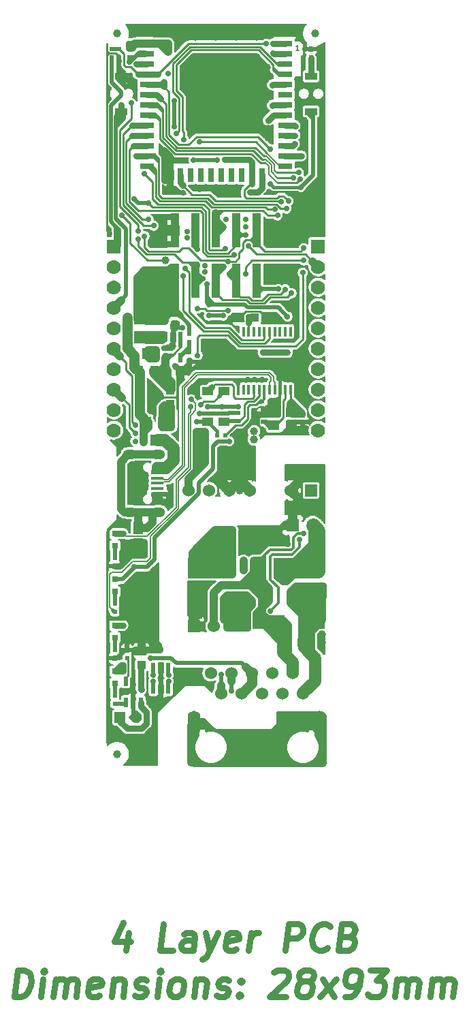
<source format=gbr>
G04 #@! TF.GenerationSoftware,KiCad,Pcbnew,5.1.6-c6e7f7d~87~ubuntu18.04.1*
G04 #@! TF.CreationDate,2021-09-17T08:15:12+03:00*
G04 #@! TF.ProjectId,ESP32-PoE-ISO_Rev_G,45535033-322d-4506-9f45-2d49534f5f52,G*
G04 #@! TF.SameCoordinates,Original*
G04 #@! TF.FileFunction,Copper,L1,Top*
G04 #@! TF.FilePolarity,Positive*
%FSLAX46Y46*%
G04 Gerber Fmt 4.6, Leading zero omitted, Abs format (unit mm)*
G04 Created by KiCad (PCBNEW 5.1.6-c6e7f7d~87~ubuntu18.04.1) date 2021-09-17 08:15:12*
%MOMM*%
%LPD*%
G01*
G04 APERTURE LIST*
G04 #@! TA.AperFunction,NonConductor*
%ADD10C,0.158750*%
G04 #@! TD*
G04 #@! TA.AperFunction,NonConductor*
%ADD11C,0.762000*%
G04 #@! TD*
G04 #@! TA.AperFunction,SMDPad,CuDef*
%ADD12R,1.500000X0.900000*%
G04 #@! TD*
G04 #@! TA.AperFunction,ViaPad*
%ADD13C,1.300000*%
G04 #@! TD*
G04 #@! TA.AperFunction,SMDPad,CuDef*
%ADD14R,1.800000X0.800000*%
G04 #@! TD*
G04 #@! TA.AperFunction,SMDPad,CuDef*
%ADD15R,0.800000X1.800000*%
G04 #@! TD*
G04 #@! TA.AperFunction,SMDPad,CuDef*
%ADD16R,5.000000X5.000000*%
G04 #@! TD*
G04 #@! TA.AperFunction,ComponentPad*
%ADD17C,2.000000*%
G04 #@! TD*
G04 #@! TA.AperFunction,SMDPad,CuDef*
%ADD18R,3.000000X1.600000*%
G04 #@! TD*
G04 #@! TA.AperFunction,ComponentPad*
%ADD19C,1.524000*%
G04 #@! TD*
G04 #@! TA.AperFunction,ComponentPad*
%ADD20R,1.524000X1.524000*%
G04 #@! TD*
G04 #@! TA.AperFunction,ComponentPad*
%ADD21R,1.400000X1.400000*%
G04 #@! TD*
G04 #@! TA.AperFunction,ComponentPad*
%ADD22C,1.400000*%
G04 #@! TD*
G04 #@! TA.AperFunction,SMDPad,CuDef*
%ADD23R,1.400000X1.200000*%
G04 #@! TD*
G04 #@! TA.AperFunction,SMDPad,CuDef*
%ADD24R,1.400000X1.000000*%
G04 #@! TD*
G04 #@! TA.AperFunction,SMDPad,CuDef*
%ADD25R,1.000000X1.400000*%
G04 #@! TD*
G04 #@! TA.AperFunction,SMDPad,CuDef*
%ADD26R,0.550000X0.500000*%
G04 #@! TD*
G04 #@! TA.AperFunction,SMDPad,CuDef*
%ADD27R,0.550000X1.200000*%
G04 #@! TD*
G04 #@! TA.AperFunction,SMDPad,CuDef*
%ADD28R,1.270000X1.524000*%
G04 #@! TD*
G04 #@! TA.AperFunction,SMDPad,CuDef*
%ADD29R,0.800000X0.800000*%
G04 #@! TD*
G04 #@! TA.AperFunction,SMDPad,CuDef*
%ADD30R,0.500000X0.550000*%
G04 #@! TD*
G04 #@! TA.AperFunction,ComponentPad*
%ADD31C,1.778000*%
G04 #@! TD*
G04 #@! TA.AperFunction,ComponentPad*
%ADD32R,1.778000X1.778000*%
G04 #@! TD*
G04 #@! TA.AperFunction,SMDPad,CuDef*
%ADD33R,1.016000X1.016000*%
G04 #@! TD*
G04 #@! TA.AperFunction,SMDPad,CuDef*
%ADD34R,0.325000X1.270000*%
G04 #@! TD*
G04 #@! TA.AperFunction,ConnectorPad*
%ADD35C,1.000000*%
G04 #@! TD*
G04 #@! TA.AperFunction,ComponentPad*
%ADD36R,0.400000X0.400000*%
G04 #@! TD*
G04 #@! TA.AperFunction,ComponentPad*
%ADD37R,1.422400X1.422400*%
G04 #@! TD*
G04 #@! TA.AperFunction,SMDPad,CuDef*
%ADD38R,3.200000X2.500000*%
G04 #@! TD*
G04 #@! TA.AperFunction,SMDPad,CuDef*
%ADD39R,1.000000X4.250000*%
G04 #@! TD*
G04 #@! TA.AperFunction,SMDPad,CuDef*
%ADD40R,1.650000X0.500000*%
G04 #@! TD*
G04 #@! TA.AperFunction,SMDPad,CuDef*
%ADD41R,1.650000X0.325000*%
G04 #@! TD*
G04 #@! TA.AperFunction,SMDPad,CuDef*
%ADD42R,1.000000X1.100000*%
G04 #@! TD*
G04 #@! TA.AperFunction,ComponentPad*
%ADD43O,1.800000X1.200000*%
G04 #@! TD*
G04 #@! TA.AperFunction,ComponentPad*
%ADD44O,1.600000X2.999999*%
G04 #@! TD*
G04 #@! TA.AperFunction,SMDPad,CuDef*
%ADD45R,2.000000X1.700000*%
G04 #@! TD*
G04 #@! TA.AperFunction,SMDPad,CuDef*
%ADD46R,1.524000X1.778000*%
G04 #@! TD*
G04 #@! TA.AperFunction,ComponentPad*
%ADD47C,1.800000*%
G04 #@! TD*
G04 #@! TA.AperFunction,ViaPad*
%ADD48C,1.000000*%
G04 #@! TD*
G04 #@! TA.AperFunction,ViaPad*
%ADD49C,0.700000*%
G04 #@! TD*
G04 #@! TA.AperFunction,ViaPad*
%ADD50C,0.900000*%
G04 #@! TD*
G04 #@! TA.AperFunction,Conductor*
%ADD51C,0.508000*%
G04 #@! TD*
G04 #@! TA.AperFunction,Conductor*
%ADD52C,1.270000*%
G04 #@! TD*
G04 #@! TA.AperFunction,Conductor*
%ADD53C,1.016000*%
G04 #@! TD*
G04 #@! TA.AperFunction,Conductor*
%ADD54C,0.762000*%
G04 #@! TD*
G04 #@! TA.AperFunction,Conductor*
%ADD55C,0.254000*%
G04 #@! TD*
G04 #@! TA.AperFunction,Conductor*
%ADD56C,0.609600*%
G04 #@! TD*
G04 #@! TA.AperFunction,Conductor*
%ADD57C,0.330200*%
G04 #@! TD*
G04 #@! TA.AperFunction,Conductor*
%ADD58C,0.406400*%
G04 #@! TD*
G04 #@! TA.AperFunction,Conductor*
%ADD59C,1.524000*%
G04 #@! TD*
G04 #@! TA.AperFunction,Conductor*
%ADD60C,0.355600*%
G04 #@! TD*
G04 #@! TA.AperFunction,Conductor*
%ADD61C,0.203200*%
G04 #@! TD*
G04 #@! TA.AperFunction,Conductor*
%ADD62C,0.127000*%
G04 #@! TD*
G04 #@! TA.AperFunction,Conductor*
%ADD63C,0.157480*%
G04 #@! TD*
G04 #@! TA.AperFunction,Conductor*
%ADD64C,1.778000*%
G04 #@! TD*
G04 APERTURE END LIST*
D10*
X114481428Y-98839261D02*
X114118571Y-98839261D01*
X114300000Y-98839261D02*
X114300000Y-98204261D01*
X114239523Y-98294976D01*
X114179047Y-98355452D01*
X114118571Y-98385690D01*
D11*
X93238108Y-208524928D02*
X92962941Y-210726261D01*
X92609155Y-207267023D02*
X91528144Y-209625595D01*
X93572239Y-209625595D01*
X98780751Y-210726261D02*
X97208370Y-210726261D01*
X97621120Y-207424261D01*
X101296560Y-210726261D02*
X101512763Y-208996642D01*
X101394834Y-208682166D01*
X101100013Y-208524928D01*
X100471060Y-208524928D01*
X100136929Y-208682166D01*
X101316215Y-210569023D02*
X100982084Y-210726261D01*
X100195894Y-210726261D01*
X99901072Y-210569023D01*
X99783144Y-210254547D01*
X99822453Y-209940071D01*
X100019001Y-209625595D01*
X100353132Y-209468357D01*
X101139322Y-209468357D01*
X101473453Y-209311119D01*
X102829632Y-208524928D02*
X103340655Y-210726261D01*
X104402013Y-208524928D02*
X103340655Y-210726261D01*
X102927905Y-211512452D01*
X102751013Y-211669690D01*
X102416882Y-211826928D01*
X106662310Y-210569023D02*
X106328179Y-210726261D01*
X105699227Y-210726261D01*
X105404405Y-210569023D01*
X105286477Y-210254547D01*
X105443715Y-208996642D01*
X105640263Y-208682166D01*
X105974394Y-208524928D01*
X106603346Y-208524928D01*
X106898167Y-208682166D01*
X107016096Y-208996642D01*
X106976786Y-209311119D01*
X105365096Y-209625595D01*
X108215036Y-210726261D02*
X108490203Y-208524928D01*
X108411584Y-209153880D02*
X108608132Y-208839404D01*
X108785025Y-208682166D01*
X109119155Y-208524928D01*
X109433632Y-208524928D01*
X112774941Y-210726261D02*
X113187691Y-207424261D01*
X114445596Y-207424261D01*
X114740417Y-207581500D01*
X114878001Y-207738738D01*
X114995929Y-208053214D01*
X114936965Y-208524928D01*
X114740417Y-208839404D01*
X114563525Y-208996642D01*
X114229394Y-209153880D01*
X112971489Y-209153880D01*
X118003108Y-210411785D02*
X117826215Y-210569023D01*
X117334846Y-210726261D01*
X117020370Y-210726261D01*
X116568310Y-210569023D01*
X116293144Y-210254547D01*
X116175215Y-209940071D01*
X116096596Y-209311119D01*
X116155560Y-208839404D01*
X116391417Y-208210452D01*
X116587965Y-207895976D01*
X116941751Y-207581500D01*
X117433120Y-207424261D01*
X117747596Y-207424261D01*
X118199655Y-207581500D01*
X118337239Y-207738738D01*
X120695810Y-208996642D02*
X121147870Y-209153880D01*
X121285453Y-209311119D01*
X121403382Y-209625595D01*
X121344417Y-210097309D01*
X121147870Y-210411785D01*
X120970977Y-210569023D01*
X120636846Y-210726261D01*
X119378941Y-210726261D01*
X119791691Y-207424261D01*
X120892358Y-207424261D01*
X121187179Y-207581500D01*
X121324763Y-207738738D01*
X121442691Y-208053214D01*
X121403382Y-208367690D01*
X121206834Y-208682166D01*
X121029941Y-208839404D01*
X120695810Y-208996642D01*
X119595144Y-208996642D01*
X79047370Y-216441261D02*
X79460120Y-213139261D01*
X80246310Y-213139261D01*
X80698370Y-213296500D01*
X80973536Y-213610976D01*
X81091465Y-213925452D01*
X81170084Y-214554404D01*
X81111120Y-215026119D01*
X80875263Y-215655071D01*
X80678715Y-215969547D01*
X80324929Y-216284023D01*
X79833560Y-216441261D01*
X79047370Y-216441261D01*
X82349370Y-216441261D02*
X82624536Y-214239928D01*
X82762120Y-213139261D02*
X82585227Y-213296500D01*
X82722810Y-213453738D01*
X82899703Y-213296500D01*
X82762120Y-213139261D01*
X82722810Y-213453738D01*
X83921751Y-216441261D02*
X84196917Y-214239928D01*
X84157608Y-214554404D02*
X84334501Y-214397166D01*
X84668632Y-214239928D01*
X85140346Y-214239928D01*
X85435167Y-214397166D01*
X85553096Y-214711642D01*
X85336894Y-216441261D01*
X85553096Y-214711642D02*
X85749644Y-214397166D01*
X86083775Y-214239928D01*
X86555489Y-214239928D01*
X86850310Y-214397166D01*
X86968239Y-214711642D01*
X86752036Y-216441261D01*
X89601977Y-216284023D02*
X89267846Y-216441261D01*
X88638894Y-216441261D01*
X88344072Y-216284023D01*
X88226144Y-215969547D01*
X88383382Y-214711642D01*
X88579929Y-214397166D01*
X88914060Y-214239928D01*
X89543013Y-214239928D01*
X89837834Y-214397166D01*
X89955763Y-214711642D01*
X89916453Y-215026119D01*
X88304763Y-215340595D01*
X91429870Y-214239928D02*
X91154703Y-216441261D01*
X91390560Y-214554404D02*
X91567453Y-214397166D01*
X91901584Y-214239928D01*
X92373298Y-214239928D01*
X92668120Y-214397166D01*
X92786048Y-214711642D01*
X92569846Y-216441261D01*
X94004644Y-216284023D02*
X94299465Y-216441261D01*
X94928417Y-216441261D01*
X95262548Y-216284023D01*
X95459096Y-215969547D01*
X95478751Y-215812309D01*
X95360822Y-215497833D01*
X95066001Y-215340595D01*
X94594286Y-215340595D01*
X94299465Y-215183357D01*
X94181536Y-214868880D01*
X94201191Y-214711642D01*
X94397739Y-214397166D01*
X94731870Y-214239928D01*
X95203584Y-214239928D01*
X95498405Y-214397166D01*
X96815275Y-216441261D02*
X97090441Y-214239928D01*
X97228025Y-213139261D02*
X97051132Y-213296500D01*
X97188715Y-213453738D01*
X97365608Y-213296500D01*
X97228025Y-213139261D01*
X97188715Y-213453738D01*
X98859370Y-216441261D02*
X98564548Y-216284023D01*
X98426965Y-216126785D01*
X98309036Y-215812309D01*
X98426965Y-214868880D01*
X98623513Y-214554404D01*
X98800405Y-214397166D01*
X99134536Y-214239928D01*
X99606251Y-214239928D01*
X99901072Y-214397166D01*
X100038655Y-214554404D01*
X100156584Y-214868880D01*
X100038655Y-215812309D01*
X99842108Y-216126785D01*
X99665215Y-216284023D01*
X99331084Y-216441261D01*
X98859370Y-216441261D01*
X101650346Y-214239928D02*
X101375179Y-216441261D01*
X101611036Y-214554404D02*
X101787929Y-214397166D01*
X102122060Y-214239928D01*
X102593775Y-214239928D01*
X102888596Y-214397166D01*
X103006525Y-214711642D01*
X102790322Y-216441261D01*
X104225120Y-216284023D02*
X104519941Y-216441261D01*
X105148894Y-216441261D01*
X105483025Y-216284023D01*
X105679572Y-215969547D01*
X105699227Y-215812309D01*
X105581298Y-215497833D01*
X105286477Y-215340595D01*
X104814763Y-215340595D01*
X104519941Y-215183357D01*
X104402013Y-214868880D01*
X104421667Y-214711642D01*
X104618215Y-214397166D01*
X104952346Y-214239928D01*
X105424060Y-214239928D01*
X105718882Y-214397166D01*
X107075060Y-216126785D02*
X107212644Y-216284023D01*
X107035751Y-216441261D01*
X106898167Y-216284023D01*
X107075060Y-216126785D01*
X107035751Y-216441261D01*
X107291263Y-214397166D02*
X107428846Y-214554404D01*
X107251953Y-214711642D01*
X107114370Y-214554404D01*
X107291263Y-214397166D01*
X107251953Y-214711642D01*
X111340144Y-213453738D02*
X111517036Y-213296500D01*
X111851167Y-213139261D01*
X112637358Y-213139261D01*
X112932179Y-213296500D01*
X113069763Y-213453738D01*
X113187691Y-213768214D01*
X113148382Y-214082690D01*
X112932179Y-214554404D01*
X110809465Y-216441261D01*
X112853560Y-216441261D01*
X114976275Y-214554404D02*
X114681453Y-214397166D01*
X114543870Y-214239928D01*
X114425941Y-213925452D01*
X114445596Y-213768214D01*
X114642144Y-213453738D01*
X114819036Y-213296500D01*
X115153167Y-213139261D01*
X115782120Y-213139261D01*
X116076941Y-213296500D01*
X116214525Y-213453738D01*
X116332453Y-213768214D01*
X116312798Y-213925452D01*
X116116251Y-214239928D01*
X115939358Y-214397166D01*
X115605227Y-214554404D01*
X114976275Y-214554404D01*
X114642144Y-214711642D01*
X114465251Y-214868880D01*
X114268703Y-215183357D01*
X114190084Y-215812309D01*
X114308013Y-216126785D01*
X114445596Y-216284023D01*
X114740417Y-216441261D01*
X115369370Y-216441261D01*
X115703501Y-216284023D01*
X115880394Y-216126785D01*
X116076941Y-215812309D01*
X116155560Y-215183357D01*
X116037632Y-214868880D01*
X115900048Y-214711642D01*
X115605227Y-214554404D01*
X117098989Y-216441261D02*
X119103775Y-214239928D01*
X117374155Y-214239928D02*
X118828608Y-216441261D01*
X120243751Y-216441261D02*
X120872703Y-216441261D01*
X121206834Y-216284023D01*
X121383727Y-216126785D01*
X121757167Y-215655071D01*
X121993025Y-215026119D01*
X122150263Y-213768214D01*
X122032334Y-213453738D01*
X121894751Y-213296500D01*
X121599929Y-213139261D01*
X120970977Y-213139261D01*
X120636846Y-213296500D01*
X120459953Y-213453738D01*
X120263405Y-213768214D01*
X120165132Y-214554404D01*
X120283060Y-214868880D01*
X120420644Y-215026119D01*
X120715465Y-215183357D01*
X121344417Y-215183357D01*
X121678548Y-215026119D01*
X121855441Y-214868880D01*
X122051989Y-214554404D01*
X123329548Y-213139261D02*
X125373644Y-213139261D01*
X124115739Y-214397166D01*
X124587453Y-214397166D01*
X124882275Y-214554404D01*
X125019858Y-214711642D01*
X125137786Y-215026119D01*
X125039513Y-215812309D01*
X124842965Y-216126785D01*
X124666072Y-216284023D01*
X124331941Y-216441261D01*
X123388513Y-216441261D01*
X123093691Y-216284023D01*
X122956108Y-216126785D01*
X126376036Y-216441261D02*
X126651203Y-214239928D01*
X126611894Y-214554404D02*
X126788786Y-214397166D01*
X127122917Y-214239928D01*
X127594632Y-214239928D01*
X127889453Y-214397166D01*
X128007382Y-214711642D01*
X127791179Y-216441261D01*
X128007382Y-214711642D02*
X128203929Y-214397166D01*
X128538060Y-214239928D01*
X129009774Y-214239928D01*
X129304596Y-214397166D01*
X129422525Y-214711642D01*
X129206322Y-216441261D01*
X130778703Y-216441261D02*
X131053870Y-214239928D01*
X131014560Y-214554404D02*
X131191453Y-214397166D01*
X131525584Y-214239928D01*
X131997298Y-214239928D01*
X132292120Y-214397166D01*
X132410048Y-214711642D01*
X132193846Y-216441261D01*
X132410048Y-214711642D02*
X132606596Y-214397166D01*
X132940727Y-214239928D01*
X133412441Y-214239928D01*
X133707263Y-214397166D01*
X133825191Y-214711642D01*
X133608989Y-216441261D01*
D12*
X115959000Y-106444000D03*
X115959000Y-102090000D03*
X92321000Y-106444000D03*
X92321000Y-102090000D03*
D13*
X104940000Y-104235000D03*
X101340000Y-104235000D03*
X103140000Y-106035000D03*
X103140000Y-102435000D03*
X104940000Y-102435000D03*
X101340000Y-102435000D03*
X104940000Y-106035000D03*
D14*
X95540000Y-96725000D03*
X95540000Y-97995000D03*
X95540000Y-99265000D03*
X95540000Y-100535000D03*
X95540000Y-101805000D03*
X95540000Y-103075000D03*
X95540000Y-104345000D03*
X95540000Y-105615000D03*
X95540000Y-106885000D03*
X95540000Y-108155000D03*
X95540000Y-109425000D03*
X95540000Y-110695000D03*
X95540000Y-111965000D03*
X95540000Y-113235000D03*
D15*
X98440000Y-114335000D03*
X99710000Y-114335000D03*
X100980000Y-114335000D03*
X102250000Y-114335000D03*
X103520000Y-114335000D03*
X104790000Y-114335000D03*
X106060000Y-114335000D03*
X107330000Y-114335000D03*
X108600000Y-114335000D03*
X109870000Y-114335000D03*
D14*
X112740000Y-113235000D03*
X112740000Y-111965000D03*
X112740000Y-110695000D03*
X112740000Y-109425000D03*
X112740000Y-108155000D03*
X112740000Y-106885000D03*
X112740000Y-105615000D03*
X112740000Y-104345000D03*
X112740000Y-103075000D03*
X112740000Y-101805000D03*
X112740000Y-100535000D03*
X112740000Y-99265000D03*
X112740000Y-97995000D03*
X112740000Y-96725000D03*
D16*
X103140000Y-104235000D03*
D17*
X103140000Y-104235000D03*
D13*
X101340000Y-106035000D03*
D18*
X95377000Y-132150000D03*
X95377000Y-134550000D03*
D19*
X113411000Y-153543000D03*
D20*
X115951000Y-153543000D03*
D19*
X108331000Y-153543000D03*
X105791000Y-153543000D03*
X100711000Y-153543000D03*
X103251000Y-153543000D03*
D21*
X92209620Y-181759860D03*
D22*
X94221300Y-181757320D03*
D23*
X111338000Y-143853000D03*
X113538000Y-145453000D03*
X113538000Y-143853000D03*
X111338000Y-145453000D03*
D19*
X103866000Y-170434000D03*
D20*
X101366000Y-170434000D03*
D24*
X105156000Y-145029000D03*
X105156000Y-141229000D03*
X103124000Y-145029000D03*
X103124000Y-141229000D03*
D25*
X94620000Y-140970000D03*
X98420000Y-140970000D03*
X98420000Y-143002000D03*
X94620000Y-143002000D03*
D26*
X92075000Y-99695000D03*
X92075000Y-98679000D03*
X91186000Y-98679000D03*
X91186000Y-99695000D03*
X93091000Y-173355000D03*
X93091000Y-174371000D03*
D27*
X92903000Y-179862000D03*
X93853000Y-179862000D03*
X94803000Y-179862000D03*
X92903000Y-177262000D03*
X94803000Y-177262000D03*
D28*
X94488000Y-158242000D03*
X94488000Y-160274000D03*
D29*
X91567000Y-164592000D03*
X91567000Y-166116000D03*
X91567000Y-160401000D03*
X91567000Y-158877000D03*
D26*
X97155000Y-173355000D03*
X97155000Y-174371000D03*
X100838000Y-137414000D03*
X100838000Y-136398000D03*
X100838000Y-134112000D03*
X100838000Y-135128000D03*
X91567000Y-174371000D03*
X91567000Y-173355000D03*
X91567000Y-162941000D03*
X91567000Y-161925000D03*
X91567000Y-168656000D03*
X91567000Y-167640000D03*
X91567000Y-180086000D03*
X91567000Y-179070000D03*
D30*
X104267000Y-146685000D03*
X105283000Y-146685000D03*
X110871000Y-142494000D03*
X109855000Y-142494000D03*
D31*
X116840000Y-146080000D03*
X116840000Y-143540000D03*
X116840000Y-138460000D03*
X116840000Y-141000000D03*
X116840000Y-135920000D03*
X116840000Y-133380000D03*
D32*
X116840000Y-123220000D03*
D31*
X116840000Y-125760000D03*
X116840000Y-128300000D03*
X116840000Y-130840000D03*
X91440000Y-130840000D03*
X91440000Y-128300000D03*
X91440000Y-125760000D03*
D32*
X91440000Y-123220000D03*
D31*
X91440000Y-133380000D03*
X91440000Y-135920000D03*
X91440000Y-141000000D03*
X91440000Y-138460000D03*
X91440000Y-143540000D03*
X91440000Y-146080000D03*
D33*
X99695000Y-138684000D03*
X97917000Y-138684000D03*
X94869000Y-173482000D03*
X94869000Y-175260000D03*
D27*
X99756000Y-134463000D03*
X98806000Y-134463000D03*
X97856000Y-134463000D03*
X99756000Y-137063000D03*
X97856000Y-137063000D03*
D34*
X107565000Y-141033500D03*
X108215000Y-141033500D03*
X108865000Y-141033500D03*
X109515000Y-141033500D03*
X110165000Y-141033500D03*
X110815000Y-141033500D03*
X111465000Y-141033500D03*
X112115000Y-141033500D03*
X112765000Y-141033500D03*
X113415000Y-141033500D03*
X113415000Y-133794500D03*
X112765000Y-133794500D03*
X112115000Y-133794500D03*
X111465000Y-133794500D03*
X110815000Y-133794500D03*
X110165000Y-133794500D03*
X109515000Y-133794500D03*
X108865000Y-133794500D03*
X108215000Y-133794500D03*
X107565000Y-133794500D03*
D35*
X91821000Y-186309000D03*
X116459000Y-96774000D03*
X91821000Y-96774000D03*
D29*
X91567000Y-171831000D03*
X91567000Y-170307000D03*
D33*
X99060000Y-132969000D03*
X99060000Y-131191000D03*
D29*
X91567000Y-177546000D03*
X91567000Y-176022000D03*
D33*
X107188000Y-132080000D03*
X108966000Y-132080000D03*
D25*
X94554040Y-138775440D03*
X96456500Y-138775440D03*
X95501460Y-136565640D03*
X97469960Y-145069560D03*
X95567500Y-145069560D03*
X96522540Y-147279360D03*
D26*
X115951000Y-98679000D03*
X115951000Y-99695000D03*
X114935000Y-145034000D03*
X114935000Y-144018000D03*
D36*
X106710000Y-137406000D03*
X106710000Y-136406000D03*
X105910000Y-135606000D03*
X104910000Y-135606000D03*
X104110000Y-136406000D03*
X104110000Y-137406000D03*
X104910000Y-138206000D03*
X105910000Y-138206000D03*
D37*
X105410000Y-136906000D03*
D26*
X109982000Y-144018000D03*
X109982000Y-145034000D03*
X93345000Y-99695000D03*
X93345000Y-98679000D03*
D38*
X112919000Y-163195000D03*
X102219000Y-163195000D03*
D26*
X106934000Y-144907000D03*
X106934000Y-143891000D03*
D39*
X99060000Y-127458000D03*
X99060000Y-121208000D03*
X101600000Y-127458000D03*
X101600000Y-121208000D03*
X104140000Y-127458000D03*
X104140000Y-121208000D03*
X106680000Y-127458000D03*
X106680000Y-121208000D03*
X109220000Y-127458000D03*
X109220000Y-121208000D03*
D40*
X96876000Y-151266500D03*
D41*
X96876000Y-152004000D03*
X96876000Y-152654000D03*
X96876000Y-153304000D03*
D40*
X96876000Y-154041500D03*
D42*
X92326000Y-151154000D03*
X92326000Y-154154000D03*
D43*
X93476000Y-149054000D03*
X96946000Y-149054000D03*
X96946000Y-156254000D03*
X93476000Y-156254000D03*
D27*
X96332000Y-178211000D03*
X97282000Y-178211000D03*
X98232000Y-178211000D03*
X96332000Y-175611000D03*
X98232000Y-175611000D03*
D44*
X117000000Y-182393000D03*
X101400000Y-182393000D03*
D19*
X114915000Y-178793000D03*
X113645000Y-176253000D03*
X112375000Y-178793000D03*
X111105000Y-176253000D03*
X109835000Y-178793000D03*
X108565000Y-176253000D03*
X107295000Y-178793000D03*
X106025000Y-176253000D03*
X104755000Y-178793000D03*
X103485000Y-176253000D03*
X116185000Y-157861000D03*
D20*
X113685000Y-157861000D03*
D45*
X116673000Y-169926000D03*
X111673000Y-169926000D03*
D46*
X106680000Y-169926000D03*
X109474000Y-169926000D03*
D47*
X108204000Y-167646000D03*
D33*
X114808000Y-172466000D03*
X113030000Y-172466000D03*
D48*
X93091000Y-132080000D03*
X95123000Y-147574000D03*
D49*
X92583000Y-176022000D03*
X92583000Y-175260000D03*
X92583000Y-170307000D03*
X94869000Y-178308000D03*
X94803014Y-176214986D03*
D48*
X102489000Y-107696002D03*
D49*
X97663000Y-112014000D03*
X91821000Y-147447000D03*
X99949000Y-133350000D03*
X97663000Y-135890000D03*
D50*
X106680000Y-146621500D03*
D48*
X107569000Y-147193000D03*
X110617000Y-109728000D03*
X110617000Y-108585000D03*
D49*
X114935000Y-105283000D03*
X116205000Y-105283000D03*
X114935000Y-103251000D03*
X116205000Y-103251000D03*
D48*
X107950000Y-106045000D03*
X109220000Y-104775000D03*
X107950000Y-103505000D03*
X109220000Y-102235000D03*
X110490000Y-100965000D03*
X107950000Y-100965000D03*
X105410000Y-100965000D03*
X102870000Y-100965000D03*
X109220000Y-99695000D03*
X106680000Y-99695000D03*
X104140000Y-99695000D03*
X101600000Y-99695000D03*
X100330000Y-100965000D03*
D49*
X117348000Y-112395000D03*
X117348000Y-111125000D03*
X117348000Y-109855000D03*
X117348000Y-108585000D03*
X117348000Y-107315000D03*
X117348000Y-106299000D03*
X117348000Y-105283000D03*
X117348000Y-103251000D03*
X117348000Y-102235000D03*
X117348000Y-100965000D03*
X117348000Y-99695000D03*
X117348000Y-98679000D03*
X97663000Y-115062000D03*
X97663000Y-114300000D03*
X97663000Y-113538000D03*
X114427000Y-96012000D03*
D48*
X109220000Y-97155000D03*
X106680000Y-97155000D03*
X104140000Y-97155000D03*
X101600000Y-97155000D03*
X99060000Y-96774000D03*
D49*
X93853000Y-96012000D03*
X113030000Y-96012000D03*
D48*
X110490000Y-96139000D03*
X107950000Y-96139000D03*
X105410000Y-96139000D03*
X102870000Y-96139000D03*
X100330000Y-96139000D03*
X97790000Y-96139000D03*
D49*
X102044500Y-116141500D03*
X100076000Y-116600350D03*
X97663000Y-112776000D03*
X97663000Y-111252000D03*
X115189000Y-98679000D03*
D48*
X109474000Y-108585000D03*
D49*
X95123000Y-96012000D03*
D48*
X96520000Y-96774000D03*
D49*
X108966000Y-139785743D03*
X108077000Y-139785743D03*
X109855000Y-139785743D03*
X90932000Y-121666000D03*
X90805000Y-103632000D03*
X90805000Y-104902000D03*
X114427000Y-96774000D03*
X93853000Y-96774000D03*
X92075000Y-100965000D03*
X92075000Y-100228400D03*
X97663000Y-122936000D03*
X99060000Y-138049000D03*
D48*
X98679000Y-135572500D03*
D49*
X95250000Y-161480500D03*
X101854000Y-141859000D03*
X110109000Y-131826000D03*
X114173000Y-140208000D03*
X114173000Y-138176000D03*
X115316000Y-145796000D03*
D48*
X111760000Y-142494000D03*
D49*
X91567000Y-157797496D03*
X93599000Y-160655000D03*
D48*
X96520000Y-163957000D03*
X95504000Y-170053000D03*
X95504000Y-169037000D03*
X96520000Y-170053000D03*
X96520000Y-169037000D03*
X96520000Y-171196000D03*
D49*
X93599000Y-159893000D03*
X93599000Y-161480500D03*
X94424500Y-161480500D03*
X98171000Y-154051000D03*
X98171000Y-154813000D03*
X97409000Y-154813000D03*
X96647000Y-154813000D03*
X93218000Y-184150000D03*
X91186000Y-184150000D03*
X92202000Y-184150000D03*
X94234000Y-184150000D03*
X93853000Y-177673000D03*
X92964000Y-178562000D03*
X93853000Y-178562000D03*
D48*
X96520000Y-168021000D03*
X95504000Y-168021000D03*
X95504000Y-167005000D03*
X95504000Y-165989000D03*
X95504000Y-164973000D03*
X96520000Y-164973000D03*
X106553000Y-150749000D03*
X106553000Y-151892000D03*
D49*
X105664000Y-150749000D03*
D48*
X107061000Y-153543000D03*
D49*
X93853000Y-103378000D03*
X96393000Y-180594000D03*
X96646988Y-119507000D03*
X96774000Y-179451000D03*
X106299000Y-131826000D03*
X101340570Y-141256510D03*
X94477435Y-121303850D03*
X93599000Y-105410000D03*
D48*
X96647000Y-137160000D03*
X96647000Y-136144000D03*
D49*
X114688913Y-115843128D03*
X110871000Y-115442996D03*
X110871000Y-111125000D03*
X97663000Y-102743000D03*
X98171000Y-101726988D03*
X94107000Y-147447000D03*
D48*
X98171000Y-99060000D03*
D49*
X102743000Y-126365000D03*
X102743000Y-125603000D03*
D48*
X98171000Y-98044000D03*
D49*
X94043500Y-98044000D03*
D48*
X97155000Y-98044000D03*
D49*
X93281500Y-98044000D03*
X100584000Y-122174000D03*
X100584000Y-121412000D03*
X105410000Y-119888000D03*
X107823000Y-120777000D03*
X107823000Y-119888000D03*
X97028000Y-130937000D03*
X97028000Y-129921000D03*
D48*
X97917000Y-126238000D03*
X97917000Y-127254000D03*
X97790000Y-132461000D03*
X97790000Y-131445000D03*
X97790000Y-130429000D03*
X97790000Y-129413000D03*
X108839000Y-147193000D03*
X108839000Y-146177000D03*
D49*
X104902000Y-143129000D03*
X105791000Y-147447000D03*
X93980000Y-163067994D03*
X103091479Y-143129000D03*
X106934000Y-143129000D03*
X95979490Y-174371000D03*
X100141480Y-109960758D03*
X101727000Y-145034000D03*
X94107000Y-146431000D03*
X92329000Y-105664000D03*
X93345000Y-100330000D03*
X96393000Y-120650000D03*
X111155990Y-105692601D03*
X95758000Y-119887986D03*
X99187000Y-109219994D03*
X102235000Y-142875000D03*
X94107000Y-145415000D03*
X111252000Y-99187000D03*
X111155990Y-103152601D03*
X94234000Y-100584000D03*
X105332150Y-123474968D03*
X108204000Y-123190000D03*
X95250000Y-114173000D03*
X111252000Y-98044000D03*
X106410622Y-124236990D03*
X114759018Y-111965009D03*
X94466418Y-122311477D03*
X115062000Y-124968000D03*
X102480368Y-127243213D03*
X107823000Y-126619000D03*
X108331000Y-116459000D03*
X95758000Y-117856000D03*
X93929098Y-117348014D03*
X107823000Y-121793000D03*
X112259169Y-117673446D03*
X111800119Y-119360801D03*
X105029000Y-120777000D03*
X112903011Y-118514828D03*
X111887000Y-128523990D03*
X94234000Y-111965000D03*
X105226229Y-112447424D03*
X113157000Y-117602000D03*
X112747155Y-128552845D03*
X105791000Y-126619000D03*
X113918984Y-110490016D03*
X105029000Y-125730000D03*
X113538000Y-129032000D03*
X110617000Y-107569000D03*
X97536000Y-147279360D03*
X98044000Y-148082000D03*
X98552000Y-147447000D03*
X102108000Y-144018000D03*
X108204000Y-132715000D03*
X108204000Y-131953000D03*
X104267000Y-112522000D03*
X101346000Y-112522000D03*
X98963958Y-105156000D03*
X98933000Y-108331000D03*
D48*
X102108000Y-167005000D03*
X102108000Y-165989000D03*
X117284500Y-171450000D03*
X117284500Y-172466000D03*
D49*
X113030000Y-159512000D03*
X113087477Y-160254190D03*
X109855000Y-158496000D03*
D48*
X108839000Y-158496000D03*
X108839000Y-160782000D03*
X108839000Y-159639000D03*
D49*
X109855000Y-159258000D03*
X109855000Y-160020000D03*
X109855000Y-160782000D03*
D48*
X107696000Y-159639000D03*
X107696000Y-160782000D03*
X107696000Y-158496000D03*
D49*
X101092000Y-167767000D03*
X101092000Y-168529000D03*
X101092000Y-169291000D03*
D48*
X102108000Y-168021000D03*
X102108000Y-169037000D03*
X102489000Y-150368000D03*
X101727000Y-151130000D03*
X102743000Y-146304000D03*
X101727000Y-146304000D03*
X101727000Y-147447000D03*
X98552000Y-145669000D03*
X98552000Y-144526000D03*
D49*
X112903000Y-170942000D03*
X108839000Y-165735000D03*
D48*
X108839000Y-163449000D03*
X108839000Y-162306000D03*
D49*
X115011196Y-158927796D03*
X115189000Y-171069000D03*
X116078000Y-171069000D03*
X113284000Y-167259000D03*
X113284000Y-166370000D03*
X113792000Y-165608000D03*
X113792000Y-168021002D03*
X114681000Y-165354000D03*
X115697000Y-165354000D03*
X114622118Y-114876118D03*
X113792000Y-114681000D03*
X110393990Y-98044000D03*
X101790500Y-123571000D03*
X100330005Y-125984000D03*
X100076000Y-126873000D03*
X113030000Y-131953000D03*
X113030000Y-136398000D03*
X102997000Y-127889000D03*
X103250997Y-130428997D03*
X105029000Y-131826000D03*
X103251000Y-131826000D03*
X109981990Y-136398000D03*
X102108008Y-110236000D03*
X113982500Y-108250103D03*
X95250000Y-121950986D03*
X115062000Y-123444000D03*
X105664000Y-125095000D03*
X114427000Y-114046000D03*
X96774000Y-104394000D03*
X105664000Y-131191000D03*
X101854000Y-130937000D03*
X113967984Y-109425000D03*
X114935000Y-126492000D03*
X101854000Y-136779000D03*
X111441342Y-118615666D03*
X100965006Y-143129000D03*
X98234500Y-177293513D03*
X104775000Y-176402960D03*
X98234500Y-176466500D03*
X106044996Y-178435000D03*
X96329499Y-177294710D03*
X96330699Y-176467699D03*
D48*
X114935000Y-181483000D03*
X101092000Y-185420000D03*
X101092000Y-187325000D03*
X102870000Y-182880000D03*
X114935000Y-182880000D03*
X113538000Y-182880000D03*
X112395000Y-185420000D03*
X111125000Y-184150000D03*
X109855000Y-185420000D03*
X117387990Y-185420000D03*
X117387990Y-187387990D03*
X111125000Y-186690000D03*
X108585000Y-186690000D03*
X108585000Y-184150000D03*
X107315000Y-185420000D03*
X106045000Y-186690000D03*
X106045000Y-184150000D03*
D49*
X101092000Y-142240000D03*
D48*
X97853500Y-124968000D03*
D49*
X92456000Y-119380000D03*
D48*
X102743000Y-161417000D03*
X102743000Y-160020000D03*
X104521000Y-162179000D03*
X104521000Y-163322000D03*
X106045000Y-162306000D03*
X106045000Y-163449000D03*
X106045000Y-158877000D03*
X106045000Y-160020000D03*
X106045000Y-161163000D03*
X101473000Y-161417000D03*
D49*
X114565912Y-159674791D03*
X110892970Y-168552724D03*
D48*
X112903000Y-164846000D03*
X107569000Y-163449000D03*
X107569000Y-162306000D03*
X105537000Y-166624000D03*
X105537000Y-167640000D03*
X105537000Y-168656000D03*
D49*
X108077000Y-169164000D03*
D51*
X91694000Y-123063000D02*
X91440000Y-123317000D01*
X91694000Y-121158000D02*
X91694000Y-123063000D01*
X91440000Y-123220000D02*
X91186000Y-122966000D01*
D52*
X94554040Y-138775440D02*
X93980000Y-138201400D01*
X93980000Y-138201400D02*
X93980000Y-136779000D01*
X93091000Y-135890000D02*
X93091000Y-132080000D01*
X93980000Y-136779000D02*
X93091000Y-135890000D01*
D53*
X95123000Y-146304000D02*
X95123000Y-147574000D01*
X95758000Y-145669000D02*
X95758000Y-145161000D01*
X95123000Y-146304000D02*
X95758000Y-145669000D01*
X95123000Y-145514060D02*
X95123000Y-146304000D01*
X95123000Y-146304000D02*
X95123000Y-144653000D01*
X95567500Y-145069560D02*
X95123000Y-145514060D01*
D52*
X94615000Y-144117060D02*
X94615000Y-143002000D01*
X95567500Y-145069560D02*
X94615000Y-144117060D01*
X94615000Y-138836400D02*
X94615000Y-140970000D01*
X94620000Y-140970000D02*
X94620000Y-142245000D01*
X94620000Y-143002000D02*
X94620000Y-142245000D01*
D54*
X92583000Y-170307000D02*
X91567000Y-170307000D01*
X92583000Y-176022017D02*
X92583000Y-175260000D01*
X91567000Y-176022000D02*
X92583000Y-176022000D01*
X92329000Y-175260000D02*
X91567000Y-176022000D01*
X92583000Y-175260000D02*
X92329000Y-175260000D01*
X94803000Y-176215000D02*
X94803014Y-176214986D01*
X94803000Y-177262000D02*
X94803000Y-176215000D01*
X94803014Y-176214986D02*
X94803014Y-175325986D01*
X94803014Y-175325986D02*
X94869000Y-175260000D01*
X94803000Y-178242000D02*
X94869000Y-178308000D01*
X94803000Y-177262000D02*
X94803000Y-178242000D01*
D51*
X91694000Y-120777000D02*
X91694000Y-121158000D01*
X91186000Y-102870000D02*
X92329000Y-104013000D01*
X91186000Y-99695000D02*
X91186000Y-102870000D01*
X92329000Y-104013000D02*
X92329000Y-104457500D01*
X92329000Y-104457500D02*
X91039021Y-105747479D01*
X91039021Y-105747479D02*
X91039021Y-120122021D01*
X91039021Y-120122021D02*
X91694000Y-120777000D01*
X92075000Y-123190000D02*
X91440000Y-123190000D01*
X91694000Y-120777000D02*
X92075000Y-121158000D01*
X92075000Y-121158000D02*
X92075000Y-123190000D01*
X114931000Y-146405600D02*
X112649010Y-146405600D01*
X114935000Y-145643610D02*
X114935000Y-146405600D01*
X114935000Y-145923000D02*
X114935000Y-145669000D01*
D55*
X112395000Y-146431000D02*
X112522000Y-146431000D01*
X112395000Y-146431000D02*
X114681000Y-146431000D01*
X110396798Y-146431000D02*
X112395000Y-146431000D01*
X114681000Y-146431000D02*
X115316000Y-145796000D01*
D51*
X103124000Y-106045000D02*
X102489000Y-106680000D01*
X102489000Y-106680000D02*
X102489000Y-106988896D01*
X102489000Y-106988896D02*
X102489000Y-107696002D01*
D54*
X98425000Y-112014000D02*
X98425000Y-112776000D01*
X97663000Y-111252000D02*
X98425000Y-112014000D01*
X98440000Y-114785000D02*
X98425000Y-114770000D01*
X98440000Y-113917026D02*
X98440000Y-114785000D01*
X98425000Y-112776000D02*
X97663000Y-112014000D01*
X98425000Y-114770000D02*
X98425000Y-112776000D01*
X97663000Y-113538000D02*
X97663000Y-111252000D01*
D51*
X98679000Y-135572500D02*
X98361500Y-135890000D01*
X98361500Y-135890000D02*
X97663000Y-135890000D01*
X99060000Y-132969000D02*
X99441000Y-133350000D01*
X99441000Y-133350000D02*
X99949000Y-133350000D01*
D56*
X107569000Y-145996902D02*
X108497514Y-145068388D01*
D54*
X115316000Y-145796000D02*
X115062000Y-145796000D01*
X115062000Y-145796000D02*
X114935000Y-145923000D01*
D51*
X92321000Y-102090000D02*
X92075000Y-101844000D01*
X92075000Y-101844000D02*
X92075000Y-100965000D01*
D55*
X99314000Y-141986000D02*
X99314000Y-143383000D01*
X99314000Y-139065000D02*
X99314000Y-141986000D01*
X99314000Y-141986000D02*
X97155000Y-141986000D01*
X99695000Y-138684000D02*
X99314000Y-139065000D01*
X90551000Y-184150000D02*
X90551000Y-184912000D01*
X90551000Y-169545000D02*
X90551000Y-184150000D01*
X90551000Y-184150000D02*
X91186000Y-184150000D01*
X90551000Y-169545000D02*
X90559001Y-169553001D01*
X90551000Y-162941000D02*
X90551000Y-169545000D01*
X95004001Y-169553001D02*
X95504000Y-170053000D01*
X90559001Y-169553001D02*
X95004001Y-169553001D01*
X90551000Y-158623000D02*
X91376504Y-157797496D01*
X90551000Y-162941000D02*
X90551000Y-158623000D01*
X91376504Y-157797496D02*
X91567000Y-157797496D01*
X91567000Y-162941000D02*
X90551000Y-162941000D01*
D51*
X115951000Y-98679000D02*
X117348000Y-98679000D01*
D54*
X97663000Y-114300000D02*
X97663000Y-113538000D01*
X97663000Y-114300000D02*
X97663000Y-115062000D01*
X98425000Y-115062000D02*
X98425000Y-114300000D01*
X97663000Y-115062000D02*
X98425000Y-115062000D01*
X98425000Y-114300000D02*
X97663000Y-114300000D01*
X93853000Y-96012000D02*
X93853000Y-96774000D01*
D53*
X95123000Y-96139000D02*
X93980000Y-96139000D01*
D51*
X93980000Y-96139000D02*
X93853000Y-96012000D01*
D53*
X114427000Y-96139000D02*
X114427000Y-96774000D01*
X95123000Y-96139000D02*
X114427000Y-96139000D01*
D51*
X114617500Y-96964500D02*
X114427000Y-96774000D01*
D53*
X95123000Y-96647000D02*
X95123000Y-96139000D01*
D54*
X97663000Y-121285000D02*
X97663000Y-119507000D01*
X97663000Y-122936000D02*
X97663000Y-121285000D01*
X99060000Y-121208000D02*
X97740000Y-121208000D01*
X97740000Y-121208000D02*
X97663000Y-121285000D01*
X99060000Y-119634000D02*
X98933000Y-119507000D01*
X99060000Y-121208000D02*
X99060000Y-119634000D01*
X98933000Y-119507000D02*
X97663000Y-119507000D01*
X99060000Y-122936000D02*
X98552000Y-122936000D01*
X97663000Y-122936000D02*
X98552000Y-122936000D01*
D51*
X115951000Y-98679000D02*
X115189000Y-98679000D01*
D53*
X96520000Y-96774000D02*
X97663000Y-96774000D01*
D55*
X90531010Y-121265010D02*
X90582001Y-121316001D01*
X90531010Y-105429990D02*
X90531010Y-121265010D01*
X90551000Y-105410000D02*
X90531010Y-105429990D01*
X90582001Y-121316001D02*
X90932000Y-121666000D01*
X90805000Y-105156000D02*
X90551000Y-105410000D01*
X90551000Y-103124000D02*
X90551000Y-105410000D01*
X90805000Y-104902000D02*
X90805000Y-105156000D01*
X90805000Y-103632000D02*
X90805000Y-103378000D01*
X90551000Y-99441000D02*
X90551000Y-103124000D01*
X90805000Y-103378000D02*
X90551000Y-103124000D01*
X90805000Y-103632000D02*
X90805000Y-104902000D01*
X90551000Y-98933000D02*
X90551000Y-98044000D01*
X90805000Y-99187000D02*
X90551000Y-98933000D01*
X90551000Y-99441000D02*
X90551000Y-98933000D01*
D51*
X92075000Y-100965000D02*
X92075000Y-100838000D01*
X92075000Y-100330000D02*
X92075000Y-100838000D01*
D55*
X92075000Y-99601798D02*
X91660202Y-99187000D01*
X91660202Y-99187000D02*
X90805000Y-99187000D01*
X92075000Y-99695000D02*
X92075000Y-99601798D01*
X90805000Y-99187000D02*
X90551000Y-99441000D01*
D51*
X92075000Y-99695000D02*
X92075000Y-100330000D01*
D55*
X107823000Y-131318000D02*
X109601000Y-131318000D01*
X109601000Y-131318000D02*
X110109000Y-131826000D01*
X107188000Y-131953000D02*
X107823000Y-131318000D01*
X107188000Y-132080000D02*
X107188000Y-131953000D01*
D54*
X99060000Y-121208000D02*
X99060000Y-122936000D01*
X99060000Y-138049000D02*
X99695000Y-138684000D01*
D51*
X99314000Y-132969000D02*
X99314000Y-133350000D01*
X99060000Y-132969000D02*
X99314000Y-132969000D01*
X99314000Y-133350000D02*
X98806000Y-133858000D01*
X98806000Y-133731000D02*
X98806000Y-133223000D01*
X98806000Y-134463000D02*
X98806000Y-133731000D01*
X98806000Y-133223000D02*
X99060000Y-132969000D01*
X98806000Y-134463000D02*
X98806000Y-135445500D01*
X98806000Y-135445500D02*
X98679000Y-135572500D01*
X104013000Y-137541000D02*
X104140000Y-137414000D01*
X100965000Y-137541000D02*
X104013000Y-137541000D01*
X100838000Y-137414000D02*
X100965000Y-137541000D01*
X100838000Y-137414000D02*
X100838000Y-137668000D01*
X100838000Y-137668000D02*
X100457000Y-138049000D01*
X99695000Y-138684000D02*
X99822000Y-138684000D01*
X99822000Y-138684000D02*
X100457000Y-138049000D01*
D54*
X95250000Y-159893000D02*
X93599000Y-159893000D01*
X95250000Y-161480500D02*
X95250000Y-159893000D01*
X94424500Y-161480500D02*
X95250000Y-161480500D01*
X92138500Y-162941000D02*
X93249001Y-161830499D01*
X93249001Y-161830499D02*
X93599000Y-161480500D01*
X91567000Y-162941000D02*
X92138500Y-162941000D01*
D55*
X107565000Y-132457000D02*
X107188000Y-132080000D01*
X112115000Y-138583000D02*
X112522000Y-138176000D01*
X112522000Y-138176000D02*
X114173000Y-138176000D01*
X112115000Y-139446000D02*
X112115000Y-138583000D01*
X112369000Y-139700000D02*
X113665000Y-139700000D01*
X113823001Y-139858001D02*
X114173000Y-140208000D01*
X113665000Y-139700000D02*
X113823001Y-139858001D01*
X112115000Y-140144500D02*
X112115000Y-139446000D01*
X112369000Y-139700000D02*
X112115000Y-139446000D01*
X112115000Y-139954000D02*
X112369000Y-139700000D01*
X112115000Y-140144500D02*
X112115000Y-139954000D01*
X112115000Y-141033500D02*
X112115000Y-140144500D01*
D54*
X115316000Y-145796000D02*
X114935000Y-145796000D01*
D51*
X114935000Y-146304000D02*
X112653010Y-146304000D01*
X113538000Y-145453000D02*
X113500000Y-145453000D01*
X113500000Y-145453000D02*
X112649000Y-146304000D01*
D55*
X112649000Y-146304000D02*
X113538000Y-145415000D01*
X112522000Y-146431000D02*
X112649000Y-146304000D01*
D51*
X112649010Y-146303990D02*
X112649000Y-146304000D01*
X113538000Y-145796000D02*
X113538000Y-145415000D01*
X114931000Y-145796000D02*
X113538000Y-145796000D01*
X114935000Y-145034000D02*
X114935000Y-145792000D01*
D55*
X109410500Y-144564500D02*
X109410500Y-144335500D01*
X109410500Y-144335500D02*
X109410500Y-144145000D01*
X109410500Y-144335500D02*
X109855000Y-143891000D01*
X109410500Y-144145000D02*
X110934500Y-142621000D01*
X110934500Y-142621000D02*
X110998000Y-142621000D01*
X109957000Y-144018000D02*
X109639500Y-144335500D01*
X109639500Y-144335500D02*
X109410500Y-144564500D01*
X109639500Y-144335500D02*
X110490000Y-144335500D01*
X110490000Y-144335500D02*
X110617000Y-144208500D01*
X109982000Y-144018000D02*
X109957000Y-144018000D01*
X109410500Y-144564500D02*
X109410500Y-145444702D01*
X109410500Y-145444702D02*
X110396798Y-146431000D01*
D51*
X110617000Y-144208500D02*
X112014000Y-144208500D01*
X110172500Y-144208500D02*
X110617000Y-144208500D01*
X109982000Y-144018000D02*
X110172500Y-144208500D01*
X113771000Y-145415000D02*
X113538000Y-145415000D01*
X114935000Y-145034000D02*
X114152000Y-145034000D01*
X114152000Y-145034000D02*
X113771000Y-145415000D01*
D57*
X110871000Y-142240000D02*
X111754046Y-142240000D01*
X112115000Y-141859000D02*
X111760000Y-142214000D01*
X112115000Y-142150500D02*
X112115000Y-144171000D01*
X112115000Y-144171000D02*
X112014000Y-144272000D01*
D51*
X111252000Y-143129000D02*
X110871000Y-143510000D01*
X110871000Y-142494000D02*
X111252000Y-142494000D01*
X111252000Y-142494000D02*
X111760000Y-142494000D01*
X111252000Y-142494000D02*
X111252000Y-143129000D01*
X110871000Y-142875000D02*
X110490000Y-143256000D01*
X110490000Y-143256000D02*
X109982000Y-143764000D01*
X109982000Y-144018000D02*
X110490000Y-144018000D01*
X110490000Y-144018000D02*
X110765000Y-144018000D01*
X110490000Y-143256000D02*
X110490000Y-144018000D01*
X110871000Y-142494000D02*
X110871000Y-142875000D01*
X109982000Y-143764000D02*
X109982000Y-144018000D01*
D54*
X111760000Y-143431000D02*
X111760000Y-142494000D01*
X111338000Y-143853000D02*
X111760000Y-143431000D01*
D57*
X112115000Y-141033500D02*
X112115000Y-142139000D01*
X112115000Y-142139000D02*
X111760000Y-142494000D01*
D51*
X111173000Y-144018000D02*
X110744000Y-144018000D01*
X111338000Y-143853000D02*
X111173000Y-144018000D01*
D54*
X93599000Y-161480500D02*
X93599000Y-161099500D01*
X93599000Y-161099500D02*
X93599000Y-160655000D01*
X94488000Y-161417000D02*
X94488000Y-161036000D01*
X94488000Y-161036000D02*
X94488000Y-160274000D01*
X93599000Y-161099500D02*
X93662500Y-161036000D01*
X93662500Y-161036000D02*
X94488000Y-161036000D01*
X93599000Y-161480500D02*
X94424500Y-161480500D01*
X94424500Y-161480500D02*
X94488000Y-161417000D01*
X93599000Y-160655000D02*
X93599000Y-159893000D01*
X94488000Y-159893000D02*
X94488000Y-160337500D01*
X93599000Y-159893000D02*
X94488000Y-159893000D01*
D51*
X97282000Y-154051000D02*
X97282000Y-154686000D01*
X97282000Y-154686000D02*
X97409000Y-154813000D01*
X96393000Y-154559000D02*
X96647000Y-154813000D01*
X96393000Y-154051000D02*
X96393000Y-154559000D01*
X96647000Y-154813000D02*
X97282000Y-154813000D01*
X98171000Y-154051000D02*
X98171000Y-154813000D01*
X97282000Y-154813000D02*
X98171000Y-154813000D01*
X96876000Y-154041500D02*
X98161500Y-154041500D01*
D58*
X98161500Y-154041500D02*
X98171000Y-154051000D01*
X97272500Y-154041500D02*
X97282000Y-154051000D01*
X96876000Y-154041500D02*
X97272500Y-154041500D01*
X96402500Y-154041500D02*
X96393000Y-154051000D01*
X96876000Y-154041500D02*
X96402500Y-154041500D01*
D54*
X96520000Y-172593000D02*
X96520000Y-173355000D01*
X96520000Y-168021000D02*
X96520000Y-172593000D01*
X97155000Y-173228000D02*
X96520000Y-172593000D01*
X97155000Y-173355000D02*
X97155000Y-173228000D01*
X94107000Y-173355000D02*
X94742000Y-173355000D01*
X94742000Y-173355000D02*
X95631000Y-173355000D01*
X97155000Y-173355000D02*
X96520000Y-173355000D01*
X96520000Y-173355000D02*
X95631000Y-173355000D01*
D51*
X95631000Y-173482000D02*
X95631000Y-173355000D01*
X92321000Y-102090000D02*
X92621000Y-102090000D01*
X93853000Y-103322000D02*
X93853000Y-103378000D01*
X92621000Y-102090000D02*
X93853000Y-103322000D01*
X93853000Y-179862000D02*
X93853000Y-181356000D01*
X94221300Y-181724300D02*
X93853000Y-181356000D01*
X94221300Y-181757320D02*
X94221300Y-181724300D01*
X93853000Y-179862000D02*
X93853000Y-178562000D01*
X93853000Y-178562000D02*
X93853000Y-177673000D01*
X93853000Y-178562000D02*
X92964000Y-178562000D01*
X91567000Y-174371000D02*
X91821000Y-174371000D01*
X91821000Y-174371000D02*
X92837000Y-173355000D01*
X92837000Y-173355000D02*
X93726000Y-173355000D01*
X93726000Y-173355000D02*
X94107000Y-173355000D01*
D55*
X93726000Y-177546000D02*
X93726000Y-173355000D01*
X93853000Y-177673000D02*
X93726000Y-177546000D01*
D54*
X93853000Y-96774000D02*
X93864000Y-96785000D01*
X97663000Y-119507000D02*
X96646988Y-119507000D01*
D51*
X95885000Y-184150000D02*
X94234000Y-184150000D01*
X96393000Y-183642000D02*
X95885000Y-184150000D01*
X97282000Y-178211000D02*
X97282000Y-178943000D01*
X96393000Y-179832000D02*
X96393000Y-183642000D01*
X97282000Y-178943000D02*
X96774000Y-179451000D01*
X96393000Y-179832000D02*
X96774000Y-179451000D01*
D55*
X106807000Y-132334000D02*
X106648999Y-132175999D01*
D54*
X107188000Y-132080000D02*
X106934000Y-131826000D01*
X106793974Y-131826000D02*
X106299000Y-131826000D01*
X106934000Y-131826000D02*
X106793974Y-131826000D01*
D55*
X106648999Y-132175999D02*
X106299000Y-131826000D01*
D51*
X107442000Y-146621500D02*
X107569000Y-146494500D01*
X106680000Y-146621500D02*
X107442000Y-146621500D01*
X107569000Y-145996902D02*
X107569000Y-146494500D01*
X107569000Y-146494500D02*
X107569000Y-147193000D01*
X109347000Y-144145000D02*
X109410500Y-144145000D01*
X108497514Y-145068388D02*
X108497514Y-144994486D01*
X108497514Y-144994486D02*
X109347000Y-144145000D01*
X114688999Y-97543999D02*
X115189000Y-98044000D01*
X114427000Y-96774000D02*
X114688999Y-97035999D01*
X113908000Y-96842602D02*
X113908000Y-96785000D01*
D54*
X93864000Y-96785000D02*
X113908000Y-96785000D01*
X113908000Y-96785000D02*
X114416000Y-96785000D01*
D51*
X115189000Y-98044000D02*
X115189000Y-98679000D01*
X114688999Y-97536000D02*
X114688999Y-96948398D01*
X113908000Y-96785000D02*
X113937999Y-96785000D01*
X113937999Y-96785000D02*
X114688999Y-97536000D01*
D53*
X96647000Y-136144000D02*
X96647000Y-137160000D01*
X95558894Y-136779000D02*
X95504000Y-136779000D01*
X96647000Y-137160000D02*
X95939894Y-137160000D01*
X95939894Y-137160000D02*
X95558894Y-136779000D01*
X95758000Y-136144000D02*
X95948500Y-136144000D01*
X95504000Y-136398000D02*
X95758000Y-136144000D01*
X95948500Y-136144000D02*
X96647000Y-136144000D01*
X95504000Y-136779000D02*
X95504000Y-136525000D01*
D51*
X92209620Y-181759860D02*
X92209620Y-181998620D01*
D54*
X92209620Y-182252620D02*
X92209620Y-181759860D01*
X93091000Y-183134000D02*
X92209620Y-182252620D01*
X94869000Y-183134000D02*
X93091000Y-183134000D01*
X95504000Y-181102000D02*
X95504000Y-182499000D01*
X95504000Y-182499000D02*
X94869000Y-183134000D01*
X94803000Y-180401000D02*
X95504000Y-181102000D01*
X94803000Y-179862000D02*
X94803000Y-180401000D01*
D55*
X94477435Y-120512435D02*
X94477435Y-121303850D01*
X92182043Y-118217043D02*
X94477435Y-120512435D01*
X92182043Y-108731957D02*
X92182043Y-118217043D01*
X93599000Y-105410000D02*
X93599000Y-107315000D01*
X93599000Y-107315000D02*
X92182043Y-108731957D01*
D51*
X115959000Y-99822000D02*
X115951000Y-99814000D01*
X115951000Y-99814000D02*
X115951000Y-99695000D01*
D54*
X115959000Y-102090000D02*
X115959000Y-99822000D01*
X97663000Y-103378000D02*
X97360000Y-103075000D01*
X97663000Y-102743000D02*
X97663000Y-103378000D01*
X97331000Y-103075000D02*
X97663000Y-102743000D01*
D51*
X116205000Y-107315000D02*
X115570000Y-106680000D01*
X116205000Y-107569000D02*
X116205000Y-114327041D01*
X116205000Y-106680000D02*
X116205000Y-107569000D01*
X116205000Y-107569000D02*
X116205000Y-107315000D01*
X115969000Y-106444000D02*
X116205000Y-106680000D01*
X115959000Y-106444000D02*
X115969000Y-106444000D01*
X116205000Y-114327041D02*
X114688913Y-115843128D01*
D58*
X111271132Y-115843128D02*
X114193939Y-115843128D01*
X110871000Y-115442996D02*
X111271132Y-115843128D01*
X114193939Y-115843128D02*
X114688913Y-115843128D01*
D54*
X95540000Y-103075000D02*
X97331000Y-103075000D01*
D55*
X100763232Y-110564768D02*
X101727000Y-109601000D01*
X109347000Y-109601000D02*
X110871000Y-111125000D01*
X98298033Y-109372502D02*
X99490299Y-110564768D01*
X101727000Y-109601000D02*
X109347000Y-109601000D01*
X99490299Y-110564768D02*
X100763232Y-110564768D01*
X98298033Y-104013033D02*
X98298033Y-109372502D01*
X97663000Y-103378000D02*
X98298033Y-104013033D01*
D53*
X94361000Y-128270000D02*
X97917000Y-128270000D01*
X97917000Y-128270000D02*
X98298000Y-127889000D01*
X94805500Y-126682500D02*
X94361000Y-127127000D01*
X95250000Y-126238000D02*
X94805500Y-126682500D01*
X94805500Y-126682500D02*
X97345500Y-126682500D01*
X97345500Y-126682500D02*
X97917000Y-127254000D01*
X94361000Y-129413000D02*
X94361000Y-129921000D01*
X94361000Y-128905000D02*
X94361000Y-129413000D01*
X94361000Y-129413000D02*
X96520000Y-129413000D01*
X96520000Y-129413000D02*
X97790000Y-129413000D01*
X98171000Y-99060000D02*
X97155000Y-98044000D01*
X97155000Y-98044000D02*
X98171000Y-98044000D01*
X98171000Y-98044000D02*
X98171000Y-99060000D01*
X94043500Y-98044000D02*
X97155000Y-98044000D01*
D51*
X100838000Y-134112000D02*
X100838000Y-132969000D01*
X100838000Y-132969000D02*
X99695000Y-131826000D01*
D53*
X94361000Y-130429000D02*
X94361000Y-132334000D01*
X94361000Y-129921000D02*
X94361000Y-130429000D01*
X96520000Y-130429000D02*
X96901000Y-130048000D01*
X94361000Y-130429000D02*
X96520000Y-130429000D01*
X97790000Y-128397000D02*
X98298000Y-127889000D01*
X98298000Y-127889000D02*
X98933000Y-127254000D01*
X94361000Y-129921000D02*
X97028000Y-129921000D01*
X94361000Y-128270000D02*
X94361000Y-128905000D01*
X94361000Y-128905000D02*
X97917000Y-128905000D01*
X97917000Y-128905000D02*
X98044000Y-129032000D01*
X98298000Y-127889000D02*
X94742000Y-127889000D01*
X94361000Y-127635000D02*
X94361000Y-128270000D01*
X94742000Y-127889000D02*
X94361000Y-128270000D01*
X94361000Y-127127000D02*
X94361000Y-127635000D01*
X94742000Y-127254000D02*
X94361000Y-127635000D01*
X97917000Y-127254000D02*
X94742000Y-127254000D01*
X97917000Y-126238000D02*
X95250000Y-126238000D01*
D54*
X93281500Y-98615500D02*
X93662500Y-98615500D01*
X93281500Y-98044000D02*
X93281500Y-98615500D01*
X93662500Y-98615500D02*
X94234000Y-98044000D01*
X94043500Y-98044000D02*
X93281500Y-98044000D01*
D51*
X93345000Y-98679000D02*
X93345000Y-98044000D01*
X98933000Y-125603000D02*
X98933000Y-127254000D01*
X98552000Y-125603000D02*
X98933000Y-125603000D01*
X97917000Y-126238000D02*
X98552000Y-125603000D01*
D53*
X98933000Y-126546894D02*
X98933000Y-127381000D01*
X98624106Y-126238000D02*
X98933000Y-126546894D01*
X97917000Y-126238000D02*
X98624106Y-126238000D01*
X97917000Y-127254000D02*
X97917000Y-129286000D01*
X97917000Y-129286000D02*
X97790000Y-129413000D01*
X97917000Y-126238000D02*
X97917000Y-127254000D01*
X97790000Y-132461000D02*
X97790000Y-131445000D01*
X97790000Y-132461000D02*
X96901000Y-132461000D01*
D54*
X99695000Y-131826000D02*
X99187000Y-131318000D01*
X99695000Y-131826000D02*
X99449001Y-131580001D01*
X98289999Y-131580001D02*
X97790000Y-132080000D01*
X99449001Y-131580001D02*
X98289999Y-131580001D01*
D53*
X97790000Y-132080000D02*
X99060000Y-130810000D01*
X99060000Y-130492500D02*
X99060000Y-128905000D01*
X99060000Y-131191000D02*
X99060000Y-130492500D01*
X97790000Y-131064000D02*
X97790000Y-130492500D01*
X99060000Y-130492500D02*
X97790000Y-130492500D01*
X97790000Y-130492500D02*
X97790000Y-130048000D01*
X99060000Y-131191000D02*
X97917000Y-131191000D01*
X97917000Y-131191000D02*
X97790000Y-131064000D01*
X96901000Y-132461000D02*
X95504000Y-132461000D01*
X96901000Y-131064000D02*
X96901000Y-132461000D01*
X95504000Y-132461000D02*
X95377000Y-132334000D01*
X97790000Y-132080000D02*
X97790000Y-131064000D01*
X97781465Y-131055465D02*
X97790000Y-131064000D01*
X96782535Y-131055465D02*
X97781465Y-131055465D01*
X95307000Y-132080000D02*
X94869000Y-132080000D01*
X95377000Y-132150000D02*
X95307000Y-132080000D01*
X94869000Y-132080000D02*
X94488000Y-131699000D01*
X95123000Y-131064000D02*
X96139000Y-131064000D01*
X94488000Y-131699000D02*
X95123000Y-131064000D01*
X96139000Y-130048000D02*
X95123000Y-131064000D01*
X97155000Y-129032000D02*
X96139000Y-130048000D01*
X96139000Y-131064000D02*
X96901000Y-131064000D01*
X96139000Y-130048000D02*
X96139000Y-131064000D01*
X97917000Y-130048000D02*
X98933000Y-129032000D01*
X98044000Y-129032000D02*
X97155000Y-129032000D01*
X98806000Y-129032000D02*
X98044000Y-129032000D01*
X97917000Y-130048000D02*
X97917000Y-129159000D01*
X97917000Y-129159000D02*
X98044000Y-129032000D01*
X97917000Y-130048000D02*
X96901000Y-130048000D01*
X96901000Y-130048000D02*
X96901000Y-131064000D01*
X97155000Y-129032000D02*
X97790000Y-128397000D01*
X97790000Y-128397000D02*
X99060000Y-128397000D01*
X99060000Y-128778000D02*
X98806000Y-129032000D01*
X99060000Y-127458000D02*
X99060000Y-128778000D01*
D51*
X103091479Y-143129000D02*
X104902000Y-143129000D01*
D53*
X108565000Y-176253000D02*
X108562000Y-176253000D01*
D51*
X108077000Y-175768000D02*
X107823000Y-175514000D01*
D53*
X108562000Y-176253000D02*
X107823000Y-175514000D01*
D51*
X91567000Y-164592000D02*
X92475000Y-164592000D01*
X93980000Y-163087000D02*
X93980000Y-163067994D01*
X92475000Y-164592000D02*
X93980000Y-163087000D01*
X97155000Y-174371000D02*
X97280801Y-174371000D01*
X108585000Y-176276000D02*
X108077000Y-175768000D01*
D52*
X108585000Y-177503000D02*
X108585000Y-176276000D01*
X107295000Y-178793000D02*
X108585000Y-177503000D01*
D51*
X107315010Y-175006010D02*
X107823000Y-175514000D01*
X99187010Y-175006010D02*
X107315010Y-175006010D01*
X97280801Y-174371000D02*
X98552000Y-174371000D01*
X98552000Y-174371000D02*
X99187010Y-175006010D01*
X97155000Y-174371000D02*
X95979490Y-174371000D01*
X97280801Y-174371000D02*
X95979490Y-174371000D01*
X97091500Y-174371000D02*
X95979490Y-174371000D01*
X95551521Y-163067994D02*
X94474974Y-163067994D01*
X96494610Y-162124904D02*
X95551521Y-163067994D01*
X104346962Y-147447000D02*
X103759000Y-148034962D01*
X94474974Y-163067994D02*
X93980000Y-163067994D01*
X96494610Y-159404022D02*
X96494610Y-162124904D01*
X105791000Y-147447000D02*
X104346962Y-147447000D01*
X103759000Y-148034962D02*
X103759000Y-150876000D01*
X103759000Y-150876000D02*
X101981000Y-152654000D01*
X101981000Y-152654000D02*
X101981000Y-153917632D01*
X101981000Y-153917632D02*
X96494610Y-159404022D01*
X104902000Y-143129000D02*
X106934000Y-143129000D01*
X103124000Y-145029000D02*
X101732000Y-145029000D01*
X101732000Y-145029000D02*
X101727000Y-145034000D01*
D55*
X92456000Y-142016000D02*
X93345000Y-142905000D01*
D53*
X91440000Y-141000000D02*
X92456000Y-142016000D01*
D55*
X93345000Y-145669000D02*
X94107000Y-146431000D01*
X93345000Y-142905000D02*
X93345000Y-145669000D01*
X112092000Y-101805000D02*
X111254000Y-100967000D01*
X112740000Y-101805000D02*
X112092000Y-101805000D01*
X112564000Y-101981000D02*
X111950500Y-101981000D01*
X112740000Y-101805000D02*
X112564000Y-101981000D01*
X111950500Y-101981000D02*
X111254000Y-101284500D01*
X111254000Y-101284500D02*
X111254000Y-100967000D01*
X111252000Y-100623870D02*
X111252000Y-100967000D01*
X109434141Y-98806011D02*
X111252000Y-100623870D01*
X101028500Y-98806011D02*
X109434141Y-98806011D01*
X100141480Y-109031480D02*
X99949000Y-108839000D01*
X100141480Y-109960758D02*
X100141480Y-109031480D01*
X99949000Y-108839000D02*
X99949000Y-104648000D01*
X99949000Y-104648000D02*
X99187000Y-103886000D01*
X99187000Y-100647511D02*
X101028500Y-98806011D01*
X111252000Y-100967000D02*
X111254000Y-100967000D01*
X99187000Y-103886000D02*
X99187000Y-100647511D01*
D58*
X104267000Y-146172000D02*
X103124000Y-145029000D01*
X104267000Y-146685000D02*
X104267000Y-146172000D01*
D51*
X91674032Y-107969968D02*
X91674032Y-108350968D01*
X91674032Y-107969968D02*
X91674032Y-107868968D01*
X92321000Y-106444000D02*
X92329000Y-106436000D01*
D54*
X92329000Y-106436000D02*
X92329000Y-105664000D01*
D53*
X92329000Y-129921000D02*
X91440000Y-130810000D01*
D51*
X94043500Y-99695000D02*
X93408500Y-100330000D01*
X93408500Y-100330000D02*
X93345000Y-100330000D01*
X94043500Y-99695000D02*
X93345000Y-99695000D01*
X93345000Y-99695000D02*
X93345000Y-100330000D01*
X94615000Y-99123500D02*
X94043500Y-99695000D01*
X95540000Y-99265000D02*
X95398500Y-99123500D01*
X95398500Y-99123500D02*
X94615000Y-99123500D01*
X95540000Y-99265000D02*
X95389400Y-99415600D01*
X94322900Y-99415600D02*
X94043500Y-99695000D01*
X95389400Y-99415600D02*
X94322900Y-99415600D01*
X91674032Y-107422032D02*
X91713968Y-107422032D01*
X91674032Y-107422032D02*
X91674032Y-107969968D01*
X91674032Y-107090968D02*
X91674032Y-107422032D01*
X92321000Y-106444000D02*
X91674032Y-107090968D01*
X91713968Y-107422032D02*
X92456000Y-106680000D01*
X92710000Y-107315000D02*
X91674032Y-108350968D01*
X92321000Y-106444000D02*
X92710000Y-106833000D01*
X91674032Y-107868968D02*
X92710000Y-106833000D01*
X92710000Y-106833000D02*
X92710000Y-107315000D01*
X92964000Y-129286000D02*
X92329000Y-129921000D01*
X92964000Y-121031000D02*
X92964000Y-129286000D01*
X91674032Y-108350968D02*
X91674032Y-119741032D01*
X91674032Y-119741032D02*
X92964000Y-121031000D01*
D54*
X95540000Y-108155000D02*
X93726000Y-108155000D01*
D55*
X92563054Y-109317946D02*
X93726000Y-108155000D01*
X92563054Y-118059224D02*
X92563054Y-109317946D01*
X96393000Y-120650000D02*
X95153830Y-120650000D01*
X95153830Y-120650000D02*
X92563054Y-118059224D01*
D54*
X111233591Y-105615000D02*
X111155990Y-105692601D01*
X112740000Y-105615000D02*
X111233591Y-105615000D01*
X95540000Y-109425000D02*
X93726000Y-109425000D01*
D55*
X92944065Y-117823039D02*
X95009012Y-119887986D01*
X93726000Y-109425000D02*
X92944065Y-110206935D01*
X92944065Y-110206935D02*
X92944065Y-117823039D01*
X95009012Y-119887986D02*
X95758000Y-119887986D01*
X103886000Y-142494000D02*
X102616000Y-142494000D01*
X102616000Y-142494000D02*
X102235000Y-142875000D01*
X104521000Y-141859000D02*
X103886000Y-142494000D01*
D51*
X105151000Y-141229000D02*
X104521000Y-141859000D01*
X105156000Y-141229000D02*
X105151000Y-141229000D01*
D55*
X92202000Y-136906000D02*
X92964000Y-137668000D01*
D53*
X91440000Y-135920000D02*
X91440000Y-136144000D01*
X91440000Y-136144000D02*
X92202000Y-136906000D01*
D55*
X93726000Y-145034000D02*
X94107000Y-145415000D01*
X92964000Y-137668000D02*
X92964000Y-138557000D01*
X92964000Y-138557000D02*
X93726000Y-139319000D01*
X93726000Y-139319000D02*
X93726000Y-145034000D01*
X112564000Y-100711000D02*
X111877960Y-100711000D01*
X112740000Y-100535000D02*
X112564000Y-100711000D01*
X111701960Y-100535000D02*
X111564980Y-100398020D01*
X112740000Y-100535000D02*
X111701960Y-100535000D01*
X111877960Y-100711000D02*
X111564980Y-100398020D01*
X112740000Y-100535000D02*
X112727000Y-100535000D01*
X112590020Y-100398020D02*
X111564980Y-100398020D01*
X112727000Y-100535000D02*
X112590020Y-100398020D01*
X98805989Y-104043819D02*
X99567990Y-104805819D01*
X100870681Y-98425000D02*
X98805989Y-100489692D01*
X109591960Y-98425000D02*
X100870681Y-98425000D01*
X99567990Y-108839004D02*
X99187000Y-109219994D01*
X98805989Y-100489692D02*
X98805989Y-104043819D01*
X111564980Y-100398020D02*
X109591960Y-98425000D01*
X99567990Y-104805819D02*
X99567990Y-108839004D01*
D51*
X95377000Y-134747000D02*
X97790000Y-134747000D01*
X95377000Y-135128000D02*
X95377000Y-134747000D01*
X97856000Y-134463000D02*
X97856000Y-134808000D01*
X97790000Y-134747000D02*
X97856000Y-134681000D01*
X97536000Y-135128000D02*
X95377000Y-135128000D01*
X97856000Y-134808000D02*
X97536000Y-135128000D01*
X97856000Y-134681000D02*
X97856000Y-134463000D01*
X97759000Y-134366000D02*
X95377000Y-134366000D01*
X97856000Y-134463000D02*
X97759000Y-134366000D01*
X95377000Y-133985000D02*
X95377000Y-134493000D01*
X97790000Y-133985000D02*
X95377000Y-133985000D01*
X97856000Y-134051000D02*
X97790000Y-133985000D01*
X97856000Y-134463000D02*
X97856000Y-134051000D01*
D54*
X111330000Y-99265000D02*
X111252000Y-99187000D01*
X112740000Y-99265000D02*
X111330000Y-99265000D01*
X111233591Y-103075000D02*
X111155990Y-103152601D01*
X112740000Y-103075000D02*
X111233591Y-103075000D01*
D53*
X116840000Y-125760000D02*
X116175000Y-125095000D01*
D54*
X94283000Y-100535000D02*
X94234000Y-100584000D01*
X95540000Y-100535000D02*
X94283000Y-100535000D01*
D55*
X96266000Y-115189000D02*
X95250000Y-114173000D01*
X96266000Y-117348000D02*
X96266000Y-115189000D01*
X96901022Y-117983022D02*
X96266000Y-117348000D01*
X105109151Y-123697967D02*
X103377967Y-123697967D01*
X103251000Y-123571000D02*
X103251000Y-118618000D01*
X103377967Y-123697967D02*
X103251000Y-123571000D01*
X105332150Y-123474968D02*
X105109151Y-123697967D01*
X103251000Y-118618000D02*
X102616022Y-117983022D01*
X102616022Y-117983022D02*
X96901022Y-117983022D01*
X115286000Y-124206000D02*
X116175000Y-125095000D01*
X108204000Y-123190000D02*
X109220000Y-124206000D01*
X109220000Y-124206000D02*
X115286000Y-124206000D01*
D54*
X111301000Y-97995000D02*
X111252000Y-98044000D01*
X112740000Y-97995000D02*
X111301000Y-97995000D01*
X95540000Y-110695000D02*
X93853000Y-110695000D01*
D55*
X106187623Y-124459989D02*
X106410622Y-124236990D01*
X103062329Y-124459989D02*
X106187623Y-124459989D01*
X102488978Y-123886638D02*
X103062329Y-124459989D01*
X93325076Y-111222924D02*
X93325076Y-117645620D01*
X102173384Y-118745044D02*
X102488978Y-119060638D01*
X102488978Y-119060638D02*
X102488978Y-123886638D01*
X93325076Y-117645620D02*
X94424500Y-118745044D01*
X93853000Y-110695000D02*
X93325076Y-111222924D01*
X94424500Y-118745044D02*
X102173384Y-118745044D01*
D54*
X114759009Y-111965000D02*
X114759018Y-111965009D01*
X112640000Y-111965000D02*
X114759009Y-111965000D01*
D55*
X101981000Y-125349000D02*
X101981000Y-125730000D01*
X101854000Y-125222000D02*
X101981000Y-125349000D01*
X100965000Y-125222000D02*
X101854000Y-125222000D01*
X100965000Y-125222000D02*
X100711000Y-125222000D01*
X100711000Y-125222000D02*
X101346000Y-125857000D01*
D51*
X102108000Y-126873000D02*
X101600000Y-126365000D01*
D55*
X101600000Y-127458000D02*
X101600000Y-125857000D01*
X101600000Y-125857000D02*
X100965000Y-125222000D01*
X94488000Y-122333059D02*
X94466418Y-122311477D01*
X94488000Y-123190000D02*
X94488000Y-122333059D01*
X95504000Y-124206000D02*
X94488000Y-123190000D01*
X98933000Y-124206000D02*
X95504000Y-124206000D01*
X100711000Y-125222000D02*
X99949000Y-125222000D01*
X99949000Y-125222000D02*
X98933000Y-124206000D01*
D51*
X102108000Y-126873000D02*
X102478213Y-127243213D01*
X102478213Y-127243213D02*
X102480368Y-127243213D01*
X101600000Y-127458000D02*
X102265581Y-127458000D01*
X101600000Y-128123581D02*
X102130369Y-127593212D01*
X102130369Y-127593212D02*
X102480368Y-127243213D01*
X101600000Y-128397000D02*
X101600000Y-128123581D01*
X102265581Y-127458000D02*
X102480368Y-127243213D01*
D55*
X108627798Y-124968000D02*
X107823000Y-125772798D01*
X115062000Y-124968000D02*
X108627798Y-124968000D01*
X107823000Y-125772798D02*
X107823000Y-126619000D01*
D51*
X95758000Y-117856000D02*
X94437084Y-117856000D01*
X94437084Y-117856000D02*
X93929098Y-117348014D01*
D55*
X102869989Y-118902819D02*
X102331203Y-118364033D01*
X102869989Y-123728819D02*
X102869989Y-118902819D01*
X105600522Y-124078978D02*
X103220148Y-124078978D01*
X103220148Y-124078978D02*
X102869989Y-123728819D01*
X106680000Y-122809000D02*
X106680000Y-122999500D01*
X106680000Y-122999500D02*
X105600522Y-124078978D01*
X102331203Y-118364033D02*
X96266033Y-118364033D01*
X96266033Y-118364033D02*
X95758000Y-117856000D01*
D51*
X106680000Y-122378000D02*
X106680000Y-122809000D01*
X107265000Y-121793000D02*
X106680000Y-122378000D01*
X107265000Y-121793000D02*
X107823000Y-121793000D01*
X106680000Y-121208000D02*
X107265000Y-121793000D01*
D55*
X106680000Y-122809000D02*
X106680000Y-121158000D01*
D54*
X109347000Y-116459000D02*
X108331000Y-116459000D01*
X109870000Y-114235000D02*
X109870000Y-115936000D01*
X109870000Y-115936000D02*
X109347000Y-116459000D01*
D55*
X104140000Y-118745010D02*
X104140000Y-119126000D01*
X104520989Y-118745011D02*
X104140000Y-118745010D01*
X104774989Y-118745011D02*
X104520989Y-118745011D01*
X104520989Y-118745011D02*
X104140000Y-119126000D01*
X104394000Y-119126000D02*
X104774989Y-118745011D01*
X104140000Y-119126000D02*
X104394000Y-119126000D01*
X104774989Y-118745011D02*
X104965511Y-118745011D01*
X104965511Y-118745011D02*
X107670273Y-118745011D01*
X104140000Y-121208000D02*
X104140000Y-119583000D01*
X104140000Y-119583000D02*
X104965511Y-118757489D01*
X104965511Y-118757489D02*
X104965511Y-118745011D01*
X110597801Y-119360801D02*
X111305145Y-119360801D01*
X111305145Y-119360801D02*
X111800119Y-119360801D01*
X107670273Y-118745011D02*
X107670284Y-118745000D01*
X109982011Y-118745011D02*
X110597801Y-119360801D01*
X107670284Y-118745000D02*
X108077000Y-118745000D01*
X108077000Y-118745000D02*
X108077011Y-118745011D01*
X108077011Y-118745011D02*
X109982011Y-118745011D01*
D53*
X104140000Y-121208000D02*
X104140000Y-119126000D01*
D54*
X104140000Y-119888000D02*
X104140000Y-119761000D01*
X105029000Y-120777000D02*
X104140000Y-119888000D01*
X104140000Y-121539000D02*
X104140000Y-121158000D01*
X104267000Y-121539000D02*
X104140000Y-121539000D01*
X105029000Y-120777000D02*
X104267000Y-121539000D01*
D51*
X104140000Y-120777000D02*
X104140000Y-121158000D01*
X105029000Y-120777000D02*
X104140000Y-120777000D01*
D55*
X104140000Y-121158000D02*
X104140000Y-119634000D01*
D54*
X100012500Y-115633500D02*
X99885500Y-115506500D01*
X99710000Y-114335000D02*
X99710000Y-115331000D01*
X99710000Y-115331000D02*
X100012500Y-115633500D01*
D55*
X112187712Y-117601989D02*
X112259169Y-117673446D01*
X104139989Y-117601989D02*
X112187712Y-117601989D01*
X100012500Y-115633500D02*
X101155500Y-116776500D01*
X103314500Y-116776500D02*
X104139989Y-117601989D01*
X101155500Y-116776500D02*
X103314500Y-116776500D01*
D51*
X111887000Y-128523990D02*
X109982010Y-128523990D01*
X109982010Y-128523990D02*
X109982000Y-128524000D01*
D55*
X109982000Y-128524000D02*
X109601000Y-128143000D01*
X109982000Y-128524000D02*
X109474000Y-129032000D01*
X110236000Y-128524000D02*
X111887010Y-128524000D01*
X110236000Y-128524000D02*
X109982000Y-128524000D01*
X109220000Y-128524000D02*
X109982000Y-128524000D01*
X109982000Y-128524000D02*
X109855000Y-128524000D01*
X109220000Y-127458000D02*
X109220000Y-128524000D01*
X111887010Y-128524000D02*
X111887000Y-128523990D01*
X112879183Y-118491000D02*
X112903011Y-118514828D01*
X112170876Y-118491000D02*
X112879183Y-118491000D01*
X111662876Y-117983000D02*
X112170876Y-118491000D01*
X103886000Y-117983000D02*
X111662876Y-117983000D01*
X96217000Y-111965000D02*
X97028000Y-112776000D01*
X95540000Y-111965000D02*
X96217000Y-111965000D01*
X97028000Y-112776000D02*
X97028000Y-116840000D01*
X97028000Y-116840000D02*
X97409000Y-117221000D01*
X103124000Y-117221000D02*
X103886000Y-117983000D01*
X97409000Y-117221000D02*
X103124000Y-117221000D01*
X95540000Y-111965000D02*
X95618000Y-111887000D01*
X95618000Y-111887000D02*
X96393000Y-111887000D01*
X97028000Y-112522000D02*
X97028000Y-112776000D01*
X96393000Y-111887000D02*
X97028000Y-112522000D01*
X95540000Y-111965000D02*
X95745000Y-111760000D01*
X95745000Y-111760000D02*
X96456500Y-111760000D01*
X97028000Y-112331500D02*
X97028000Y-112522000D01*
X96456500Y-111760000D02*
X97028000Y-112331500D01*
D54*
X95540000Y-111965000D02*
X94234000Y-111965000D01*
X108600000Y-114335000D02*
X108600000Y-115428000D01*
D55*
X107696000Y-116967000D02*
X107949989Y-117220989D01*
X107949989Y-117220989D02*
X111760011Y-117220989D01*
X111760011Y-117220989D02*
X112014000Y-116967000D01*
X112807001Y-117252001D02*
X113157000Y-117602000D01*
X112014000Y-116967000D02*
X112522000Y-116967000D01*
X107696000Y-116332000D02*
X107696000Y-116967000D01*
X112522000Y-116967000D02*
X112807001Y-117252001D01*
X108600000Y-115428000D02*
X108473000Y-115428000D01*
X107695990Y-116195971D02*
X107695990Y-116332000D01*
X108067971Y-115823990D02*
X107695990Y-116195971D01*
X108473000Y-115428000D02*
X108077010Y-115823990D01*
X108077010Y-115823990D02*
X108067971Y-115823990D01*
D54*
X108256424Y-112447424D02*
X105226229Y-112447424D01*
X108600000Y-114335000D02*
X108600000Y-112791000D01*
X108600000Y-112791000D02*
X108256424Y-112447424D01*
D55*
X106680000Y-128968500D02*
X106680000Y-127458000D01*
X107188000Y-129476500D02*
X106680000Y-128968500D01*
X112141000Y-129159000D02*
X110617000Y-129159000D01*
X112747155Y-128552845D02*
X112141000Y-129159000D01*
X109855000Y-129921000D02*
X108585000Y-129921000D01*
X110617000Y-129159000D02*
X109855000Y-129921000D01*
X108585000Y-129921000D02*
X108140500Y-129476500D01*
X108140500Y-129476500D02*
X107188000Y-129476500D01*
D54*
X106680000Y-125730000D02*
X105791000Y-126619000D01*
X106553000Y-127381000D02*
X106680000Y-127381000D01*
X105791000Y-126619000D02*
X106553000Y-127381000D01*
D55*
X113030000Y-129540000D02*
X110871000Y-129540000D01*
X104140000Y-129032000D02*
X104140000Y-127458000D01*
X113538000Y-129032000D02*
X113030000Y-129540000D01*
X110871000Y-129540000D02*
X110109000Y-130302000D01*
D54*
X105029000Y-125730000D02*
X104140000Y-126619000D01*
X104140000Y-126619000D02*
X104140000Y-126873000D01*
X105029000Y-125730000D02*
X104521000Y-125730000D01*
X104140000Y-127458000D02*
X104140000Y-125730000D01*
X104140000Y-125730000D02*
X104140000Y-127381000D01*
X113714000Y-110695000D02*
X113918984Y-110490016D01*
X112740000Y-110695000D02*
X113714000Y-110695000D01*
D55*
X108331000Y-130302000D02*
X107886500Y-129857500D01*
X110109000Y-130302000D02*
X108331000Y-130302000D01*
X107886500Y-129857500D02*
X104965500Y-129857500D01*
X104965500Y-129857500D02*
X104140000Y-129032000D01*
D54*
X111301000Y-106885000D02*
X110617000Y-107569000D01*
X112740000Y-106885000D02*
X111301000Y-106885000D01*
X108204000Y-132715000D02*
X108204000Y-131953000D01*
D55*
X98298000Y-148336000D02*
X98044000Y-148082000D01*
X98826795Y-148336000D02*
X98298000Y-148336000D01*
X98826795Y-147721795D02*
X98552000Y-147447000D01*
X98826795Y-148336000D02*
X98826795Y-147721795D01*
D51*
X96647000Y-150241000D02*
X98425000Y-150241000D01*
X98425000Y-150241000D02*
X98826795Y-149839205D01*
D59*
X97770155Y-147279360D02*
X98826795Y-148336000D01*
X97536000Y-147279360D02*
X97770155Y-147279360D01*
X96941640Y-147279360D02*
X97536000Y-147279360D01*
X98826795Y-148336000D02*
X98826795Y-149839205D01*
X98826795Y-148336000D02*
X98826795Y-148336000D01*
X98826795Y-149839205D02*
X97917000Y-150749000D01*
X97917000Y-150749000D02*
X97409000Y-150749000D01*
D53*
X96901000Y-147320000D02*
X96520000Y-147320000D01*
X96941640Y-147279360D02*
X96901000Y-147320000D01*
D51*
X96647000Y-151003000D02*
X96901000Y-150749000D01*
X96647000Y-150241000D02*
X96647000Y-151003000D01*
X96901000Y-150749000D02*
X97409000Y-150749000D01*
X96393000Y-150495000D02*
X96393000Y-151257000D01*
X96647000Y-150241000D02*
X96393000Y-150495000D01*
X96393000Y-151257000D02*
X96402500Y-151266500D01*
X96402500Y-151266500D02*
X96876000Y-151266500D01*
X96876000Y-151266500D02*
X96885500Y-151257000D01*
X96876000Y-151266500D02*
X97145500Y-151266500D01*
D54*
X108204000Y-131953000D02*
X108331000Y-132080000D01*
X108331000Y-132080000D02*
X108966000Y-132080000D01*
D55*
X108215000Y-132831000D02*
X108966000Y-132080000D01*
X108215000Y-133794500D02*
X108215000Y-132831000D01*
D54*
X108204000Y-131953000D02*
X108839000Y-131953000D01*
D51*
X105664000Y-144018000D02*
X102108000Y-144018000D01*
X105791000Y-143891000D02*
X105664000Y-144018000D01*
X106934000Y-143891000D02*
X105791000Y-143891000D01*
X101346000Y-112522000D02*
X104267000Y-112522000D01*
X98963958Y-108300042D02*
X98933000Y-108331000D01*
X98963958Y-105156000D02*
X98963958Y-108300042D01*
D53*
X102743000Y-150114000D02*
X101727000Y-151130000D01*
X101727000Y-148154106D02*
X101727000Y-147447000D01*
X102743000Y-146304000D02*
X102743000Y-150114000D01*
X101727000Y-151130000D02*
X101727000Y-148154106D01*
X102743000Y-150114000D02*
X100711000Y-152146000D01*
X100711000Y-152146000D02*
X100711000Y-153543000D01*
X101727000Y-146304000D02*
X102743000Y-146304000D01*
X101727000Y-147447000D02*
X101727000Y-146304000D01*
X97536000Y-145669000D02*
X97536000Y-145034000D01*
X98552000Y-145669000D02*
X97536000Y-145669000D01*
X97790000Y-143002000D02*
X97536000Y-143256000D01*
X98420000Y-143002000D02*
X97790000Y-143002000D01*
X97536000Y-143256000D02*
X97536000Y-145161000D01*
X98552000Y-143134000D02*
X98552000Y-144526000D01*
X98420000Y-143002000D02*
X98552000Y-143134000D01*
X98552000Y-144526000D02*
X98552000Y-145669000D01*
X97469960Y-145069560D02*
X97952560Y-145069560D01*
X97952560Y-145069560D02*
X98552000Y-145669000D01*
X97790000Y-144907000D02*
X98552000Y-145669000D01*
X97790000Y-143002000D02*
X97790000Y-144907000D01*
D52*
X112522000Y-173736000D02*
X112522000Y-172720000D01*
D59*
X112522000Y-172720000D02*
X112522000Y-171577000D01*
X111673000Y-169926000D02*
X109474000Y-169926000D01*
X112522000Y-171577000D02*
X112522000Y-173736000D01*
X112522000Y-173736000D02*
X113645000Y-174859000D01*
X113645000Y-176022000D02*
X113645000Y-175748000D01*
X113645000Y-174859000D02*
X113645000Y-175748000D01*
X112522000Y-170116500D02*
X112268000Y-169862500D01*
X112522000Y-171577000D02*
X112522000Y-170116500D01*
X110871000Y-169926000D02*
X112522000Y-171577000D01*
X111673000Y-169926000D02*
X110871000Y-169926000D01*
D53*
X109474000Y-169926000D02*
X109855000Y-169545000D01*
X109855000Y-166751000D02*
X108839000Y-165735000D01*
X109347000Y-166243000D02*
X109855000Y-166751000D01*
X109347000Y-162687000D02*
X109347000Y-166243000D01*
X109855000Y-169545000D02*
X109855000Y-168529000D01*
X109855000Y-168910000D02*
X110871000Y-169926000D01*
X109855000Y-168529000D02*
X109855000Y-168910000D01*
X110118042Y-170180000D02*
X112522000Y-172583958D01*
X110109000Y-170180000D02*
X110118042Y-170180000D01*
X109474000Y-169926000D02*
X109855000Y-169926000D01*
X112522000Y-172583958D02*
X112522000Y-172720000D01*
X109855000Y-169926000D02*
X110109000Y-170180000D01*
X108966000Y-162306000D02*
X108839000Y-162306000D01*
X109347000Y-162687000D02*
X108966000Y-162306000D01*
X109855000Y-163195000D02*
X108966000Y-162306000D01*
X109855000Y-163195000D02*
X109855000Y-162306000D01*
X108839000Y-162306000D02*
X109855000Y-162306000D01*
D60*
X115011191Y-158927801D02*
X115011196Y-158927796D01*
X109855000Y-162306000D02*
X109855000Y-161925000D01*
X114249199Y-158927801D02*
X115011191Y-158927801D01*
X113538000Y-160909000D02*
X113792000Y-160655000D01*
X113792000Y-159385000D02*
X114249199Y-158927801D01*
X110871000Y-160909000D02*
X113538000Y-160909000D01*
X113792000Y-160655000D02*
X113792000Y-159385000D01*
D55*
X110236000Y-162814000D02*
X109855000Y-163195000D01*
X110236000Y-161544000D02*
X110236000Y-162814000D01*
D60*
X109855000Y-161925000D02*
X110236000Y-161544000D01*
X110236000Y-161544000D02*
X110871000Y-160909000D01*
D53*
X103866000Y-170434000D02*
X103866000Y-166263000D01*
X103866000Y-166263000D02*
X104775000Y-165354000D01*
X108458000Y-165354000D02*
X107868370Y-165354000D01*
X108839000Y-165735000D02*
X108458000Y-165354000D01*
X108839000Y-164211000D02*
X108839000Y-162306000D01*
X108458000Y-165354000D02*
X108839000Y-164973000D01*
X108839000Y-164973000D02*
X108839000Y-164211000D01*
X108839000Y-164973000D02*
X108839000Y-165735000D01*
X108839000Y-164383370D02*
X108839000Y-163449000D01*
X107868370Y-165354000D02*
X108839000Y-164383370D01*
X109855000Y-168529000D02*
X109855000Y-166751000D01*
X109855000Y-168529000D02*
X109855000Y-168148000D01*
X109855000Y-168148000D02*
X110744000Y-167259000D01*
X110744000Y-165735000D02*
X109855000Y-164846000D01*
X110744000Y-167259000D02*
X110744000Y-165735000D01*
X109855000Y-166751000D02*
X109855000Y-164846000D01*
X109855000Y-164846000D02*
X109855000Y-163195000D01*
X109474000Y-169926000D02*
X109220000Y-169672000D01*
X109220000Y-168901802D02*
X109739001Y-168382801D01*
X109220000Y-169672000D02*
X109220000Y-168901802D01*
X108839000Y-163830000D02*
X107315000Y-165354000D01*
X108839000Y-163449000D02*
X108839000Y-163830000D01*
X104775000Y-165354000D02*
X107315000Y-165354000D01*
X107315000Y-165354000D02*
X107868370Y-165354000D01*
X112776000Y-172466000D02*
X112522000Y-172720000D01*
X113030000Y-172466000D02*
X112776000Y-172466000D01*
D52*
X113645000Y-174859000D02*
X112903000Y-174117000D01*
X112903000Y-174117000D02*
X112903000Y-170307000D01*
X112903000Y-170307000D02*
X112395000Y-169799000D01*
X115316000Y-172720000D02*
X115189000Y-172593000D01*
X115189000Y-172593000D02*
X115189000Y-171069000D01*
X116673000Y-169926000D02*
X115189000Y-169926000D01*
X115189000Y-169926000D02*
X115189000Y-171069000D01*
D54*
X116673000Y-170474000D02*
X116078000Y-171069000D01*
X116673000Y-169926000D02*
X116673000Y-170474000D01*
X116078000Y-171069000D02*
X115189000Y-171958000D01*
D59*
X115316000Y-173228000D02*
X116078000Y-173990000D01*
X115316000Y-172720000D02*
X115316000Y-173228000D01*
D54*
X116078000Y-171069000D02*
X116078000Y-173990000D01*
X116078000Y-173990000D02*
X116078000Y-174117000D01*
D52*
X114915000Y-178772500D02*
X115062000Y-178625500D01*
X114915000Y-178793000D02*
X114915000Y-178772500D01*
D59*
X116459000Y-174371000D02*
X116459000Y-176403000D01*
X116078000Y-173990000D02*
X116459000Y-174371000D01*
X116459000Y-176403000D02*
X116459000Y-177228500D01*
X116459000Y-177228500D02*
X115062000Y-178625500D01*
X115316000Y-172720000D02*
X115316000Y-169037000D01*
X117094000Y-169545000D02*
X116078000Y-170561000D01*
D54*
X116713000Y-165354000D02*
X117094000Y-165735000D01*
X115697000Y-165354000D02*
X116713000Y-165354000D01*
X114046000Y-165354000D02*
X113792000Y-165608000D01*
X115697000Y-165354000D02*
X114046000Y-165354000D01*
X113284000Y-166116000D02*
X113284000Y-166370000D01*
X113792000Y-165608000D02*
X113284000Y-166116000D01*
X113284000Y-167513000D02*
X113284000Y-167259000D01*
X113792000Y-168021002D02*
X113284000Y-167513000D01*
X113284000Y-167259000D02*
X113284000Y-166370000D01*
X114807998Y-169037000D02*
X115316000Y-169037000D01*
D59*
X115316000Y-169037000D02*
X115316000Y-165862000D01*
X116205000Y-165735000D02*
X116205000Y-169672000D01*
D54*
X113792000Y-168021002D02*
X114299999Y-168529001D01*
X114299999Y-165735001D02*
X114681000Y-165354000D01*
X114299999Y-168529001D02*
X114807998Y-169037000D01*
X113792000Y-168021002D02*
X113792000Y-165608000D01*
X117475000Y-165354000D02*
X117094000Y-165735000D01*
X115697000Y-165354000D02*
X117475000Y-165354000D01*
X117475000Y-166751000D02*
X117094000Y-167132000D01*
D59*
X117094000Y-165735000D02*
X117094000Y-167132000D01*
D54*
X117475000Y-165354000D02*
X117475000Y-166751000D01*
D59*
X117094000Y-167132000D02*
X117094000Y-169545000D01*
D53*
X115062000Y-172466000D02*
X115316000Y-172720000D01*
X114808000Y-172466000D02*
X115062000Y-172466000D01*
D54*
X114299999Y-168529001D02*
X114299999Y-167767001D01*
X114299999Y-167767001D02*
X114299999Y-165735001D01*
D52*
X116078000Y-174180500D02*
X114935000Y-173037500D01*
X114935000Y-168402002D02*
X114299999Y-167767001D01*
X114935000Y-173037500D02*
X114935000Y-168402002D01*
D55*
X111760000Y-115316000D02*
X114182236Y-115316000D01*
X114182236Y-115316000D02*
X114272119Y-115226117D01*
X114272119Y-115226117D02*
X114622118Y-114876118D01*
X95540000Y-106885000D02*
X96724978Y-106885000D01*
X95540000Y-106885000D02*
X95779500Y-107124500D01*
X96710456Y-107124500D02*
X96900978Y-107315022D01*
X95779500Y-107124500D02*
X96710456Y-107124500D01*
X95540000Y-106885000D02*
X95745000Y-106680000D01*
X96519978Y-106680000D02*
X96724978Y-106885000D01*
X95745000Y-106680000D02*
X96519978Y-106680000D01*
D61*
X110680500Y-114236500D02*
X111760000Y-115316000D01*
X110277012Y-112861988D02*
X110680500Y-113265476D01*
X110680500Y-113265476D02*
X110680500Y-114236500D01*
D55*
X96900978Y-107315022D02*
X97155000Y-107569044D01*
X97155000Y-107315022D02*
X97155000Y-107569044D01*
X96724978Y-106885000D02*
X97155000Y-107315022D01*
X109686988Y-112861988D02*
X110277012Y-112861988D01*
X97155000Y-107569044D02*
X97155000Y-109845959D01*
X108532801Y-111707801D02*
X109686988Y-112861988D01*
X99016842Y-111707801D02*
X108532801Y-111707801D01*
X97155000Y-109845959D02*
X99016842Y-111707801D01*
X111760000Y-114681000D02*
X113792000Y-114681000D01*
X95540000Y-105615000D02*
X96979000Y-105615000D01*
X95540000Y-105615000D02*
X95779500Y-105854500D01*
X95779500Y-105854500D02*
X96901000Y-105854500D01*
X96901000Y-105854500D02*
X97281989Y-106235489D01*
X95540000Y-105615000D02*
X95745000Y-105410000D01*
X96774000Y-105410000D02*
X96979000Y-105615000D01*
X95745000Y-105410000D02*
X96774000Y-105410000D01*
D61*
X111048789Y-113969789D02*
X111048789Y-113130857D01*
X111048789Y-113130857D02*
X110337965Y-112420033D01*
X110337965Y-112420033D02*
X110109000Y-112420033D01*
X111760000Y-114681000D02*
X111048789Y-113969789D01*
D55*
X97281989Y-106235489D02*
X97536000Y-106489500D01*
X97536000Y-106172000D02*
X97536000Y-106489500D01*
X96979000Y-105615000D02*
X97536000Y-106172000D01*
X109880033Y-112420033D02*
X110109000Y-112420033D01*
X108786790Y-111326790D02*
X109880033Y-112420033D01*
X99174661Y-111326790D02*
X108786790Y-111326790D01*
X97536000Y-106489500D02*
X97536000Y-109688129D01*
X97536000Y-109688129D02*
X99174661Y-111326790D01*
D51*
X91186000Y-98679000D02*
X92075000Y-98679000D01*
D55*
X92933002Y-100934002D02*
X93568002Y-100934002D01*
X92710000Y-100711000D02*
X92933002Y-100934002D01*
X92710000Y-99289000D02*
X92710000Y-100711000D01*
X92075000Y-98679000D02*
X92100000Y-98679000D01*
X92100000Y-98679000D02*
X92710000Y-99289000D01*
D54*
X95540000Y-101805000D02*
X94439000Y-101805000D01*
X95540000Y-101805000D02*
X96950000Y-101805000D01*
D55*
X100711000Y-98044000D02*
X97536000Y-101219000D01*
X110393990Y-98044000D02*
X100711000Y-98044000D01*
X97536000Y-101219000D02*
X96950000Y-101805000D01*
X93568002Y-100934002D02*
X94439000Y-101805000D01*
X112765000Y-142113000D02*
X112534110Y-142343890D01*
X112534110Y-142343890D02*
X112534110Y-144513890D01*
X112534110Y-144513890D02*
X111595000Y-145453000D01*
X112765000Y-141033500D02*
X112765000Y-142113000D01*
X111595000Y-145453000D02*
X111338000Y-145453000D01*
D51*
X110236000Y-145034000D02*
X110998000Y-145796000D01*
X109982000Y-145034000D02*
X110236000Y-145034000D01*
X110998000Y-145796000D02*
X111379000Y-145796000D01*
X110909000Y-145453000D02*
X110744000Y-145288000D01*
X111338000Y-145453000D02*
X110909000Y-145453000D01*
X110490000Y-145034000D02*
X110744000Y-145288000D01*
X109982000Y-145034000D02*
X110490000Y-145034000D01*
D55*
X113415000Y-142117000D02*
X115087400Y-143789400D01*
X113415000Y-142113000D02*
X113415000Y-142117000D01*
X115087400Y-144272000D02*
X115023900Y-144335500D01*
X115087400Y-143789400D02*
X115087400Y-144272000D01*
X115023900Y-144335500D02*
X114655600Y-144335500D01*
X114655600Y-144335500D02*
X114528600Y-144208500D01*
X113415000Y-141033500D02*
X113415000Y-142113000D01*
X113415000Y-142113000D02*
X113415000Y-142240000D01*
D51*
X113669000Y-143506000D02*
X113665000Y-143510000D01*
X114427000Y-143506000D02*
X113669000Y-142748000D01*
X113669000Y-142748000D02*
X113415000Y-142494000D01*
X113669000Y-142748000D02*
X113669000Y-143506000D01*
D55*
X113415000Y-142494000D02*
X113415000Y-143704500D01*
X113415000Y-142240000D02*
X113415000Y-142494000D01*
D51*
X114427000Y-143510000D02*
X114427000Y-143506000D01*
D55*
X113161000Y-143633000D02*
X113157000Y-143637000D01*
X113415000Y-142240000D02*
X113161000Y-142494000D01*
X113161000Y-142494000D02*
X113161000Y-143633000D01*
X113161000Y-142494000D02*
X113030000Y-142625000D01*
X113030000Y-142625000D02*
X113030000Y-143764000D01*
D51*
X113538000Y-144208500D02*
X113538000Y-143891000D01*
X114744500Y-144208500D02*
X113538000Y-144208500D01*
X114935000Y-144018000D02*
X114744500Y-144208500D01*
X114427000Y-143510000D02*
X113284000Y-143510000D01*
X114935000Y-144018000D02*
X114427000Y-143510000D01*
X113538000Y-144018000D02*
X113538000Y-143891000D01*
X114935000Y-144018000D02*
X113538000Y-144018000D01*
D55*
X113415000Y-143704500D02*
X113538000Y-143827500D01*
D51*
X101790500Y-121398500D02*
X101790500Y-123076026D01*
X101790500Y-123076026D02*
X101790500Y-123571000D01*
X101600000Y-121208000D02*
X101790500Y-121398500D01*
X101790500Y-122872500D02*
X101790500Y-123571000D01*
X101790500Y-123571000D02*
X101409500Y-123190000D01*
X101600000Y-122682000D02*
X101790500Y-122872500D01*
X101409500Y-123190000D02*
X101409500Y-122745500D01*
X101600000Y-121208000D02*
X101600000Y-122682000D01*
X101600000Y-122682000D02*
X101600000Y-121285000D01*
D55*
X107315000Y-134874000D02*
X105791000Y-133350000D01*
X105791000Y-133350000D02*
X102801576Y-133350000D01*
X102801576Y-133350000D02*
X100807005Y-131355429D01*
X100807005Y-131355429D02*
X100807005Y-126461000D01*
X100680004Y-126333999D02*
X100330005Y-125984000D01*
X100807005Y-126461000D02*
X100680004Y-126333999D01*
X109974500Y-134874000D02*
X107315000Y-134874000D01*
X110165000Y-133794500D02*
X110165000Y-134683500D01*
X110165000Y-134683500D02*
X109974500Y-134874000D01*
X105633172Y-133731000D02*
X102616000Y-133731000D01*
X102616000Y-133731000D02*
X100076000Y-131191000D01*
X100076000Y-131191000D02*
X100076000Y-126873000D01*
X107157171Y-135254999D02*
X105633172Y-133731000D01*
X110243500Y-135255000D02*
X107157171Y-135254999D01*
X110815000Y-133794500D02*
X110815000Y-134683500D01*
X110815000Y-134683500D02*
X110243500Y-135255000D01*
X92903000Y-177262000D02*
X92903000Y-176845000D01*
X92903000Y-176845000D02*
X93218000Y-176530000D01*
X93218000Y-176530000D02*
X93218000Y-174498000D01*
X93218000Y-174498000D02*
X93091000Y-174371000D01*
D51*
X100203000Y-136398000D02*
X100838000Y-135763000D01*
X100838000Y-135763000D02*
X100838000Y-135509000D01*
X100203000Y-136398000D02*
X100838000Y-136398000D01*
X99756000Y-136845000D02*
X100203000Y-136398000D01*
X99756000Y-137063000D02*
X99756000Y-136845000D01*
X100838000Y-135509000D02*
X100838000Y-135128000D01*
X100838000Y-136398000D02*
X100838000Y-135509000D01*
X99756000Y-134463000D02*
X99756000Y-135702000D01*
D55*
X98425000Y-136779000D02*
X98044000Y-136779000D01*
X98679000Y-136779000D02*
X98425000Y-136779000D01*
X98395000Y-137063000D02*
X98395000Y-136809000D01*
X98395000Y-136809000D02*
X98425000Y-136779000D01*
X98679000Y-136779000D02*
X98395000Y-137063000D01*
X98933000Y-136525000D02*
X98679000Y-136779000D01*
X98395000Y-137063000D02*
X97790000Y-137668000D01*
X99756000Y-135702000D02*
X98933000Y-136525000D01*
D52*
X97155000Y-138775440D02*
X97825560Y-138775440D01*
X96456500Y-138775440D02*
X97155000Y-138775440D01*
D53*
X97856000Y-137063000D02*
X97856000Y-138049000D01*
X97856000Y-138049000D02*
X97856000Y-138933000D01*
X97155000Y-138750000D02*
X97856000Y-138049000D01*
X97155000Y-138775440D02*
X97155000Y-138750000D01*
D52*
X96393000Y-138684000D02*
X96393000Y-138811000D01*
D53*
X97856000Y-137063000D02*
X97856000Y-137221000D01*
D52*
X97856000Y-138933000D02*
X97917000Y-138994000D01*
X97917000Y-138994000D02*
X97917000Y-139573000D01*
X97917000Y-139573000D02*
X97917000Y-140462000D01*
X97917000Y-138684000D02*
X97917000Y-139573000D01*
X98420000Y-140970000D02*
X98420000Y-140076000D01*
X98420000Y-140076000D02*
X97917000Y-139573000D01*
X96456500Y-138775440D02*
X96456500Y-139001500D01*
X96456500Y-139001500D02*
X97917000Y-140462000D01*
X97917000Y-140462000D02*
X98425000Y-140970000D01*
X97825560Y-138775440D02*
X97917000Y-138684000D01*
D55*
X97856000Y-136713000D02*
X97856000Y-137063000D01*
X97980500Y-136588500D02*
X97856000Y-136713000D01*
X98933000Y-136525000D02*
X98869500Y-136588500D01*
X98869500Y-136588500D02*
X97980500Y-136588500D01*
D51*
X113030000Y-131953000D02*
X111887000Y-130810000D01*
X107695997Y-130428997D02*
X108077000Y-130810000D01*
X103250997Y-130428997D02*
X107695997Y-130428997D01*
X111887000Y-130810000D02*
X108077000Y-130810000D01*
X102997000Y-127889000D02*
X102997000Y-129540000D01*
X102997000Y-130175000D02*
X103250997Y-130428997D01*
X102997000Y-129540000D02*
X102997000Y-130175000D01*
X103885997Y-130428997D02*
X102997000Y-129540000D01*
X103250997Y-130428997D02*
X103885997Y-130428997D01*
X105029000Y-131826000D02*
X103251000Y-131826000D01*
D54*
X113030000Y-136398000D02*
X109981990Y-136398000D01*
D61*
X112090000Y-113235000D02*
X110489000Y-111634000D01*
X112640000Y-113235000D02*
X112090000Y-113235000D01*
D55*
X102108008Y-110236000D02*
X109091000Y-110236000D01*
X109091000Y-110236000D02*
X110489000Y-111634000D01*
X109220000Y-122809000D02*
X110236000Y-123825000D01*
X109220000Y-121208000D02*
X109220000Y-122809000D01*
X110236000Y-123825000D02*
X114681000Y-123825000D01*
X114681000Y-123825000D02*
X115062000Y-123444000D01*
X107030011Y-124622911D02*
X106573923Y-125078999D01*
X106573923Y-125078999D02*
X105680001Y-125078999D01*
X105680001Y-125078999D02*
X105664000Y-125095000D01*
X107505500Y-122745500D02*
X107505500Y-123513578D01*
X107505500Y-123513578D02*
X107030011Y-123989067D01*
X108331000Y-122428000D02*
X107823000Y-122428000D01*
X107823000Y-122428000D02*
X107505500Y-122745500D01*
X107030011Y-123989067D02*
X107030011Y-124622911D01*
X108458000Y-122428000D02*
X109093000Y-123063000D01*
X108458000Y-122428000D02*
X109220000Y-121666000D01*
X108331000Y-122428000D02*
X108458000Y-122428000D01*
X108839000Y-122428000D02*
X108331000Y-122428000D01*
X109220000Y-122809000D02*
X108839000Y-122428000D01*
D54*
X113887397Y-108155000D02*
X113982500Y-108250103D01*
X112740000Y-108155000D02*
X113887397Y-108155000D01*
D55*
X95250000Y-123317000D02*
X95250000Y-121950986D01*
X95758000Y-123825000D02*
X95250000Y-123317000D01*
X105664000Y-125095000D02*
X105537000Y-124968000D01*
X105537000Y-124968000D02*
X102235000Y-124968000D01*
X102235000Y-124968000D02*
X100711000Y-123444000D01*
X99574078Y-123825000D02*
X95758000Y-123825000D01*
X100711000Y-123444000D02*
X99955078Y-123444000D01*
X99955078Y-123444000D02*
X99574078Y-123825000D01*
X111633000Y-114046000D02*
X114427000Y-114046000D01*
D54*
X96725000Y-104345000D02*
X96774000Y-104394000D01*
X95540000Y-104345000D02*
X96725000Y-104345000D01*
X96774000Y-104394000D02*
X97282000Y-104902000D01*
D61*
X111379000Y-113792000D02*
X111633000Y-114046000D01*
X111379000Y-112994080D02*
X111379000Y-113792000D01*
X110236000Y-112014000D02*
X110398920Y-112014000D01*
X110398920Y-112014000D02*
X111379000Y-112994080D01*
D55*
X110109000Y-112014000D02*
X110236000Y-112014000D01*
X109040779Y-110945779D02*
X110109000Y-112014000D01*
X97282000Y-104902000D02*
X97917022Y-105537022D01*
X99332480Y-110945779D02*
X109040779Y-110945779D01*
X97917022Y-109530321D02*
X99332480Y-110945779D01*
X97917022Y-105537022D02*
X97917022Y-109530321D01*
X102997000Y-131191000D02*
X102743000Y-130937000D01*
X102743000Y-130937000D02*
X101854000Y-130937000D01*
X105664000Y-131191000D02*
X102997000Y-131191000D01*
X105602345Y-134239000D02*
X106999353Y-135636008D01*
X106999353Y-135636008D02*
X114045992Y-135636008D01*
X102108000Y-134239000D02*
X105602345Y-134239000D01*
X101854000Y-134493000D02*
X102108000Y-134239000D01*
X101854000Y-136779000D02*
X101854000Y-134493000D01*
X114045992Y-135636008D02*
X114935000Y-134747000D01*
X114935000Y-134747000D02*
X114935000Y-126492000D01*
D54*
X112740000Y-109425000D02*
X113967984Y-109425000D01*
D55*
X110590017Y-118615666D02*
X111441342Y-118615666D01*
X96217000Y-113235000D02*
X96647000Y-113665000D01*
X95540000Y-113235000D02*
X96217000Y-113235000D01*
X110338351Y-118364000D02*
X110590017Y-118615666D01*
X96647000Y-117094000D02*
X97155011Y-117602011D01*
X97155011Y-117602011D02*
X102869989Y-117602011D01*
X103631978Y-118364000D02*
X110338351Y-118364000D01*
X102869989Y-117602011D02*
X103631978Y-118364000D01*
X96647000Y-114046000D02*
X96647000Y-113919000D01*
X96647000Y-113665000D02*
X96647000Y-114046000D01*
X96647000Y-113919000D02*
X96139000Y-113411000D01*
X95540000Y-113235000D02*
X95645500Y-113235000D01*
X96647000Y-114046000D02*
X96647000Y-114236500D01*
X95645500Y-113235000D02*
X96647000Y-114236500D01*
X96647000Y-114236500D02*
X96647000Y-117094000D01*
D62*
X100711000Y-144081500D02*
X100965000Y-143827500D01*
X100711000Y-150707275D02*
X100711000Y-144081500D01*
X99186989Y-152231286D02*
X100711000Y-150707275D01*
X100965000Y-143827500D02*
X100965000Y-143129006D01*
X95575705Y-159258000D02*
X99186989Y-155646716D01*
X100965000Y-143129006D02*
X100965006Y-143129000D01*
X99186989Y-155646716D02*
X99186989Y-152231286D01*
D61*
X92964000Y-159258000D02*
X95575705Y-159258000D01*
X92583000Y-158877000D02*
X92964000Y-159258000D01*
D54*
X91567000Y-158877000D02*
X92583000Y-158877000D01*
D51*
X91567000Y-160528000D02*
X91567000Y-160401000D01*
X91567000Y-161925000D02*
X91567000Y-160528000D01*
X91567000Y-167640000D02*
X91567000Y-166116000D01*
X91567000Y-179070000D02*
X91567000Y-177546000D01*
X91567000Y-173355000D02*
X91567000Y-171831000D01*
D53*
X95567500Y-158242000D02*
X96266000Y-157543500D01*
X96349000Y-156254000D02*
X96946000Y-156254000D01*
X94488000Y-158242000D02*
X95567500Y-158242000D01*
X96266000Y-157543500D02*
X96266000Y-156337000D01*
X96266000Y-156337000D02*
X96349000Y-156254000D01*
X94488000Y-156254000D02*
X95392000Y-156254000D01*
X93476000Y-156254000D02*
X94488000Y-156254000D01*
X94488000Y-158242000D02*
X94488000Y-156254000D01*
X92329000Y-155829000D02*
X92329000Y-154178000D01*
X92754000Y-156254000D02*
X92329000Y-155829000D01*
X93476000Y-156254000D02*
X92754000Y-156254000D01*
X96946000Y-156254000D02*
X95392000Y-156254000D01*
X96946000Y-149054000D02*
X94913000Y-149054000D01*
X93476000Y-149054000D02*
X94913000Y-149054000D01*
X92326000Y-149987000D02*
X93215000Y-149098000D01*
X92326000Y-151154000D02*
X92326000Y-149987000D01*
X93215000Y-149098000D02*
X93472000Y-149098000D01*
X92326000Y-154175000D02*
X92329000Y-154178000D01*
X92326000Y-151154000D02*
X92326000Y-154175000D01*
D51*
X92329000Y-180086000D02*
X91567000Y-180086000D01*
X92903000Y-179862000D02*
X92903000Y-180020000D01*
X92837000Y-180086000D02*
X92329000Y-180086000D01*
X92903000Y-180020000D02*
X92837000Y-180086000D01*
X98232000Y-178211000D02*
X98232000Y-177296013D01*
X98232000Y-177296013D02*
X98234500Y-177293513D01*
X104755000Y-177800000D02*
X104755000Y-176422960D01*
D53*
X104755000Y-178793000D02*
X104755000Y-177800000D01*
D51*
X104755000Y-176422960D02*
X104775000Y-176402960D01*
X98232000Y-176464000D02*
X98234500Y-176466500D01*
X98232000Y-175611000D02*
X98232000Y-176464000D01*
X106025000Y-177292000D02*
X106025000Y-178415004D01*
D53*
X106025000Y-176253000D02*
X106025000Y-177292000D01*
D51*
X106025000Y-178415004D02*
X106044996Y-178435000D01*
D62*
X106045000Y-176276000D02*
X106044996Y-176276004D01*
D51*
X96332000Y-178211000D02*
X96332000Y-177297211D01*
X96332000Y-177297211D02*
X96329499Y-177294710D01*
X96332000Y-176466398D02*
X96330699Y-176467699D01*
X96332000Y-175611000D02*
X96332000Y-176466398D01*
X117387990Y-187387990D02*
X117133990Y-187641990D01*
X117133990Y-187641990D02*
X101408990Y-187641990D01*
X101408990Y-187641990D02*
X101092000Y-187325000D01*
D53*
X117387990Y-185420000D02*
X117387990Y-187387990D01*
D54*
X102870000Y-182880000D02*
X101473000Y-182880000D01*
D53*
X101092000Y-182753000D02*
X101346000Y-182499000D01*
X101092000Y-185420000D02*
X101092000Y-182753000D01*
X101092000Y-185420000D02*
X101092000Y-187325000D01*
X117387990Y-181649990D02*
X117221000Y-181483000D01*
X117221000Y-181483000D02*
X114935000Y-181483000D01*
X117387990Y-185420000D02*
X117387990Y-181649990D01*
X114935000Y-182880000D02*
X116967000Y-182880000D01*
X117094000Y-181483000D02*
X117094000Y-182626000D01*
X114935000Y-181483000D02*
X117094000Y-181483000D01*
D62*
X101600000Y-143573500D02*
X101600000Y-142748000D01*
X100965000Y-150812500D02*
X100965000Y-144208500D01*
X100965000Y-144208500D02*
X101600000Y-143573500D01*
X101600000Y-142748000D02*
X101092000Y-142240000D01*
X96012000Y-159258000D02*
X99441000Y-155829000D01*
X99441000Y-152336500D02*
X100965000Y-150812500D01*
X99441000Y-155829000D02*
X99441000Y-152336500D01*
D61*
X96012000Y-161925000D02*
X96012000Y-159258000D01*
X93758502Y-162400498D02*
X95536502Y-162400498D01*
X95536502Y-162400498D02*
X96012000Y-161925000D01*
X92456000Y-163703000D02*
X93758502Y-162400498D01*
X91186000Y-163703000D02*
X92456000Y-163703000D01*
X90932000Y-163957000D02*
X91186000Y-163703000D01*
X90932000Y-168046000D02*
X90932000Y-163957000D01*
X90932000Y-168046000D02*
X91313000Y-168427000D01*
D51*
X91567000Y-168656000D02*
X91542000Y-168656000D01*
X91542000Y-168656000D02*
X91313000Y-168427000D01*
D55*
X91567000Y-168656000D02*
X91592000Y-168656000D01*
D63*
X97721260Y-152186760D02*
X98183082Y-152186760D01*
X99933760Y-140657082D02*
X101684730Y-138906112D01*
X96876000Y-152004000D02*
X97538500Y-152004000D01*
X97538500Y-152004000D02*
X97721260Y-152186760D01*
X98183082Y-152186760D02*
X99933760Y-150436082D01*
X99933760Y-150436082D02*
X99933760Y-140657082D01*
X111282240Y-139898239D02*
X111465000Y-140080999D01*
X111465000Y-140080999D02*
X111465000Y-141033500D01*
X101684730Y-138906112D02*
X110786270Y-138906112D01*
X110786270Y-138906112D02*
X111282240Y-139402082D01*
X111282240Y-139402082D02*
X111282240Y-139898239D01*
X100218240Y-140774918D02*
X101802566Y-139190592D01*
X110668434Y-139190592D02*
X110997760Y-139519918D01*
X101802566Y-139190592D02*
X110668434Y-139190592D01*
X110815000Y-140080999D02*
X110815000Y-141033500D01*
X100218240Y-150553918D02*
X100218240Y-140774918D01*
X96876000Y-152654000D02*
X97538500Y-152654000D01*
X97721260Y-152471240D02*
X98300918Y-152471240D01*
X97538500Y-152654000D02*
X97721260Y-152471240D01*
X110997760Y-139898239D02*
X110815000Y-140080999D01*
X110997760Y-139519918D02*
X110997760Y-139898239D01*
X98300918Y-152471240D02*
X100218240Y-150553918D01*
D55*
X109600242Y-142367000D02*
X109855000Y-142367000D01*
X109346242Y-142621000D02*
X109600242Y-142367000D01*
X109346242Y-142621000D02*
X109728000Y-142621000D01*
X109728000Y-142621000D02*
X109855000Y-142494000D01*
D57*
X110165000Y-141033500D02*
X110165000Y-142184000D01*
X110165000Y-142184000D02*
X109855000Y-142494000D01*
D55*
X109092242Y-142875000D02*
X109346242Y-142621000D01*
X106553000Y-145415000D02*
X107315000Y-145415000D01*
X107315000Y-145415000D02*
X108077000Y-144653000D01*
X108077000Y-143129000D02*
X108331000Y-142875000D01*
X108077000Y-144653000D02*
X108077000Y-143129000D01*
X108331000Y-142875000D02*
X109092242Y-142875000D01*
X105283000Y-146685000D02*
X106553000Y-145415000D01*
X108681170Y-142113000D02*
X106553000Y-142113000D01*
X108865000Y-141929170D02*
X108681170Y-142113000D01*
X106553000Y-142113000D02*
X106299000Y-141859000D01*
X108865000Y-141033500D02*
X108865000Y-141929170D01*
X106299000Y-141859000D02*
X106299000Y-140589000D01*
X106299000Y-140589000D02*
X106045000Y-140335000D01*
X106045000Y-140335000D02*
X104013000Y-140335000D01*
X104013000Y-140335000D02*
X103632000Y-140716000D01*
D54*
X103124000Y-141224000D02*
X103632000Y-140716000D01*
X103124000Y-141229000D02*
X103124000Y-141224000D01*
D51*
X106934000Y-144907000D02*
X105278000Y-144907000D01*
X105278000Y-144907000D02*
X105156000Y-145029000D01*
D55*
X109515000Y-141818000D02*
X108839000Y-142494000D01*
X109515000Y-141033500D02*
X109515000Y-141818000D01*
X108077000Y-142494000D02*
X107696000Y-142875000D01*
X107696000Y-142875000D02*
X107696000Y-144272000D01*
X108839000Y-142494000D02*
X108077000Y-142494000D01*
X107061000Y-144907000D02*
X106934000Y-144907000D01*
X107696000Y-144272000D02*
X107061000Y-144907000D01*
X93091000Y-120015000D02*
X92456000Y-119380000D01*
X93472000Y-120396000D02*
X93091000Y-120015000D01*
X97853500Y-124968000D02*
X95631000Y-124968000D01*
X93472000Y-122809000D02*
X93472000Y-120396000D01*
X95631000Y-124968000D02*
X93472000Y-122809000D01*
D53*
X102743000Y-162671000D02*
X102743000Y-161417000D01*
X102219000Y-163195000D02*
X102743000Y-162671000D01*
X102219000Y-163195000D02*
X104521000Y-163195000D01*
X104521000Y-162179000D02*
X104521000Y-163195000D01*
X103505000Y-162179000D02*
X102743000Y-161417000D01*
X104521000Y-162179000D02*
X103505000Y-162179000D01*
X104521000Y-163195000D02*
X103759000Y-163957000D01*
X103759000Y-163957000D02*
X103251000Y-163957000D01*
X106172000Y-163957000D02*
X103759000Y-163957000D01*
X104022030Y-158496010D02*
X106172000Y-158496010D01*
X102219000Y-163195000D02*
X101206310Y-163195000D01*
X101206310Y-163195000D02*
X101206310Y-161311730D01*
X105791000Y-161417000D02*
X106045000Y-161163000D01*
X102743000Y-161417000D02*
X105791000Y-161417000D01*
X105664000Y-162179000D02*
X104521000Y-162179000D01*
X105664000Y-163322000D02*
X104521000Y-163322000D01*
X106172000Y-162687000D02*
X101473000Y-162687000D01*
X106172000Y-162687000D02*
X106172000Y-163957000D01*
X101473000Y-162687000D02*
X101206310Y-162420310D01*
X102743000Y-161417000D02*
X101854000Y-162306000D01*
X101854000Y-162306000D02*
X101206310Y-162306000D01*
X101311580Y-161417000D02*
X101206310Y-161311730D01*
X102743000Y-161417000D02*
X101311580Y-161417000D01*
X106045000Y-160020000D02*
X102743000Y-160020000D01*
X101990040Y-160528000D02*
X101985520Y-160532520D01*
X106172000Y-160528000D02*
X101990040Y-160528000D01*
X101206310Y-161311730D02*
X101985520Y-160532520D01*
X106172000Y-160528000D02*
X106172000Y-162687000D01*
X105922520Y-159262520D02*
X103255520Y-159262520D01*
X106172000Y-159512000D02*
X105922520Y-159262520D01*
X103255520Y-159262520D02*
X104022030Y-158496010D01*
X101985520Y-160532520D02*
X103255520Y-159262520D01*
X106172000Y-158496010D02*
X106172000Y-159512000D01*
X106172000Y-159512000D02*
X106172000Y-160528000D01*
D60*
X111125000Y-161544000D02*
X110904007Y-161764993D01*
X114565912Y-159674791D02*
X114565912Y-160579588D01*
X110904007Y-164625007D02*
X111887000Y-165608000D01*
X111887000Y-167558694D02*
X110892970Y-168552724D01*
X110904007Y-161764993D02*
X110904007Y-164625007D01*
X111887000Y-165608000D02*
X111887000Y-167558694D01*
X113601500Y-161544000D02*
X111125000Y-161544000D01*
X114565912Y-160579588D02*
X113601500Y-161544000D01*
D53*
X112919000Y-163195000D02*
X112903000Y-163211000D01*
X112903000Y-163211000D02*
X112903000Y-164846000D01*
D64*
X114427000Y-163195000D02*
X112919000Y-163195000D01*
X116459000Y-161163000D02*
X114427000Y-163195000D01*
X116185000Y-157861000D02*
X116459000Y-158135000D01*
X116459000Y-158135000D02*
X116459000Y-161163000D01*
X116840000Y-158516000D02*
X116459000Y-158135000D01*
X116840000Y-163576000D02*
X116840000Y-158516000D01*
X112919000Y-163195000D02*
X113300000Y-163576000D01*
D53*
X116185000Y-157861000D02*
X116185000Y-160167000D01*
X116185000Y-160167000D02*
X112903000Y-163449000D01*
X112903000Y-163449000D02*
X112903000Y-163576000D01*
X114173000Y-163576000D02*
X114363500Y-163576000D01*
X112903000Y-164846000D02*
X114173000Y-163576000D01*
D64*
X113300000Y-163576000D02*
X114363500Y-163576000D01*
X114363500Y-163576000D02*
X116840000Y-163576000D01*
D53*
X112903000Y-164846000D02*
X112458500Y-164846000D01*
X111823500Y-164211000D02*
X111823500Y-163957000D01*
X112458500Y-164846000D02*
X111823500Y-164211000D01*
D59*
X106680000Y-169926000D02*
X106680000Y-169164000D01*
D53*
X107569000Y-162306000D02*
X107569000Y-163449000D01*
D54*
X108077000Y-168529000D02*
X108077000Y-169164000D01*
X108077000Y-169164000D02*
X108077000Y-170688000D01*
X105537000Y-170688000D02*
X105537000Y-170307000D01*
D53*
X105537000Y-168656000D02*
X105537000Y-167640000D01*
X105537000Y-167640000D02*
X105537000Y-166624000D01*
X105537000Y-167640000D02*
X108204000Y-167640000D01*
X105537000Y-168656000D02*
X107188000Y-168656000D01*
D59*
X106680000Y-169164000D02*
X107315000Y-168529000D01*
D53*
X107188000Y-168656000D02*
X107315000Y-168529000D01*
D59*
X107315000Y-168529000D02*
X108204000Y-167640000D01*
D53*
X106680000Y-168783000D02*
X106680000Y-169164000D01*
X105537000Y-167640000D02*
X106680000Y-168783000D01*
D54*
X108077000Y-169164000D02*
X107696000Y-169545000D01*
X107696000Y-169545000D02*
X107696000Y-170688000D01*
X108077000Y-170688000D02*
X107696000Y-170688000D01*
X107696000Y-170688000D02*
X105537000Y-170688000D01*
D53*
X105537000Y-167640000D02*
X106045000Y-167132000D01*
X106045000Y-167132000D02*
X107696000Y-167132000D01*
X108585000Y-167767000D02*
X108077000Y-168275000D01*
X108585000Y-167259000D02*
X108585000Y-167767000D01*
X105537000Y-166624000D02*
X107950000Y-166624000D01*
X107950000Y-166624000D02*
X108585000Y-167259000D01*
X105156000Y-167132000D02*
X105156000Y-169529438D01*
X105156000Y-167005000D02*
X105156000Y-167132000D01*
X105537000Y-166624000D02*
X105156000Y-167005000D01*
X105537000Y-170561000D02*
X105537000Y-168656000D01*
X105156000Y-169529438D02*
X105537000Y-169910438D01*
X105537000Y-169910438D02*
X105537000Y-170561000D01*
D62*
G36*
X96977200Y-172326300D02*
G01*
X96978559Y-172339368D01*
X96982303Y-172351240D01*
X96988290Y-172362154D01*
X96996292Y-172371689D01*
X97366500Y-172733893D01*
X97366500Y-173168500D01*
X97430000Y-173168500D01*
X97430000Y-173541500D01*
X97366500Y-173541500D01*
X97366500Y-173605000D01*
X96943500Y-173605000D01*
X96943500Y-173541500D01*
X96451375Y-173541500D01*
X96308500Y-173684375D01*
X96320894Y-173735226D01*
X96319733Y-173734450D01*
X96189011Y-173680303D01*
X96050236Y-173652700D01*
X95908744Y-173652700D01*
X95769969Y-173680303D01*
X95639247Y-173734450D01*
X95521600Y-173813060D01*
X95421550Y-173913110D01*
X95412603Y-173926500D01*
X95313500Y-173926500D01*
X95313500Y-173990000D01*
X94424500Y-173990000D01*
X94424500Y-173926500D01*
X93932375Y-173926500D01*
X93789500Y-174069375D01*
X93804067Y-174130020D01*
X93842085Y-174235982D01*
X93900044Y-174332491D01*
X93975718Y-174415838D01*
X94066198Y-174482820D01*
X94094501Y-174496176D01*
X94053288Y-174546393D01*
X94019089Y-174610376D01*
X93998029Y-174679801D01*
X93990918Y-174752000D01*
X93990918Y-175768000D01*
X93998029Y-175840199D01*
X94019089Y-175909624D01*
X94053288Y-175973607D01*
X94053714Y-175974126D01*
X94053714Y-176178062D01*
X94050076Y-176215000D01*
X94053701Y-176251805D01*
X94053700Y-177225194D01*
X94053700Y-177225195D01*
X94053701Y-178205195D01*
X94050076Y-178242000D01*
X94053701Y-178278806D01*
X94064543Y-178388888D01*
X94075592Y-178425311D01*
X94107388Y-178530131D01*
X94176966Y-178660303D01*
X94204285Y-178693590D01*
X94064500Y-178833375D01*
X94064500Y-179325500D01*
X94128000Y-179325500D01*
X94128000Y-179535307D01*
X94107388Y-179573869D01*
X94064542Y-179715113D01*
X94053700Y-179825195D01*
X94053700Y-180364205D01*
X94050076Y-180401000D01*
X94053700Y-180437795D01*
X94053700Y-180437806D01*
X94059066Y-180492293D01*
X94011986Y-180496930D01*
X93932193Y-180659987D01*
X93722194Y-180449988D01*
X93641500Y-180530682D01*
X93641500Y-180398500D01*
X93578000Y-180398500D01*
X93578000Y-179325500D01*
X93641500Y-179325500D01*
X93641500Y-178833375D01*
X93498625Y-178690500D01*
X93440868Y-178704349D01*
X93334710Y-178741817D01*
X93237902Y-178799276D01*
X93154164Y-178874517D01*
X93141142Y-178891918D01*
X92628000Y-178891918D01*
X92555801Y-178899029D01*
X92486376Y-178920089D01*
X92422393Y-178954288D01*
X92366313Y-179000313D01*
X92320288Y-179056393D01*
X92286089Y-179120376D01*
X92265029Y-179189801D01*
X92257918Y-179262000D01*
X92257918Y-179463700D01*
X92182801Y-179463700D01*
X92183911Y-179461624D01*
X92204971Y-179392199D01*
X92212082Y-179320000D01*
X92212082Y-178820000D01*
X92204971Y-178747801D01*
X92189300Y-178696141D01*
X92189300Y-178240012D01*
X92228687Y-178207687D01*
X92274712Y-178151607D01*
X92308911Y-178087624D01*
X92316904Y-178061275D01*
X92320288Y-178067607D01*
X92366313Y-178123687D01*
X92422393Y-178169712D01*
X92486376Y-178203911D01*
X92555801Y-178224971D01*
X92628000Y-178232082D01*
X93178000Y-178232082D01*
X93250199Y-178224971D01*
X93319624Y-178203911D01*
X93383607Y-178169712D01*
X93439687Y-178123687D01*
X93485712Y-178067607D01*
X93519911Y-178003624D01*
X93540971Y-177934199D01*
X93548082Y-177862000D01*
X93548082Y-176900377D01*
X93551025Y-176897434D01*
X93569924Y-176881924D01*
X93611008Y-176831863D01*
X93631819Y-176806506D01*
X93663420Y-176747384D01*
X93677811Y-176720460D01*
X93706133Y-176627096D01*
X93713300Y-176554327D01*
X93713300Y-176554318D01*
X93715695Y-176530001D01*
X93713300Y-176505684D01*
X93713300Y-174744859D01*
X93728971Y-174693199D01*
X93736082Y-174621000D01*
X93736082Y-174121000D01*
X93728971Y-174048801D01*
X93728828Y-174048329D01*
X93742385Y-174038721D01*
X93819768Y-173956958D01*
X93879713Y-173861670D01*
X93919916Y-173756518D01*
X93937500Y-173684375D01*
X93794625Y-173541500D01*
X93302500Y-173541500D01*
X93302500Y-173605000D01*
X92879500Y-173605000D01*
X92879500Y-173541500D01*
X92387375Y-173541500D01*
X92244500Y-173684375D01*
X92254512Y-173725450D01*
X92218385Y-173687279D01*
X92204828Y-173677671D01*
X92204971Y-173677199D01*
X92212082Y-173605000D01*
X92212082Y-173105000D01*
X92204971Y-173032801D01*
X92202795Y-173025625D01*
X92244500Y-173025625D01*
X92387375Y-173168500D01*
X92879500Y-173168500D01*
X92879500Y-172676375D01*
X93302500Y-172676375D01*
X93302500Y-173168500D01*
X93794625Y-173168500D01*
X93929000Y-173034125D01*
X93932375Y-173037500D01*
X94424500Y-173037500D01*
X94424500Y-172545375D01*
X95313500Y-172545375D01*
X95313500Y-173037500D01*
X95805625Y-173037500D01*
X95817500Y-173025625D01*
X96308500Y-173025625D01*
X96451375Y-173168500D01*
X96943500Y-173168500D01*
X96943500Y-172676375D01*
X96800625Y-172533500D01*
X96698243Y-172560257D01*
X96595462Y-172606183D01*
X96503615Y-172671279D01*
X96426232Y-172753042D01*
X96366287Y-172848330D01*
X96326084Y-172953482D01*
X96308500Y-173025625D01*
X95817500Y-173025625D01*
X95948500Y-172894625D01*
X95933933Y-172833980D01*
X95895915Y-172728018D01*
X95837956Y-172631509D01*
X95762282Y-172548162D01*
X95671802Y-172481180D01*
X95569993Y-172433136D01*
X95460767Y-172405877D01*
X95456375Y-172402500D01*
X95313500Y-172545375D01*
X94424500Y-172545375D01*
X94281625Y-172402500D01*
X94277233Y-172405877D01*
X94168007Y-172433136D01*
X94066198Y-172481180D01*
X93975718Y-172548162D01*
X93900044Y-172631509D01*
X93842085Y-172728018D01*
X93828262Y-172766544D01*
X93819768Y-172753042D01*
X93742385Y-172671279D01*
X93650538Y-172606183D01*
X93547757Y-172560257D01*
X93445375Y-172533500D01*
X93302500Y-172676375D01*
X92879500Y-172676375D01*
X92736625Y-172533500D01*
X92634243Y-172560257D01*
X92531462Y-172606183D01*
X92439615Y-172671279D01*
X92362232Y-172753042D01*
X92302287Y-172848330D01*
X92262084Y-172953482D01*
X92244500Y-173025625D01*
X92202795Y-173025625D01*
X92189300Y-172981141D01*
X92189300Y-172525012D01*
X92228687Y-172492687D01*
X92274712Y-172436607D01*
X92308911Y-172372624D01*
X92329971Y-172303199D01*
X92337082Y-172231000D01*
X92337082Y-171431000D01*
X92329971Y-171358801D01*
X92308911Y-171289376D01*
X92274712Y-171225393D01*
X92228687Y-171169313D01*
X92172607Y-171123288D01*
X92108624Y-171089089D01*
X92042400Y-171069000D01*
X92084266Y-171056300D01*
X92619806Y-171056300D01*
X92729888Y-171045458D01*
X92871132Y-171002612D01*
X93001303Y-170933034D01*
X93115398Y-170839398D01*
X93209034Y-170725303D01*
X93278612Y-170595132D01*
X93321458Y-170453888D01*
X93335925Y-170307000D01*
X93321458Y-170160112D01*
X93278612Y-170018868D01*
X93209034Y-169888697D01*
X93115398Y-169774602D01*
X93001303Y-169680966D01*
X92871132Y-169611388D01*
X92729888Y-169568542D01*
X92619806Y-169557700D01*
X92084266Y-169557700D01*
X92039199Y-169544029D01*
X91967000Y-169536918D01*
X91167000Y-169536918D01*
X91094801Y-169544029D01*
X91025376Y-169565089D01*
X90961393Y-169599288D01*
X90905313Y-169645313D01*
X90859288Y-169701393D01*
X90825089Y-169765376D01*
X90804029Y-169834801D01*
X90796918Y-169907000D01*
X90796918Y-170707000D01*
X90804029Y-170779199D01*
X90825089Y-170848624D01*
X90859288Y-170912607D01*
X90905313Y-170968687D01*
X90961393Y-171014712D01*
X91025376Y-171048911D01*
X91091600Y-171069000D01*
X91025376Y-171089089D01*
X90961393Y-171123288D01*
X90905313Y-171169313D01*
X90859288Y-171225393D01*
X90825089Y-171289376D01*
X90804029Y-171358801D01*
X90796918Y-171431000D01*
X90796918Y-172231000D01*
X90804029Y-172303199D01*
X90825089Y-172372624D01*
X90859288Y-172436607D01*
X90905313Y-172492687D01*
X90944701Y-172525012D01*
X90944700Y-172981140D01*
X90929029Y-173032801D01*
X90921918Y-173105000D01*
X90921918Y-173605000D01*
X90929029Y-173677199D01*
X90929172Y-173677671D01*
X90915615Y-173687279D01*
X90838232Y-173769042D01*
X90778287Y-173864330D01*
X90738084Y-173969482D01*
X90720500Y-174041625D01*
X90863375Y-174184500D01*
X91355500Y-174184500D01*
X91355500Y-174121000D01*
X91778500Y-174121000D01*
X91778500Y-174184500D01*
X92270625Y-174184500D01*
X92413500Y-174041625D01*
X92403488Y-174000550D01*
X92439615Y-174038721D01*
X92453172Y-174048329D01*
X92453029Y-174048801D01*
X92445918Y-174121000D01*
X92445918Y-174510700D01*
X92365796Y-174510700D01*
X92329000Y-174507076D01*
X92292204Y-174510700D01*
X92292194Y-174510700D01*
X92182112Y-174521542D01*
X92063575Y-174557500D01*
X91778500Y-174557500D01*
X91778500Y-174621000D01*
X91355500Y-174621000D01*
X91355500Y-174557500D01*
X90863375Y-174557500D01*
X90720500Y-174700375D01*
X90738084Y-174772518D01*
X90778287Y-174877670D01*
X90838232Y-174972958D01*
X90915615Y-175054721D01*
X90995498Y-175111338D01*
X90995498Y-175192500D01*
X91336830Y-175192500D01*
X91277412Y-175251918D01*
X91167000Y-175251918D01*
X91094801Y-175259029D01*
X91025376Y-175280089D01*
X90961393Y-175314288D01*
X90905313Y-175360313D01*
X90859288Y-175416393D01*
X90825089Y-175480376D01*
X90804029Y-175549801D01*
X90796918Y-175622000D01*
X90796918Y-176422000D01*
X90804029Y-176494199D01*
X90825089Y-176563624D01*
X90859288Y-176627607D01*
X90905313Y-176683687D01*
X90961393Y-176729712D01*
X91025376Y-176763911D01*
X91091600Y-176784000D01*
X91025376Y-176804089D01*
X90961393Y-176838288D01*
X90905313Y-176884313D01*
X90859288Y-176940393D01*
X90825089Y-177004376D01*
X90804029Y-177073801D01*
X90796918Y-177146000D01*
X90796918Y-177946000D01*
X90804029Y-178018199D01*
X90825089Y-178087624D01*
X90859288Y-178151607D01*
X90905313Y-178207687D01*
X90944701Y-178240012D01*
X90944700Y-178696140D01*
X90929029Y-178747801D01*
X90921918Y-178820000D01*
X90921918Y-179320000D01*
X90929029Y-179392199D01*
X90950089Y-179461624D01*
X90984288Y-179525607D01*
X91027287Y-179578000D01*
X90984288Y-179630393D01*
X90950089Y-179694376D01*
X90929029Y-179763801D01*
X90921918Y-179836000D01*
X90921918Y-180336000D01*
X90929029Y-180408199D01*
X90950089Y-180477624D01*
X90984288Y-180541607D01*
X91030313Y-180597687D01*
X91086393Y-180643712D01*
X91150376Y-180677911D01*
X91219801Y-180698971D01*
X91292000Y-180706082D01*
X91407116Y-180706082D01*
X91367996Y-180717949D01*
X91304013Y-180752148D01*
X91247933Y-180798173D01*
X91201908Y-180854253D01*
X91167709Y-180918236D01*
X91146649Y-180987661D01*
X91139538Y-181059860D01*
X91139538Y-182459860D01*
X91146649Y-182532059D01*
X91167709Y-182601484D01*
X91201908Y-182665467D01*
X91247933Y-182721547D01*
X91304013Y-182767572D01*
X91367996Y-182801771D01*
X91437421Y-182822831D01*
X91509620Y-182829942D01*
X91727273Y-182829942D01*
X92535146Y-183637816D01*
X92558602Y-183666398D01*
X92587183Y-183689854D01*
X92587190Y-183689861D01*
X92654636Y-183745212D01*
X92672697Y-183760034D01*
X92802868Y-183829612D01*
X92944112Y-183872458D01*
X93054194Y-183883300D01*
X93054202Y-183883300D01*
X93091000Y-183886924D01*
X93127798Y-183883300D01*
X94832205Y-183883300D01*
X94869000Y-183886924D01*
X94905795Y-183883300D01*
X94905806Y-183883300D01*
X95015888Y-183872458D01*
X95157132Y-183829612D01*
X95287303Y-183760034D01*
X95401398Y-183666398D01*
X95424862Y-183637807D01*
X96007816Y-183054855D01*
X96036398Y-183031398D01*
X96059854Y-183002817D01*
X96059861Y-183002810D01*
X96130034Y-182917303D01*
X96199612Y-182787132D01*
X96242458Y-182645888D01*
X96244345Y-182626726D01*
X96253300Y-182535806D01*
X96253300Y-182535798D01*
X96256924Y-182499000D01*
X96253300Y-182462202D01*
X96253300Y-181138796D01*
X96256924Y-181102000D01*
X96253300Y-181065204D01*
X96253300Y-181065194D01*
X96242458Y-180955112D01*
X96199612Y-180813868D01*
X96130034Y-180683697D01*
X96121316Y-180673074D01*
X96059861Y-180598190D01*
X96059854Y-180598183D01*
X96036398Y-180569602D01*
X96007817Y-180546147D01*
X95552300Y-180090630D01*
X95552300Y-179825194D01*
X95541458Y-179715112D01*
X95498612Y-179573868D01*
X95448082Y-179479333D01*
X95448082Y-179262000D01*
X95440971Y-179189801D01*
X95419911Y-179120376D01*
X95385712Y-179056393D01*
X95339687Y-179000313D01*
X95283607Y-178954288D01*
X95266508Y-178945149D01*
X95287303Y-178934034D01*
X95401398Y-178840398D01*
X95495034Y-178726303D01*
X95564611Y-178596131D01*
X95607457Y-178454887D01*
X95621924Y-178307999D01*
X95607457Y-178161112D01*
X95564611Y-178019869D01*
X95552300Y-177996836D01*
X95552300Y-176251934D01*
X95552314Y-176251792D01*
X95552314Y-176251781D01*
X95555938Y-176214986D01*
X95552314Y-176178190D01*
X95552314Y-176091904D01*
X95582607Y-176075712D01*
X95638687Y-176029687D01*
X95684712Y-175973607D01*
X95686918Y-175969480D01*
X95686918Y-176144913D01*
X95640002Y-176258178D01*
X95612399Y-176396953D01*
X95612399Y-176538445D01*
X95640002Y-176677220D01*
X95694149Y-176807942D01*
X95742502Y-176880307D01*
X95692949Y-176954467D01*
X95638802Y-177085189D01*
X95611199Y-177223964D01*
X95611199Y-177365456D01*
X95638802Y-177504231D01*
X95686918Y-177620393D01*
X95686918Y-178811000D01*
X95694029Y-178883199D01*
X95715089Y-178952624D01*
X95749288Y-179016607D01*
X95795313Y-179072687D01*
X95851393Y-179118712D01*
X95915376Y-179152911D01*
X95984801Y-179173971D01*
X96057000Y-179181082D01*
X96570142Y-179181082D01*
X96583164Y-179198483D01*
X96666902Y-179273724D01*
X96763710Y-179331183D01*
X96869868Y-179368651D01*
X96927625Y-179382500D01*
X97070500Y-179239625D01*
X97070500Y-178747500D01*
X97007000Y-178747500D01*
X97007000Y-177674500D01*
X97070500Y-177674500D01*
X97070500Y-177182375D01*
X97031836Y-177143711D01*
X97020196Y-177085189D01*
X96966049Y-176954467D01*
X96917696Y-176882102D01*
X96967249Y-176807942D01*
X97021396Y-176677220D01*
X97048999Y-176538445D01*
X97048999Y-176396953D01*
X97021396Y-176258178D01*
X96977082Y-176151195D01*
X96977082Y-175011000D01*
X96975339Y-174993300D01*
X97588661Y-174993300D01*
X97586918Y-175011000D01*
X97586918Y-176152891D01*
X97543803Y-176256979D01*
X97516200Y-176395754D01*
X97516200Y-176537246D01*
X97543803Y-176676021D01*
X97597950Y-176806743D01*
X97646904Y-176880007D01*
X97597950Y-176953270D01*
X97543803Y-177083992D01*
X97531865Y-177144010D01*
X97493500Y-177182375D01*
X97493500Y-177674500D01*
X97557000Y-177674500D01*
X97557000Y-178747500D01*
X97493500Y-178747500D01*
X97493500Y-179239625D01*
X97636375Y-179382500D01*
X97694132Y-179368651D01*
X97800290Y-179331183D01*
X97897098Y-179273724D01*
X97980836Y-179198483D01*
X97993858Y-179181082D01*
X98507000Y-179181082D01*
X98579199Y-179173971D01*
X98648624Y-179152911D01*
X98712607Y-179118712D01*
X98768687Y-179072687D01*
X98814712Y-179016607D01*
X98848911Y-178952624D01*
X98869971Y-178883199D01*
X98877082Y-178811000D01*
X98877082Y-177619194D01*
X98925197Y-177503034D01*
X98952800Y-177364259D01*
X98952800Y-177222767D01*
X98925197Y-177083992D01*
X98871050Y-176953270D01*
X98822096Y-176880007D01*
X98871050Y-176806743D01*
X98925197Y-176676021D01*
X98952800Y-176537246D01*
X98952800Y-176395754D01*
X98925197Y-176256979D01*
X98877082Y-176140819D01*
X98877082Y-175545969D01*
X98947713Y-175583722D01*
X98965001Y-175588966D01*
X99065018Y-175619306D01*
X99156438Y-175628310D01*
X99156441Y-175628310D01*
X99187010Y-175631321D01*
X99217579Y-175628310D01*
X102543004Y-175628310D01*
X102483341Y-175717602D01*
X102398137Y-175923304D01*
X102354700Y-176141675D01*
X102354700Y-176364325D01*
X102398137Y-176582696D01*
X102483341Y-176788398D01*
X102607039Y-176973524D01*
X102764476Y-177130961D01*
X102949602Y-177254659D01*
X103155304Y-177339863D01*
X103373675Y-177383300D01*
X103596325Y-177383300D01*
X103814696Y-177339863D01*
X104020398Y-177254659D01*
X104127858Y-177182856D01*
X104022859Y-177310798D01*
X103941488Y-177463032D01*
X103891380Y-177628215D01*
X103878701Y-177756950D01*
X103878701Y-178070814D01*
X103877039Y-178072476D01*
X103753341Y-178257602D01*
X103668137Y-178463304D01*
X103639595Y-178606793D01*
X102787901Y-177755099D01*
X102778279Y-177747202D01*
X102767300Y-177741334D01*
X102755388Y-177737720D01*
X102743000Y-177736500D01*
X100330000Y-177736500D01*
X100317612Y-177737720D01*
X100305700Y-177741334D01*
X100294721Y-177747202D01*
X100285099Y-177755099D01*
X96856099Y-181184099D01*
X96848202Y-181193721D01*
X96842334Y-181204700D01*
X96838720Y-181216612D01*
X96837500Y-181229000D01*
X96837500Y-187654700D01*
X92650043Y-187654700D01*
X92827873Y-187535878D01*
X93047878Y-187315873D01*
X93220735Y-187057174D01*
X93339801Y-186769723D01*
X93400500Y-186464567D01*
X93400500Y-186153433D01*
X93339801Y-185848277D01*
X93220735Y-185560826D01*
X93047878Y-185302127D01*
X92827873Y-185082122D01*
X92569174Y-184909265D01*
X92281723Y-184790199D01*
X91976567Y-184729500D01*
X91665433Y-184729500D01*
X91360277Y-184790199D01*
X91072826Y-184909265D01*
X90814127Y-185082122D01*
X90645300Y-185250949D01*
X90645300Y-168423838D01*
X90691975Y-168470513D01*
X90699705Y-168548992D01*
X90735289Y-168666296D01*
X90793073Y-168774404D01*
X90851350Y-168845414D01*
X90923009Y-168917073D01*
X90929029Y-168978199D01*
X90950089Y-169047624D01*
X90984288Y-169111607D01*
X91030313Y-169167687D01*
X91086393Y-169213712D01*
X91150376Y-169247911D01*
X91219801Y-169268971D01*
X91292000Y-169276082D01*
X91488908Y-169276082D01*
X91511428Y-169278300D01*
X91511431Y-169278300D01*
X91542000Y-169281311D01*
X91572569Y-169278300D01*
X91597572Y-169278300D01*
X91620092Y-169276082D01*
X91842000Y-169276082D01*
X91914199Y-169268971D01*
X91983624Y-169247911D01*
X92047607Y-169213712D01*
X92103687Y-169167687D01*
X92149712Y-169111607D01*
X92183911Y-169047624D01*
X92204971Y-168978199D01*
X92212082Y-168906000D01*
X92212082Y-168406000D01*
X92204971Y-168333801D01*
X92183911Y-168264376D01*
X92149712Y-168200393D01*
X92106713Y-168148000D01*
X92149712Y-168095607D01*
X92183911Y-168031624D01*
X92204971Y-167962199D01*
X92212082Y-167890000D01*
X92212082Y-167390000D01*
X92204971Y-167317801D01*
X92189300Y-167266141D01*
X92189300Y-166810012D01*
X92228687Y-166777687D01*
X92274712Y-166721607D01*
X92308911Y-166657624D01*
X92329971Y-166588199D01*
X92337082Y-166516000D01*
X92337082Y-165716000D01*
X92329971Y-165643801D01*
X92308911Y-165574376D01*
X92274712Y-165510393D01*
X92228687Y-165454313D01*
X92172607Y-165408288D01*
X92108624Y-165374089D01*
X92042400Y-165354000D01*
X92108624Y-165333911D01*
X92172607Y-165299712D01*
X92228687Y-165253687D01*
X92261012Y-165214300D01*
X92444431Y-165214300D01*
X92475000Y-165217311D01*
X92505569Y-165214300D01*
X92505572Y-165214300D01*
X92596992Y-165205296D01*
X92714296Y-165169712D01*
X92822404Y-165111927D01*
X92917162Y-165034162D01*
X92936657Y-165010407D01*
X94188089Y-163758976D01*
X94189521Y-163758691D01*
X94320243Y-163704544D01*
X94341569Y-163690294D01*
X95520952Y-163690294D01*
X95551521Y-163693305D01*
X95582090Y-163690294D01*
X95582093Y-163690294D01*
X95673513Y-163681290D01*
X95790817Y-163645706D01*
X95898925Y-163587921D01*
X95993683Y-163510156D01*
X96013178Y-163486401D01*
X96913023Y-162586556D01*
X96936772Y-162567066D01*
X96977200Y-162517804D01*
X96977200Y-172326300D01*
G37*
X96977200Y-172326300D02*
X96978559Y-172339368D01*
X96982303Y-172351240D01*
X96988290Y-172362154D01*
X96996292Y-172371689D01*
X97366500Y-172733893D01*
X97366500Y-173168500D01*
X97430000Y-173168500D01*
X97430000Y-173541500D01*
X97366500Y-173541500D01*
X97366500Y-173605000D01*
X96943500Y-173605000D01*
X96943500Y-173541500D01*
X96451375Y-173541500D01*
X96308500Y-173684375D01*
X96320894Y-173735226D01*
X96319733Y-173734450D01*
X96189011Y-173680303D01*
X96050236Y-173652700D01*
X95908744Y-173652700D01*
X95769969Y-173680303D01*
X95639247Y-173734450D01*
X95521600Y-173813060D01*
X95421550Y-173913110D01*
X95412603Y-173926500D01*
X95313500Y-173926500D01*
X95313500Y-173990000D01*
X94424500Y-173990000D01*
X94424500Y-173926500D01*
X93932375Y-173926500D01*
X93789500Y-174069375D01*
X93804067Y-174130020D01*
X93842085Y-174235982D01*
X93900044Y-174332491D01*
X93975718Y-174415838D01*
X94066198Y-174482820D01*
X94094501Y-174496176D01*
X94053288Y-174546393D01*
X94019089Y-174610376D01*
X93998029Y-174679801D01*
X93990918Y-174752000D01*
X93990918Y-175768000D01*
X93998029Y-175840199D01*
X94019089Y-175909624D01*
X94053288Y-175973607D01*
X94053714Y-175974126D01*
X94053714Y-176178062D01*
X94050076Y-176215000D01*
X94053701Y-176251805D01*
X94053700Y-177225194D01*
X94053700Y-177225195D01*
X94053701Y-178205195D01*
X94050076Y-178242000D01*
X94053701Y-178278806D01*
X94064543Y-178388888D01*
X94075592Y-178425311D01*
X94107388Y-178530131D01*
X94176966Y-178660303D01*
X94204285Y-178693590D01*
X94064500Y-178833375D01*
X94064500Y-179325500D01*
X94128000Y-179325500D01*
X94128000Y-179535307D01*
X94107388Y-179573869D01*
X94064542Y-179715113D01*
X94053700Y-179825195D01*
X94053700Y-180364205D01*
X94050076Y-180401000D01*
X94053700Y-180437795D01*
X94053700Y-180437806D01*
X94059066Y-180492293D01*
X94011986Y-180496930D01*
X93932193Y-180659987D01*
X93722194Y-180449988D01*
X93641500Y-180530682D01*
X93641500Y-180398500D01*
X93578000Y-180398500D01*
X93578000Y-179325500D01*
X93641500Y-179325500D01*
X93641500Y-178833375D01*
X93498625Y-178690500D01*
X93440868Y-178704349D01*
X93334710Y-178741817D01*
X93237902Y-178799276D01*
X93154164Y-178874517D01*
X93141142Y-178891918D01*
X92628000Y-178891918D01*
X92555801Y-178899029D01*
X92486376Y-178920089D01*
X92422393Y-178954288D01*
X92366313Y-179000313D01*
X92320288Y-179056393D01*
X92286089Y-179120376D01*
X92265029Y-179189801D01*
X92257918Y-179262000D01*
X92257918Y-179463700D01*
X92182801Y-179463700D01*
X92183911Y-179461624D01*
X92204971Y-179392199D01*
X92212082Y-179320000D01*
X92212082Y-178820000D01*
X92204971Y-178747801D01*
X92189300Y-178696141D01*
X92189300Y-178240012D01*
X92228687Y-178207687D01*
X92274712Y-178151607D01*
X92308911Y-178087624D01*
X92316904Y-178061275D01*
X92320288Y-178067607D01*
X92366313Y-178123687D01*
X92422393Y-178169712D01*
X92486376Y-178203911D01*
X92555801Y-178224971D01*
X92628000Y-178232082D01*
X93178000Y-178232082D01*
X93250199Y-178224971D01*
X93319624Y-178203911D01*
X93383607Y-178169712D01*
X93439687Y-178123687D01*
X93485712Y-178067607D01*
X93519911Y-178003624D01*
X93540971Y-177934199D01*
X93548082Y-177862000D01*
X93548082Y-176900377D01*
X93551025Y-176897434D01*
X93569924Y-176881924D01*
X93611008Y-176831863D01*
X93631819Y-176806506D01*
X93663420Y-176747384D01*
X93677811Y-176720460D01*
X93706133Y-176627096D01*
X93713300Y-176554327D01*
X93713300Y-176554318D01*
X93715695Y-176530001D01*
X93713300Y-176505684D01*
X93713300Y-174744859D01*
X93728971Y-174693199D01*
X93736082Y-174621000D01*
X93736082Y-174121000D01*
X93728971Y-174048801D01*
X93728828Y-174048329D01*
X93742385Y-174038721D01*
X93819768Y-173956958D01*
X93879713Y-173861670D01*
X93919916Y-173756518D01*
X93937500Y-173684375D01*
X93794625Y-173541500D01*
X93302500Y-173541500D01*
X93302500Y-173605000D01*
X92879500Y-173605000D01*
X92879500Y-173541500D01*
X92387375Y-173541500D01*
X92244500Y-173684375D01*
X92254512Y-173725450D01*
X92218385Y-173687279D01*
X92204828Y-173677671D01*
X92204971Y-173677199D01*
X92212082Y-173605000D01*
X92212082Y-173105000D01*
X92204971Y-173032801D01*
X92202795Y-173025625D01*
X92244500Y-173025625D01*
X92387375Y-173168500D01*
X92879500Y-173168500D01*
X92879500Y-172676375D01*
X93302500Y-172676375D01*
X93302500Y-173168500D01*
X93794625Y-173168500D01*
X93929000Y-173034125D01*
X93932375Y-173037500D01*
X94424500Y-173037500D01*
X94424500Y-172545375D01*
X95313500Y-172545375D01*
X95313500Y-173037500D01*
X95805625Y-173037500D01*
X95817500Y-173025625D01*
X96308500Y-173025625D01*
X96451375Y-173168500D01*
X96943500Y-173168500D01*
X96943500Y-172676375D01*
X96800625Y-172533500D01*
X96698243Y-172560257D01*
X96595462Y-172606183D01*
X96503615Y-172671279D01*
X96426232Y-172753042D01*
X96366287Y-172848330D01*
X96326084Y-172953482D01*
X96308500Y-173025625D01*
X95817500Y-173025625D01*
X95948500Y-172894625D01*
X95933933Y-172833980D01*
X95895915Y-172728018D01*
X95837956Y-172631509D01*
X95762282Y-172548162D01*
X95671802Y-172481180D01*
X95569993Y-172433136D01*
X95460767Y-172405877D01*
X95456375Y-172402500D01*
X95313500Y-172545375D01*
X94424500Y-172545375D01*
X94281625Y-172402500D01*
X94277233Y-172405877D01*
X94168007Y-172433136D01*
X94066198Y-172481180D01*
X93975718Y-172548162D01*
X93900044Y-172631509D01*
X93842085Y-172728018D01*
X93828262Y-172766544D01*
X93819768Y-172753042D01*
X93742385Y-172671279D01*
X93650538Y-172606183D01*
X93547757Y-172560257D01*
X93445375Y-172533500D01*
X93302500Y-172676375D01*
X92879500Y-172676375D01*
X92736625Y-172533500D01*
X92634243Y-172560257D01*
X92531462Y-172606183D01*
X92439615Y-172671279D01*
X92362232Y-172753042D01*
X92302287Y-172848330D01*
X92262084Y-172953482D01*
X92244500Y-173025625D01*
X92202795Y-173025625D01*
X92189300Y-172981141D01*
X92189300Y-172525012D01*
X92228687Y-172492687D01*
X92274712Y-172436607D01*
X92308911Y-172372624D01*
X92329971Y-172303199D01*
X92337082Y-172231000D01*
X92337082Y-171431000D01*
X92329971Y-171358801D01*
X92308911Y-171289376D01*
X92274712Y-171225393D01*
X92228687Y-171169313D01*
X92172607Y-171123288D01*
X92108624Y-171089089D01*
X92042400Y-171069000D01*
X92084266Y-171056300D01*
X92619806Y-171056300D01*
X92729888Y-171045458D01*
X92871132Y-171002612D01*
X93001303Y-170933034D01*
X93115398Y-170839398D01*
X93209034Y-170725303D01*
X93278612Y-170595132D01*
X93321458Y-170453888D01*
X93335925Y-170307000D01*
X93321458Y-170160112D01*
X93278612Y-170018868D01*
X93209034Y-169888697D01*
X93115398Y-169774602D01*
X93001303Y-169680966D01*
X92871132Y-169611388D01*
X92729888Y-169568542D01*
X92619806Y-169557700D01*
X92084266Y-169557700D01*
X92039199Y-169544029D01*
X91967000Y-169536918D01*
X91167000Y-169536918D01*
X91094801Y-169544029D01*
X91025376Y-169565089D01*
X90961393Y-169599288D01*
X90905313Y-169645313D01*
X90859288Y-169701393D01*
X90825089Y-169765376D01*
X90804029Y-169834801D01*
X90796918Y-169907000D01*
X90796918Y-170707000D01*
X90804029Y-170779199D01*
X90825089Y-170848624D01*
X90859288Y-170912607D01*
X90905313Y-170968687D01*
X90961393Y-171014712D01*
X91025376Y-171048911D01*
X91091600Y-171069000D01*
X91025376Y-171089089D01*
X90961393Y-171123288D01*
X90905313Y-171169313D01*
X90859288Y-171225393D01*
X90825089Y-171289376D01*
X90804029Y-171358801D01*
X90796918Y-171431000D01*
X90796918Y-172231000D01*
X90804029Y-172303199D01*
X90825089Y-172372624D01*
X90859288Y-172436607D01*
X90905313Y-172492687D01*
X90944701Y-172525012D01*
X90944700Y-172981140D01*
X90929029Y-173032801D01*
X90921918Y-173105000D01*
X90921918Y-173605000D01*
X90929029Y-173677199D01*
X90929172Y-173677671D01*
X90915615Y-173687279D01*
X90838232Y-173769042D01*
X90778287Y-173864330D01*
X90738084Y-173969482D01*
X90720500Y-174041625D01*
X90863375Y-174184500D01*
X91355500Y-174184500D01*
X91355500Y-174121000D01*
X91778500Y-174121000D01*
X91778500Y-174184500D01*
X92270625Y-174184500D01*
X92413500Y-174041625D01*
X92403488Y-174000550D01*
X92439615Y-174038721D01*
X92453172Y-174048329D01*
X92453029Y-174048801D01*
X92445918Y-174121000D01*
X92445918Y-174510700D01*
X92365796Y-174510700D01*
X92329000Y-174507076D01*
X92292204Y-174510700D01*
X92292194Y-174510700D01*
X92182112Y-174521542D01*
X92063575Y-174557500D01*
X91778500Y-174557500D01*
X91778500Y-174621000D01*
X91355500Y-174621000D01*
X91355500Y-174557500D01*
X90863375Y-174557500D01*
X90720500Y-174700375D01*
X90738084Y-174772518D01*
X90778287Y-174877670D01*
X90838232Y-174972958D01*
X90915615Y-175054721D01*
X90995498Y-175111338D01*
X90995498Y-175192500D01*
X91336830Y-175192500D01*
X91277412Y-175251918D01*
X91167000Y-175251918D01*
X91094801Y-175259029D01*
X91025376Y-175280089D01*
X90961393Y-175314288D01*
X90905313Y-175360313D01*
X90859288Y-175416393D01*
X90825089Y-175480376D01*
X90804029Y-175549801D01*
X90796918Y-175622000D01*
X90796918Y-176422000D01*
X90804029Y-176494199D01*
X90825089Y-176563624D01*
X90859288Y-176627607D01*
X90905313Y-176683687D01*
X90961393Y-176729712D01*
X91025376Y-176763911D01*
X91091600Y-176784000D01*
X91025376Y-176804089D01*
X90961393Y-176838288D01*
X90905313Y-176884313D01*
X90859288Y-176940393D01*
X90825089Y-177004376D01*
X90804029Y-177073801D01*
X90796918Y-177146000D01*
X90796918Y-177946000D01*
X90804029Y-178018199D01*
X90825089Y-178087624D01*
X90859288Y-178151607D01*
X90905313Y-178207687D01*
X90944701Y-178240012D01*
X90944700Y-178696140D01*
X90929029Y-178747801D01*
X90921918Y-178820000D01*
X90921918Y-179320000D01*
X90929029Y-179392199D01*
X90950089Y-179461624D01*
X90984288Y-179525607D01*
X91027287Y-179578000D01*
X90984288Y-179630393D01*
X90950089Y-179694376D01*
X90929029Y-179763801D01*
X90921918Y-179836000D01*
X90921918Y-180336000D01*
X90929029Y-180408199D01*
X90950089Y-180477624D01*
X90984288Y-180541607D01*
X91030313Y-180597687D01*
X91086393Y-180643712D01*
X91150376Y-180677911D01*
X91219801Y-180698971D01*
X91292000Y-180706082D01*
X91407116Y-180706082D01*
X91367996Y-180717949D01*
X91304013Y-180752148D01*
X91247933Y-180798173D01*
X91201908Y-180854253D01*
X91167709Y-180918236D01*
X91146649Y-180987661D01*
X91139538Y-181059860D01*
X91139538Y-182459860D01*
X91146649Y-182532059D01*
X91167709Y-182601484D01*
X91201908Y-182665467D01*
X91247933Y-182721547D01*
X91304013Y-182767572D01*
X91367996Y-182801771D01*
X91437421Y-182822831D01*
X91509620Y-182829942D01*
X91727273Y-182829942D01*
X92535146Y-183637816D01*
X92558602Y-183666398D01*
X92587183Y-183689854D01*
X92587190Y-183689861D01*
X92654636Y-183745212D01*
X92672697Y-183760034D01*
X92802868Y-183829612D01*
X92944112Y-183872458D01*
X93054194Y-183883300D01*
X93054202Y-183883300D01*
X93091000Y-183886924D01*
X93127798Y-183883300D01*
X94832205Y-183883300D01*
X94869000Y-183886924D01*
X94905795Y-183883300D01*
X94905806Y-183883300D01*
X95015888Y-183872458D01*
X95157132Y-183829612D01*
X95287303Y-183760034D01*
X95401398Y-183666398D01*
X95424862Y-183637807D01*
X96007816Y-183054855D01*
X96036398Y-183031398D01*
X96059854Y-183002817D01*
X96059861Y-183002810D01*
X96130034Y-182917303D01*
X96199612Y-182787132D01*
X96242458Y-182645888D01*
X96244345Y-182626726D01*
X96253300Y-182535806D01*
X96253300Y-182535798D01*
X96256924Y-182499000D01*
X96253300Y-182462202D01*
X96253300Y-181138796D01*
X96256924Y-181102000D01*
X96253300Y-181065204D01*
X96253300Y-181065194D01*
X96242458Y-180955112D01*
X96199612Y-180813868D01*
X96130034Y-180683697D01*
X96121316Y-180673074D01*
X96059861Y-180598190D01*
X96059854Y-180598183D01*
X96036398Y-180569602D01*
X96007817Y-180546147D01*
X95552300Y-180090630D01*
X95552300Y-179825194D01*
X95541458Y-179715112D01*
X95498612Y-179573868D01*
X95448082Y-179479333D01*
X95448082Y-179262000D01*
X95440971Y-179189801D01*
X95419911Y-179120376D01*
X95385712Y-179056393D01*
X95339687Y-179000313D01*
X95283607Y-178954288D01*
X95266508Y-178945149D01*
X95287303Y-178934034D01*
X95401398Y-178840398D01*
X95495034Y-178726303D01*
X95564611Y-178596131D01*
X95607457Y-178454887D01*
X95621924Y-178307999D01*
X95607457Y-178161112D01*
X95564611Y-178019869D01*
X95552300Y-177996836D01*
X95552300Y-176251934D01*
X95552314Y-176251792D01*
X95552314Y-176251781D01*
X95555938Y-176214986D01*
X95552314Y-176178190D01*
X95552314Y-176091904D01*
X95582607Y-176075712D01*
X95638687Y-176029687D01*
X95684712Y-175973607D01*
X95686918Y-175969480D01*
X95686918Y-176144913D01*
X95640002Y-176258178D01*
X95612399Y-176396953D01*
X95612399Y-176538445D01*
X95640002Y-176677220D01*
X95694149Y-176807942D01*
X95742502Y-176880307D01*
X95692949Y-176954467D01*
X95638802Y-177085189D01*
X95611199Y-177223964D01*
X95611199Y-177365456D01*
X95638802Y-177504231D01*
X95686918Y-177620393D01*
X95686918Y-178811000D01*
X95694029Y-178883199D01*
X95715089Y-178952624D01*
X95749288Y-179016607D01*
X95795313Y-179072687D01*
X95851393Y-179118712D01*
X95915376Y-179152911D01*
X95984801Y-179173971D01*
X96057000Y-179181082D01*
X96570142Y-179181082D01*
X96583164Y-179198483D01*
X96666902Y-179273724D01*
X96763710Y-179331183D01*
X96869868Y-179368651D01*
X96927625Y-179382500D01*
X97070500Y-179239625D01*
X97070500Y-178747500D01*
X97007000Y-178747500D01*
X97007000Y-177674500D01*
X97070500Y-177674500D01*
X97070500Y-177182375D01*
X97031836Y-177143711D01*
X97020196Y-177085189D01*
X96966049Y-176954467D01*
X96917696Y-176882102D01*
X96967249Y-176807942D01*
X97021396Y-176677220D01*
X97048999Y-176538445D01*
X97048999Y-176396953D01*
X97021396Y-176258178D01*
X96977082Y-176151195D01*
X96977082Y-175011000D01*
X96975339Y-174993300D01*
X97588661Y-174993300D01*
X97586918Y-175011000D01*
X97586918Y-176152891D01*
X97543803Y-176256979D01*
X97516200Y-176395754D01*
X97516200Y-176537246D01*
X97543803Y-176676021D01*
X97597950Y-176806743D01*
X97646904Y-176880007D01*
X97597950Y-176953270D01*
X97543803Y-177083992D01*
X97531865Y-177144010D01*
X97493500Y-177182375D01*
X97493500Y-177674500D01*
X97557000Y-177674500D01*
X97557000Y-178747500D01*
X97493500Y-178747500D01*
X97493500Y-179239625D01*
X97636375Y-179382500D01*
X97694132Y-179368651D01*
X97800290Y-179331183D01*
X97897098Y-179273724D01*
X97980836Y-179198483D01*
X97993858Y-179181082D01*
X98507000Y-179181082D01*
X98579199Y-179173971D01*
X98648624Y-179152911D01*
X98712607Y-179118712D01*
X98768687Y-179072687D01*
X98814712Y-179016607D01*
X98848911Y-178952624D01*
X98869971Y-178883199D01*
X98877082Y-178811000D01*
X98877082Y-177619194D01*
X98925197Y-177503034D01*
X98952800Y-177364259D01*
X98952800Y-177222767D01*
X98925197Y-177083992D01*
X98871050Y-176953270D01*
X98822096Y-176880007D01*
X98871050Y-176806743D01*
X98925197Y-176676021D01*
X98952800Y-176537246D01*
X98952800Y-176395754D01*
X98925197Y-176256979D01*
X98877082Y-176140819D01*
X98877082Y-175545969D01*
X98947713Y-175583722D01*
X98965001Y-175588966D01*
X99065018Y-175619306D01*
X99156438Y-175628310D01*
X99156441Y-175628310D01*
X99187010Y-175631321D01*
X99217579Y-175628310D01*
X102543004Y-175628310D01*
X102483341Y-175717602D01*
X102398137Y-175923304D01*
X102354700Y-176141675D01*
X102354700Y-176364325D01*
X102398137Y-176582696D01*
X102483341Y-176788398D01*
X102607039Y-176973524D01*
X102764476Y-177130961D01*
X102949602Y-177254659D01*
X103155304Y-177339863D01*
X103373675Y-177383300D01*
X103596325Y-177383300D01*
X103814696Y-177339863D01*
X104020398Y-177254659D01*
X104127858Y-177182856D01*
X104022859Y-177310798D01*
X103941488Y-177463032D01*
X103891380Y-177628215D01*
X103878701Y-177756950D01*
X103878701Y-178070814D01*
X103877039Y-178072476D01*
X103753341Y-178257602D01*
X103668137Y-178463304D01*
X103639595Y-178606793D01*
X102787901Y-177755099D01*
X102778279Y-177747202D01*
X102767300Y-177741334D01*
X102755388Y-177737720D01*
X102743000Y-177736500D01*
X100330000Y-177736500D01*
X100317612Y-177737720D01*
X100305700Y-177741334D01*
X100294721Y-177747202D01*
X100285099Y-177755099D01*
X96856099Y-181184099D01*
X96848202Y-181193721D01*
X96842334Y-181204700D01*
X96838720Y-181216612D01*
X96837500Y-181229000D01*
X96837500Y-187654700D01*
X92650043Y-187654700D01*
X92827873Y-187535878D01*
X93047878Y-187315873D01*
X93220735Y-187057174D01*
X93339801Y-186769723D01*
X93400500Y-186464567D01*
X93400500Y-186153433D01*
X93339801Y-185848277D01*
X93220735Y-185560826D01*
X93047878Y-185302127D01*
X92827873Y-185082122D01*
X92569174Y-184909265D01*
X92281723Y-184790199D01*
X91976567Y-184729500D01*
X91665433Y-184729500D01*
X91360277Y-184790199D01*
X91072826Y-184909265D01*
X90814127Y-185082122D01*
X90645300Y-185250949D01*
X90645300Y-168423838D01*
X90691975Y-168470513D01*
X90699705Y-168548992D01*
X90735289Y-168666296D01*
X90793073Y-168774404D01*
X90851350Y-168845414D01*
X90923009Y-168917073D01*
X90929029Y-168978199D01*
X90950089Y-169047624D01*
X90984288Y-169111607D01*
X91030313Y-169167687D01*
X91086393Y-169213712D01*
X91150376Y-169247911D01*
X91219801Y-169268971D01*
X91292000Y-169276082D01*
X91488908Y-169276082D01*
X91511428Y-169278300D01*
X91511431Y-169278300D01*
X91542000Y-169281311D01*
X91572569Y-169278300D01*
X91597572Y-169278300D01*
X91620092Y-169276082D01*
X91842000Y-169276082D01*
X91914199Y-169268971D01*
X91983624Y-169247911D01*
X92047607Y-169213712D01*
X92103687Y-169167687D01*
X92149712Y-169111607D01*
X92183911Y-169047624D01*
X92204971Y-168978199D01*
X92212082Y-168906000D01*
X92212082Y-168406000D01*
X92204971Y-168333801D01*
X92183911Y-168264376D01*
X92149712Y-168200393D01*
X92106713Y-168148000D01*
X92149712Y-168095607D01*
X92183911Y-168031624D01*
X92204971Y-167962199D01*
X92212082Y-167890000D01*
X92212082Y-167390000D01*
X92204971Y-167317801D01*
X92189300Y-167266141D01*
X92189300Y-166810012D01*
X92228687Y-166777687D01*
X92274712Y-166721607D01*
X92308911Y-166657624D01*
X92329971Y-166588199D01*
X92337082Y-166516000D01*
X92337082Y-165716000D01*
X92329971Y-165643801D01*
X92308911Y-165574376D01*
X92274712Y-165510393D01*
X92228687Y-165454313D01*
X92172607Y-165408288D01*
X92108624Y-165374089D01*
X92042400Y-165354000D01*
X92108624Y-165333911D01*
X92172607Y-165299712D01*
X92228687Y-165253687D01*
X92261012Y-165214300D01*
X92444431Y-165214300D01*
X92475000Y-165217311D01*
X92505569Y-165214300D01*
X92505572Y-165214300D01*
X92596992Y-165205296D01*
X92714296Y-165169712D01*
X92822404Y-165111927D01*
X92917162Y-165034162D01*
X92936657Y-165010407D01*
X94188089Y-163758976D01*
X94189521Y-163758691D01*
X94320243Y-163704544D01*
X94341569Y-163690294D01*
X95520952Y-163690294D01*
X95551521Y-163693305D01*
X95582090Y-163690294D01*
X95582093Y-163690294D01*
X95673513Y-163681290D01*
X95790817Y-163645706D01*
X95898925Y-163587921D01*
X95993683Y-163510156D01*
X96013178Y-163486401D01*
X96913023Y-162586556D01*
X96936772Y-162567066D01*
X96977200Y-162517804D01*
X96977200Y-172326300D01*
G36*
X94207375Y-181033500D02*
G01*
X94265132Y-181019651D01*
X94305789Y-181005301D01*
X94754700Y-181454212D01*
X94754701Y-182060427D01*
X94430428Y-182384700D01*
X94012172Y-182384700D01*
X93398935Y-181771463D01*
X93413077Y-181757320D01*
X93398935Y-181743178D01*
X94157994Y-180984119D01*
X94207375Y-181033500D01*
G37*
X94207375Y-181033500D02*
X94265132Y-181019651D01*
X94305789Y-181005301D01*
X94754700Y-181454212D01*
X94754701Y-182060427D01*
X94430428Y-182384700D01*
X94012172Y-182384700D01*
X93398935Y-181771463D01*
X93413077Y-181757320D01*
X93398935Y-181743178D01*
X94157994Y-180984119D01*
X94207375Y-181033500D01*
G36*
X92103914Y-156843188D02*
G01*
X92131364Y-156876636D01*
X92264798Y-156986142D01*
X92336237Y-157024327D01*
X92417031Y-157067513D01*
X92455477Y-157079175D01*
X92582215Y-157117621D01*
X92710950Y-157130300D01*
X92710952Y-157130300D01*
X92754000Y-157134540D01*
X92766891Y-157133270D01*
X92803655Y-157152921D01*
X92986180Y-157208289D01*
X93128433Y-157222300D01*
X93588041Y-157222300D01*
X93545288Y-157274393D01*
X93511089Y-157338376D01*
X93490029Y-157407801D01*
X93482918Y-157480000D01*
X93482918Y-158788100D01*
X93327169Y-158788100D01*
X93321458Y-158730112D01*
X93278612Y-158588868D01*
X93209034Y-158458697D01*
X93115398Y-158344602D01*
X93001303Y-158250966D01*
X92871132Y-158181388D01*
X92729888Y-158138542D01*
X92619806Y-158127700D01*
X92084266Y-158127700D01*
X92039199Y-158114029D01*
X91967000Y-158106918D01*
X91167000Y-158106918D01*
X91094801Y-158114029D01*
X91025376Y-158135089D01*
X90961393Y-158169288D01*
X90905313Y-158215313D01*
X90859288Y-158271393D01*
X90825089Y-158335376D01*
X90804029Y-158404801D01*
X90796918Y-158477000D01*
X90796918Y-159277000D01*
X90804029Y-159349199D01*
X90825089Y-159418624D01*
X90859288Y-159482607D01*
X90905313Y-159538687D01*
X90961393Y-159584712D01*
X91025376Y-159618911D01*
X91091600Y-159639000D01*
X91025376Y-159659089D01*
X90961393Y-159693288D01*
X90905313Y-159739313D01*
X90859288Y-159795393D01*
X90825089Y-159859376D01*
X90804029Y-159928801D01*
X90796918Y-160001000D01*
X90796918Y-160801000D01*
X90804029Y-160873199D01*
X90825089Y-160942624D01*
X90859288Y-161006607D01*
X90905313Y-161062687D01*
X90944701Y-161095012D01*
X90944700Y-161551140D01*
X90929029Y-161602801D01*
X90921918Y-161675000D01*
X90921918Y-162175000D01*
X90929029Y-162247199D01*
X90929172Y-162247671D01*
X90915615Y-162257279D01*
X90838232Y-162339042D01*
X90778287Y-162434330D01*
X90738084Y-162539482D01*
X90720500Y-162611625D01*
X90863375Y-162754500D01*
X91355500Y-162754500D01*
X91355500Y-162691000D01*
X91778500Y-162691000D01*
X91778500Y-162754500D01*
X92270625Y-162754500D01*
X92413500Y-162611625D01*
X92395916Y-162539482D01*
X92355713Y-162434330D01*
X92295768Y-162339042D01*
X92218385Y-162257279D01*
X92204828Y-162247671D01*
X92204971Y-162247199D01*
X92212082Y-162175000D01*
X92212082Y-161675000D01*
X92204971Y-161602801D01*
X92189300Y-161551141D01*
X92189300Y-161095012D01*
X92228687Y-161062687D01*
X92268428Y-161014263D01*
X93279147Y-161014263D01*
X93285932Y-161126634D01*
X93314510Y-161235522D01*
X93363782Y-161336742D01*
X93431854Y-161426405D01*
X93516111Y-161501065D01*
X93613314Y-161557853D01*
X93719728Y-161594586D01*
X93773625Y-161607500D01*
X93916500Y-161464625D01*
X93916500Y-160845500D01*
X93424375Y-160845500D01*
X93281500Y-160988375D01*
X93279147Y-161014263D01*
X92268428Y-161014263D01*
X92274712Y-161006607D01*
X92308911Y-160942624D01*
X92329971Y-160873199D01*
X92337082Y-160801000D01*
X92337082Y-160001000D01*
X92329971Y-159928801D01*
X92308911Y-159859376D01*
X92274712Y-159795393D01*
X92228687Y-159739313D01*
X92172607Y-159693288D01*
X92108624Y-159659089D01*
X92042400Y-159639000D01*
X92084266Y-159626300D01*
X92619806Y-159626300D01*
X92666468Y-159621704D01*
X92701675Y-159650598D01*
X92783307Y-159694231D01*
X92838436Y-159710954D01*
X92871882Y-159721100D01*
X92963999Y-159730173D01*
X92987076Y-159727900D01*
X95079500Y-159727900D01*
X95079500Y-160845500D01*
X95059500Y-160845500D01*
X95059500Y-161464625D01*
X95202375Y-161607500D01*
X95256272Y-161594586D01*
X95362686Y-161557853D01*
X95459889Y-161501065D01*
X95542100Y-161428218D01*
X95542100Y-161730361D01*
X95341864Y-161930598D01*
X93781579Y-161930598D01*
X93758502Y-161928325D01*
X93666385Y-161937398D01*
X93608827Y-161954858D01*
X93577809Y-161964267D01*
X93496177Y-162007900D01*
X93424625Y-162066621D01*
X93409914Y-162084547D01*
X92318793Y-163175668D01*
X92270625Y-163127500D01*
X91778500Y-163127500D01*
X91778500Y-163191000D01*
X91355500Y-163191000D01*
X91355500Y-163127500D01*
X90863375Y-163127500D01*
X90720500Y-163270375D01*
X90738084Y-163342518D01*
X90777874Y-163446588D01*
X90645300Y-163579162D01*
X90645300Y-158405159D01*
X91683030Y-157367430D01*
X91701924Y-157351924D01*
X91723526Y-157325602D01*
X91763819Y-157276506D01*
X91809810Y-157190461D01*
X91809811Y-157190460D01*
X91838133Y-157097096D01*
X91845300Y-157024327D01*
X91845300Y-157024318D01*
X91847695Y-157000001D01*
X91845300Y-156975684D01*
X91845300Y-156584574D01*
X92103914Y-156843188D01*
G37*
X92103914Y-156843188D02*
X92131364Y-156876636D01*
X92264798Y-156986142D01*
X92336237Y-157024327D01*
X92417031Y-157067513D01*
X92455477Y-157079175D01*
X92582215Y-157117621D01*
X92710950Y-157130300D01*
X92710952Y-157130300D01*
X92754000Y-157134540D01*
X92766891Y-157133270D01*
X92803655Y-157152921D01*
X92986180Y-157208289D01*
X93128433Y-157222300D01*
X93588041Y-157222300D01*
X93545288Y-157274393D01*
X93511089Y-157338376D01*
X93490029Y-157407801D01*
X93482918Y-157480000D01*
X93482918Y-158788100D01*
X93327169Y-158788100D01*
X93321458Y-158730112D01*
X93278612Y-158588868D01*
X93209034Y-158458697D01*
X93115398Y-158344602D01*
X93001303Y-158250966D01*
X92871132Y-158181388D01*
X92729888Y-158138542D01*
X92619806Y-158127700D01*
X92084266Y-158127700D01*
X92039199Y-158114029D01*
X91967000Y-158106918D01*
X91167000Y-158106918D01*
X91094801Y-158114029D01*
X91025376Y-158135089D01*
X90961393Y-158169288D01*
X90905313Y-158215313D01*
X90859288Y-158271393D01*
X90825089Y-158335376D01*
X90804029Y-158404801D01*
X90796918Y-158477000D01*
X90796918Y-159277000D01*
X90804029Y-159349199D01*
X90825089Y-159418624D01*
X90859288Y-159482607D01*
X90905313Y-159538687D01*
X90961393Y-159584712D01*
X91025376Y-159618911D01*
X91091600Y-159639000D01*
X91025376Y-159659089D01*
X90961393Y-159693288D01*
X90905313Y-159739313D01*
X90859288Y-159795393D01*
X90825089Y-159859376D01*
X90804029Y-159928801D01*
X90796918Y-160001000D01*
X90796918Y-160801000D01*
X90804029Y-160873199D01*
X90825089Y-160942624D01*
X90859288Y-161006607D01*
X90905313Y-161062687D01*
X90944701Y-161095012D01*
X90944700Y-161551140D01*
X90929029Y-161602801D01*
X90921918Y-161675000D01*
X90921918Y-162175000D01*
X90929029Y-162247199D01*
X90929172Y-162247671D01*
X90915615Y-162257279D01*
X90838232Y-162339042D01*
X90778287Y-162434330D01*
X90738084Y-162539482D01*
X90720500Y-162611625D01*
X90863375Y-162754500D01*
X91355500Y-162754500D01*
X91355500Y-162691000D01*
X91778500Y-162691000D01*
X91778500Y-162754500D01*
X92270625Y-162754500D01*
X92413500Y-162611625D01*
X92395916Y-162539482D01*
X92355713Y-162434330D01*
X92295768Y-162339042D01*
X92218385Y-162257279D01*
X92204828Y-162247671D01*
X92204971Y-162247199D01*
X92212082Y-162175000D01*
X92212082Y-161675000D01*
X92204971Y-161602801D01*
X92189300Y-161551141D01*
X92189300Y-161095012D01*
X92228687Y-161062687D01*
X92268428Y-161014263D01*
X93279147Y-161014263D01*
X93285932Y-161126634D01*
X93314510Y-161235522D01*
X93363782Y-161336742D01*
X93431854Y-161426405D01*
X93516111Y-161501065D01*
X93613314Y-161557853D01*
X93719728Y-161594586D01*
X93773625Y-161607500D01*
X93916500Y-161464625D01*
X93916500Y-160845500D01*
X93424375Y-160845500D01*
X93281500Y-160988375D01*
X93279147Y-161014263D01*
X92268428Y-161014263D01*
X92274712Y-161006607D01*
X92308911Y-160942624D01*
X92329971Y-160873199D01*
X92337082Y-160801000D01*
X92337082Y-160001000D01*
X92329971Y-159928801D01*
X92308911Y-159859376D01*
X92274712Y-159795393D01*
X92228687Y-159739313D01*
X92172607Y-159693288D01*
X92108624Y-159659089D01*
X92042400Y-159639000D01*
X92084266Y-159626300D01*
X92619806Y-159626300D01*
X92666468Y-159621704D01*
X92701675Y-159650598D01*
X92783307Y-159694231D01*
X92838436Y-159710954D01*
X92871882Y-159721100D01*
X92963999Y-159730173D01*
X92987076Y-159727900D01*
X95079500Y-159727900D01*
X95079500Y-160845500D01*
X95059500Y-160845500D01*
X95059500Y-161464625D01*
X95202375Y-161607500D01*
X95256272Y-161594586D01*
X95362686Y-161557853D01*
X95459889Y-161501065D01*
X95542100Y-161428218D01*
X95542100Y-161730361D01*
X95341864Y-161930598D01*
X93781579Y-161930598D01*
X93758502Y-161928325D01*
X93666385Y-161937398D01*
X93608827Y-161954858D01*
X93577809Y-161964267D01*
X93496177Y-162007900D01*
X93424625Y-162066621D01*
X93409914Y-162084547D01*
X92318793Y-163175668D01*
X92270625Y-163127500D01*
X91778500Y-163127500D01*
X91778500Y-163191000D01*
X91355500Y-163191000D01*
X91355500Y-163127500D01*
X90863375Y-163127500D01*
X90720500Y-163270375D01*
X90738084Y-163342518D01*
X90777874Y-163446588D01*
X90645300Y-163579162D01*
X90645300Y-158405159D01*
X91683030Y-157367430D01*
X91701924Y-157351924D01*
X91723526Y-157325602D01*
X91763819Y-157276506D01*
X91809810Y-157190461D01*
X91809811Y-157190460D01*
X91838133Y-157097096D01*
X91845300Y-157024327D01*
X91845300Y-157024318D01*
X91847695Y-157000001D01*
X91845300Y-156975684D01*
X91845300Y-156584574D01*
X92103914Y-156843188D01*
G36*
X95974592Y-150033344D02*
G01*
X95950838Y-150052838D01*
X95943177Y-150062173D01*
X95942559Y-150061760D01*
X95820936Y-150011382D01*
X95691822Y-149985700D01*
X95560178Y-149985700D01*
X95431064Y-150011382D01*
X95309441Y-150061760D01*
X95199983Y-150134897D01*
X95106897Y-150227983D01*
X95033760Y-150337441D01*
X94983382Y-150459064D01*
X94957700Y-150588178D01*
X94957700Y-150719822D01*
X94983382Y-150848936D01*
X95033760Y-150970559D01*
X95106897Y-151080017D01*
X95199983Y-151173103D01*
X95309441Y-151246240D01*
X95431064Y-151296618D01*
X95560178Y-151322300D01*
X95680918Y-151322300D01*
X95680918Y-151516500D01*
X95688029Y-151588699D01*
X95709089Y-151658124D01*
X95720247Y-151679000D01*
X95709089Y-151699876D01*
X95688029Y-151769301D01*
X95680918Y-151841500D01*
X95680918Y-152166500D01*
X95688029Y-152238699D01*
X95709089Y-152308124D01*
X95720247Y-152329000D01*
X95709089Y-152349876D01*
X95688029Y-152419301D01*
X95680918Y-152491500D01*
X95680918Y-152816500D01*
X95688029Y-152888699D01*
X95709089Y-152958124D01*
X95720247Y-152979000D01*
X95709089Y-152999876D01*
X95688029Y-153069301D01*
X95680918Y-153141500D01*
X95680918Y-153355006D01*
X95659692Y-153371193D01*
X95585213Y-153455609D01*
X95576848Y-153469998D01*
X95479500Y-153469998D01*
X95479500Y-154001748D01*
X95431064Y-154011382D01*
X95309441Y-154061760D01*
X95199983Y-154134897D01*
X95106897Y-154227983D01*
X95033760Y-154337441D01*
X94983382Y-154459064D01*
X94957700Y-154588178D01*
X94957700Y-154719822D01*
X94983382Y-154848936D01*
X95033760Y-154970559D01*
X95106897Y-155080017D01*
X95199983Y-155173103D01*
X95309441Y-155246240D01*
X95431064Y-155296618D01*
X95560178Y-155322300D01*
X95691822Y-155322300D01*
X95820936Y-155296618D01*
X95942559Y-155246240D01*
X96052017Y-155173103D01*
X96145103Y-155080017D01*
X96218240Y-154970559D01*
X96268618Y-154848936D01*
X96291692Y-154732933D01*
X96304500Y-154720125D01*
X96304500Y-154228000D01*
X97447500Y-154228000D01*
X97447500Y-154720125D01*
X97590375Y-154863000D01*
X97680494Y-154865399D01*
X97792850Y-154858372D01*
X97901677Y-154829560D01*
X98002791Y-154780072D01*
X98092308Y-154711807D01*
X98166787Y-154627391D01*
X98223366Y-154530066D01*
X98259871Y-154423574D01*
X98272500Y-154370875D01*
X98129625Y-154228000D01*
X97447500Y-154228000D01*
X96304500Y-154228000D01*
X96284500Y-154228000D01*
X96284500Y-153855000D01*
X96304500Y-153855000D01*
X96304500Y-153836582D01*
X97447500Y-153836582D01*
X97447500Y-153855000D01*
X98129625Y-153855000D01*
X98272500Y-153712125D01*
X98259871Y-153659426D01*
X98223366Y-153552934D01*
X98166787Y-153455609D01*
X98092308Y-153371193D01*
X98071082Y-153355006D01*
X98071082Y-153141500D01*
X98063971Y-153069301D01*
X98042911Y-152999876D01*
X98031753Y-152979000D01*
X98042911Y-152958124D01*
X98054998Y-152918280D01*
X98278964Y-152918280D01*
X98300918Y-152920442D01*
X98322872Y-152918280D01*
X98322880Y-152918280D01*
X98388553Y-152911812D01*
X98472821Y-152886249D01*
X98550482Y-152844739D01*
X98618552Y-152788874D01*
X98632554Y-152771813D01*
X98755190Y-152649177D01*
X98755189Y-155467859D01*
X98190649Y-156032400D01*
X98144921Y-155881655D01*
X98055007Y-155713438D01*
X97934004Y-155565996D01*
X97786562Y-155444993D01*
X97618345Y-155355079D01*
X97435820Y-155299711D01*
X97293567Y-155285700D01*
X96598433Y-155285700D01*
X96456180Y-155299711D01*
X96273655Y-155355079D01*
X96231334Y-155377700D01*
X94531050Y-155377700D01*
X94488000Y-155373460D01*
X94444950Y-155377700D01*
X94190666Y-155377700D01*
X94148345Y-155355079D01*
X93965820Y-155299711D01*
X93823567Y-155285700D01*
X93205300Y-155285700D01*
X93205300Y-154221048D01*
X93209540Y-154178000D01*
X93202300Y-154104494D01*
X93202300Y-150349974D01*
X93529975Y-150022300D01*
X93823567Y-150022300D01*
X93965820Y-150008289D01*
X94148345Y-149952921D01*
X94190666Y-149930300D01*
X96077636Y-149930300D01*
X95974592Y-150033344D01*
G37*
X95974592Y-150033344D02*
X95950838Y-150052838D01*
X95943177Y-150062173D01*
X95942559Y-150061760D01*
X95820936Y-150011382D01*
X95691822Y-149985700D01*
X95560178Y-149985700D01*
X95431064Y-150011382D01*
X95309441Y-150061760D01*
X95199983Y-150134897D01*
X95106897Y-150227983D01*
X95033760Y-150337441D01*
X94983382Y-150459064D01*
X94957700Y-150588178D01*
X94957700Y-150719822D01*
X94983382Y-150848936D01*
X95033760Y-150970559D01*
X95106897Y-151080017D01*
X95199983Y-151173103D01*
X95309441Y-151246240D01*
X95431064Y-151296618D01*
X95560178Y-151322300D01*
X95680918Y-151322300D01*
X95680918Y-151516500D01*
X95688029Y-151588699D01*
X95709089Y-151658124D01*
X95720247Y-151679000D01*
X95709089Y-151699876D01*
X95688029Y-151769301D01*
X95680918Y-151841500D01*
X95680918Y-152166500D01*
X95688029Y-152238699D01*
X95709089Y-152308124D01*
X95720247Y-152329000D01*
X95709089Y-152349876D01*
X95688029Y-152419301D01*
X95680918Y-152491500D01*
X95680918Y-152816500D01*
X95688029Y-152888699D01*
X95709089Y-152958124D01*
X95720247Y-152979000D01*
X95709089Y-152999876D01*
X95688029Y-153069301D01*
X95680918Y-153141500D01*
X95680918Y-153355006D01*
X95659692Y-153371193D01*
X95585213Y-153455609D01*
X95576848Y-153469998D01*
X95479500Y-153469998D01*
X95479500Y-154001748D01*
X95431064Y-154011382D01*
X95309441Y-154061760D01*
X95199983Y-154134897D01*
X95106897Y-154227983D01*
X95033760Y-154337441D01*
X94983382Y-154459064D01*
X94957700Y-154588178D01*
X94957700Y-154719822D01*
X94983382Y-154848936D01*
X95033760Y-154970559D01*
X95106897Y-155080017D01*
X95199983Y-155173103D01*
X95309441Y-155246240D01*
X95431064Y-155296618D01*
X95560178Y-155322300D01*
X95691822Y-155322300D01*
X95820936Y-155296618D01*
X95942559Y-155246240D01*
X96052017Y-155173103D01*
X96145103Y-155080017D01*
X96218240Y-154970559D01*
X96268618Y-154848936D01*
X96291692Y-154732933D01*
X96304500Y-154720125D01*
X96304500Y-154228000D01*
X97447500Y-154228000D01*
X97447500Y-154720125D01*
X97590375Y-154863000D01*
X97680494Y-154865399D01*
X97792850Y-154858372D01*
X97901677Y-154829560D01*
X98002791Y-154780072D01*
X98092308Y-154711807D01*
X98166787Y-154627391D01*
X98223366Y-154530066D01*
X98259871Y-154423574D01*
X98272500Y-154370875D01*
X98129625Y-154228000D01*
X97447500Y-154228000D01*
X96304500Y-154228000D01*
X96284500Y-154228000D01*
X96284500Y-153855000D01*
X96304500Y-153855000D01*
X96304500Y-153836582D01*
X97447500Y-153836582D01*
X97447500Y-153855000D01*
X98129625Y-153855000D01*
X98272500Y-153712125D01*
X98259871Y-153659426D01*
X98223366Y-153552934D01*
X98166787Y-153455609D01*
X98092308Y-153371193D01*
X98071082Y-153355006D01*
X98071082Y-153141500D01*
X98063971Y-153069301D01*
X98042911Y-152999876D01*
X98031753Y-152979000D01*
X98042911Y-152958124D01*
X98054998Y-152918280D01*
X98278964Y-152918280D01*
X98300918Y-152920442D01*
X98322872Y-152918280D01*
X98322880Y-152918280D01*
X98388553Y-152911812D01*
X98472821Y-152886249D01*
X98550482Y-152844739D01*
X98618552Y-152788874D01*
X98632554Y-152771813D01*
X98755190Y-152649177D01*
X98755189Y-155467859D01*
X98190649Y-156032400D01*
X98144921Y-155881655D01*
X98055007Y-155713438D01*
X97934004Y-155565996D01*
X97786562Y-155444993D01*
X97618345Y-155355079D01*
X97435820Y-155299711D01*
X97293567Y-155285700D01*
X96598433Y-155285700D01*
X96456180Y-155299711D01*
X96273655Y-155355079D01*
X96231334Y-155377700D01*
X94531050Y-155377700D01*
X94488000Y-155373460D01*
X94444950Y-155377700D01*
X94190666Y-155377700D01*
X94148345Y-155355079D01*
X93965820Y-155299711D01*
X93823567Y-155285700D01*
X93205300Y-155285700D01*
X93205300Y-154221048D01*
X93209540Y-154178000D01*
X93202300Y-154104494D01*
X93202300Y-150349974D01*
X93529975Y-150022300D01*
X93823567Y-150022300D01*
X93965820Y-150008289D01*
X94148345Y-149952921D01*
X94190666Y-149930300D01*
X96077636Y-149930300D01*
X95974592Y-150033344D01*
G36*
X111057500Y-142282500D02*
G01*
X111549625Y-142282500D01*
X111592125Y-142240000D01*
X112048038Y-142240000D01*
X112045977Y-142246795D01*
X112038810Y-142319564D01*
X112038810Y-142319573D01*
X112036415Y-142343890D01*
X112038810Y-142368207D01*
X112038810Y-142695065D01*
X111909500Y-142824375D01*
X111909500Y-143316500D01*
X111929500Y-143316500D01*
X111929500Y-144389500D01*
X111909500Y-144389500D01*
X111909500Y-144438040D01*
X111903040Y-144444500D01*
X110801365Y-144444500D01*
X110810916Y-144419518D01*
X110828500Y-144347375D01*
X110685625Y-144204500D01*
X110193500Y-144204500D01*
X110193500Y-144268000D01*
X109770500Y-144268000D01*
X109770500Y-144204500D01*
X109278375Y-144204500D01*
X109135500Y-144347375D01*
X109153084Y-144419518D01*
X109193287Y-144524670D01*
X109253232Y-144619958D01*
X109330615Y-144701721D01*
X109344172Y-144711329D01*
X109344029Y-144711801D01*
X109336918Y-144784000D01*
X109336918Y-145284000D01*
X109344029Y-145356199D01*
X109365089Y-145425624D01*
X109399288Y-145489607D01*
X109445313Y-145545687D01*
X109501393Y-145591712D01*
X109565376Y-145625911D01*
X109634801Y-145646971D01*
X109707000Y-145654082D01*
X109928908Y-145654082D01*
X109951428Y-145656300D01*
X109978236Y-145656300D01*
X110267918Y-145945983D01*
X110267918Y-146053000D01*
X110275029Y-146125199D01*
X110296089Y-146194624D01*
X110330288Y-146258607D01*
X110376313Y-146314687D01*
X110432393Y-146360712D01*
X110496376Y-146394911D01*
X110565801Y-146415971D01*
X110638000Y-146423082D01*
X112038000Y-146423082D01*
X112110199Y-146415971D01*
X112179624Y-146394911D01*
X112243607Y-146360712D01*
X112299687Y-146314687D01*
X112316721Y-146293931D01*
X112373737Y-146390995D01*
X112448598Y-146475073D01*
X112538422Y-146542932D01*
X112639760Y-146591963D01*
X112748715Y-146620282D01*
X112770346Y-146621500D01*
X110236000Y-146621500D01*
X110223612Y-146622720D01*
X110211700Y-146626334D01*
X110200721Y-146632202D01*
X110191099Y-146640099D01*
X109707300Y-147123898D01*
X109707300Y-147107480D01*
X109673931Y-146939726D01*
X109608477Y-146781706D01*
X109543860Y-146685000D01*
X109608477Y-146588294D01*
X109673931Y-146430274D01*
X109707300Y-146262520D01*
X109707300Y-146091480D01*
X109673931Y-145923726D01*
X109608477Y-145765706D01*
X109513452Y-145623491D01*
X109392509Y-145502548D01*
X109250294Y-145407523D01*
X109092274Y-145342069D01*
X108924520Y-145308700D01*
X108753480Y-145308700D01*
X108585726Y-145342069D01*
X108427706Y-145407523D01*
X108285491Y-145502548D01*
X108164548Y-145623491D01*
X108069523Y-145765706D01*
X108004069Y-145923726D01*
X107970700Y-146091480D01*
X107970700Y-146262520D01*
X108004069Y-146430274D01*
X108069523Y-146588294D01*
X108134140Y-146685000D01*
X108069523Y-146781706D01*
X108004069Y-146939726D01*
X107970700Y-147107480D01*
X107970700Y-147278520D01*
X108004069Y-147446274D01*
X108069523Y-147604294D01*
X108164548Y-147746509D01*
X108285491Y-147867452D01*
X108427706Y-147962477D01*
X108585726Y-148027931D01*
X108753480Y-148061300D01*
X108924520Y-148061300D01*
X109054900Y-148035365D01*
X109054900Y-152372356D01*
X108874159Y-152191615D01*
X108670656Y-152395118D01*
X108581022Y-152226581D01*
X108319397Y-152203098D01*
X108080978Y-152226581D01*
X107991343Y-152395120D01*
X108331000Y-152734777D01*
X108345143Y-152720635D01*
X109054900Y-153430392D01*
X109054900Y-153655608D01*
X108469008Y-154241500D01*
X108192992Y-154241500D01*
X107508635Y-153557143D01*
X107522777Y-153543000D01*
X107183120Y-153203343D01*
X107061000Y-153268291D01*
X106938880Y-153203343D01*
X106599223Y-153543000D01*
X106613366Y-153557143D01*
X105929008Y-154241500D01*
X105652992Y-154241500D01*
X104968635Y-153557143D01*
X104982777Y-153543000D01*
X104643120Y-153203343D01*
X104474581Y-153292978D01*
X104451098Y-153554603D01*
X104474581Y-153793022D01*
X104643118Y-153882656D01*
X104439615Y-154086159D01*
X104594956Y-154241500D01*
X104143677Y-154241500D01*
X104252659Y-154078398D01*
X104337863Y-153872696D01*
X104381300Y-153654325D01*
X104381300Y-153431675D01*
X104337863Y-153213304D01*
X104252659Y-153007602D01*
X104128961Y-152822476D01*
X103971524Y-152665039D01*
X103786398Y-152541341D01*
X103580696Y-152456137D01*
X103362325Y-152412700D01*
X103139675Y-152412700D01*
X103093100Y-152421964D01*
X103119944Y-152395120D01*
X105451343Y-152395120D01*
X105791000Y-152734777D01*
X106130657Y-152395120D01*
X106041022Y-152226581D01*
X105779397Y-152203098D01*
X105540978Y-152226581D01*
X105451343Y-152395120D01*
X103119944Y-152395120D01*
X104177412Y-151337653D01*
X104201162Y-151318162D01*
X104244413Y-151265460D01*
X104278927Y-151223405D01*
X104336712Y-151115297D01*
X104352619Y-151062858D01*
X104372296Y-150997992D01*
X104381300Y-150906572D01*
X104381300Y-150906569D01*
X104384311Y-150876000D01*
X104381300Y-150845431D01*
X104381300Y-148292726D01*
X104604727Y-148069300D01*
X105429431Y-148069300D01*
X105450757Y-148083550D01*
X105581479Y-148137697D01*
X105720254Y-148165300D01*
X105861746Y-148165300D01*
X106000521Y-148137697D01*
X106131243Y-148083550D01*
X106248890Y-148004940D01*
X106348940Y-147904890D01*
X106427550Y-147787243D01*
X106481697Y-147656521D01*
X106509300Y-147517746D01*
X106509300Y-147376254D01*
X106481697Y-147237479D01*
X106427550Y-147106757D01*
X106348940Y-146989110D01*
X106248890Y-146889060D01*
X106131243Y-146810450D01*
X106000521Y-146756303D01*
X105926816Y-146741643D01*
X106758160Y-145910300D01*
X107290683Y-145910300D01*
X107315000Y-145912695D01*
X107339317Y-145910300D01*
X107339327Y-145910300D01*
X107412096Y-145903133D01*
X107505460Y-145874811D01*
X107591505Y-145828819D01*
X107666924Y-145766924D01*
X107682434Y-145748025D01*
X108410030Y-145020430D01*
X108428924Y-145004924D01*
X108461037Y-144965795D01*
X108490819Y-144929505D01*
X108536811Y-144843460D01*
X108542704Y-144824032D01*
X108565133Y-144750096D01*
X108572300Y-144677327D01*
X108572300Y-144677317D01*
X108574695Y-144653000D01*
X108572300Y-144628683D01*
X108572300Y-143688625D01*
X109135500Y-143688625D01*
X109278375Y-143831500D01*
X109770500Y-143831500D01*
X109770500Y-143339375D01*
X109627625Y-143196500D01*
X109525243Y-143223257D01*
X109422462Y-143269183D01*
X109330615Y-143334279D01*
X109253232Y-143416042D01*
X109193287Y-143511330D01*
X109153084Y-143616482D01*
X109135500Y-143688625D01*
X108572300Y-143688625D01*
X108572300Y-143370300D01*
X109067925Y-143370300D01*
X109092242Y-143372695D01*
X109116559Y-143370300D01*
X109116569Y-143370300D01*
X109189338Y-143363133D01*
X109282702Y-143334811D01*
X109368747Y-143288819D01*
X109444166Y-143226924D01*
X109459676Y-143208025D01*
X109535467Y-143132234D01*
X109605000Y-143139082D01*
X110074776Y-143139082D01*
X110066500Y-143173625D01*
X110209375Y-143316500D01*
X110216375Y-143316500D01*
X110193500Y-143339375D01*
X110193500Y-143831500D01*
X110685625Y-143831500D01*
X110828500Y-143688625D01*
X110810916Y-143616482D01*
X110770713Y-143511330D01*
X110710768Y-143416042D01*
X110633385Y-143334279D01*
X110608300Y-143316500D01*
X110766500Y-143316500D01*
X110766500Y-142824375D01*
X110684500Y-142742375D01*
X110684500Y-142705500D01*
X111057500Y-142705500D01*
X111057500Y-143197625D01*
X111200375Y-143340500D01*
X111272518Y-143322916D01*
X111377670Y-143282713D01*
X111472958Y-143222768D01*
X111554721Y-143145385D01*
X111619817Y-143053538D01*
X111665743Y-142950757D01*
X111692500Y-142848375D01*
X111549625Y-142705500D01*
X111057500Y-142705500D01*
X110684500Y-142705500D01*
X110647625Y-142705500D01*
X110623625Y-142681500D01*
X110621000Y-142681648D01*
X110621000Y-142462413D01*
X110660181Y-142389111D01*
X110690681Y-142288565D01*
X110697533Y-142219000D01*
X111057500Y-142219000D01*
X111057500Y-142282500D01*
G37*
X111057500Y-142282500D02*
X111549625Y-142282500D01*
X111592125Y-142240000D01*
X112048038Y-142240000D01*
X112045977Y-142246795D01*
X112038810Y-142319564D01*
X112038810Y-142319573D01*
X112036415Y-142343890D01*
X112038810Y-142368207D01*
X112038810Y-142695065D01*
X111909500Y-142824375D01*
X111909500Y-143316500D01*
X111929500Y-143316500D01*
X111929500Y-144389500D01*
X111909500Y-144389500D01*
X111909500Y-144438040D01*
X111903040Y-144444500D01*
X110801365Y-144444500D01*
X110810916Y-144419518D01*
X110828500Y-144347375D01*
X110685625Y-144204500D01*
X110193500Y-144204500D01*
X110193500Y-144268000D01*
X109770500Y-144268000D01*
X109770500Y-144204500D01*
X109278375Y-144204500D01*
X109135500Y-144347375D01*
X109153084Y-144419518D01*
X109193287Y-144524670D01*
X109253232Y-144619958D01*
X109330615Y-144701721D01*
X109344172Y-144711329D01*
X109344029Y-144711801D01*
X109336918Y-144784000D01*
X109336918Y-145284000D01*
X109344029Y-145356199D01*
X109365089Y-145425624D01*
X109399288Y-145489607D01*
X109445313Y-145545687D01*
X109501393Y-145591712D01*
X109565376Y-145625911D01*
X109634801Y-145646971D01*
X109707000Y-145654082D01*
X109928908Y-145654082D01*
X109951428Y-145656300D01*
X109978236Y-145656300D01*
X110267918Y-145945983D01*
X110267918Y-146053000D01*
X110275029Y-146125199D01*
X110296089Y-146194624D01*
X110330288Y-146258607D01*
X110376313Y-146314687D01*
X110432393Y-146360712D01*
X110496376Y-146394911D01*
X110565801Y-146415971D01*
X110638000Y-146423082D01*
X112038000Y-146423082D01*
X112110199Y-146415971D01*
X112179624Y-146394911D01*
X112243607Y-146360712D01*
X112299687Y-146314687D01*
X112316721Y-146293931D01*
X112373737Y-146390995D01*
X112448598Y-146475073D01*
X112538422Y-146542932D01*
X112639760Y-146591963D01*
X112748715Y-146620282D01*
X112770346Y-146621500D01*
X110236000Y-146621500D01*
X110223612Y-146622720D01*
X110211700Y-146626334D01*
X110200721Y-146632202D01*
X110191099Y-146640099D01*
X109707300Y-147123898D01*
X109707300Y-147107480D01*
X109673931Y-146939726D01*
X109608477Y-146781706D01*
X109543860Y-146685000D01*
X109608477Y-146588294D01*
X109673931Y-146430274D01*
X109707300Y-146262520D01*
X109707300Y-146091480D01*
X109673931Y-145923726D01*
X109608477Y-145765706D01*
X109513452Y-145623491D01*
X109392509Y-145502548D01*
X109250294Y-145407523D01*
X109092274Y-145342069D01*
X108924520Y-145308700D01*
X108753480Y-145308700D01*
X108585726Y-145342069D01*
X108427706Y-145407523D01*
X108285491Y-145502548D01*
X108164548Y-145623491D01*
X108069523Y-145765706D01*
X108004069Y-145923726D01*
X107970700Y-146091480D01*
X107970700Y-146262520D01*
X108004069Y-146430274D01*
X108069523Y-146588294D01*
X108134140Y-146685000D01*
X108069523Y-146781706D01*
X108004069Y-146939726D01*
X107970700Y-147107480D01*
X107970700Y-147278520D01*
X108004069Y-147446274D01*
X108069523Y-147604294D01*
X108164548Y-147746509D01*
X108285491Y-147867452D01*
X108427706Y-147962477D01*
X108585726Y-148027931D01*
X108753480Y-148061300D01*
X108924520Y-148061300D01*
X109054900Y-148035365D01*
X109054900Y-152372356D01*
X108874159Y-152191615D01*
X108670656Y-152395118D01*
X108581022Y-152226581D01*
X108319397Y-152203098D01*
X108080978Y-152226581D01*
X107991343Y-152395120D01*
X108331000Y-152734777D01*
X108345143Y-152720635D01*
X109054900Y-153430392D01*
X109054900Y-153655608D01*
X108469008Y-154241500D01*
X108192992Y-154241500D01*
X107508635Y-153557143D01*
X107522777Y-153543000D01*
X107183120Y-153203343D01*
X107061000Y-153268291D01*
X106938880Y-153203343D01*
X106599223Y-153543000D01*
X106613366Y-153557143D01*
X105929008Y-154241500D01*
X105652992Y-154241500D01*
X104968635Y-153557143D01*
X104982777Y-153543000D01*
X104643120Y-153203343D01*
X104474581Y-153292978D01*
X104451098Y-153554603D01*
X104474581Y-153793022D01*
X104643118Y-153882656D01*
X104439615Y-154086159D01*
X104594956Y-154241500D01*
X104143677Y-154241500D01*
X104252659Y-154078398D01*
X104337863Y-153872696D01*
X104381300Y-153654325D01*
X104381300Y-153431675D01*
X104337863Y-153213304D01*
X104252659Y-153007602D01*
X104128961Y-152822476D01*
X103971524Y-152665039D01*
X103786398Y-152541341D01*
X103580696Y-152456137D01*
X103362325Y-152412700D01*
X103139675Y-152412700D01*
X103093100Y-152421964D01*
X103119944Y-152395120D01*
X105451343Y-152395120D01*
X105791000Y-152734777D01*
X106130657Y-152395120D01*
X106041022Y-152226581D01*
X105779397Y-152203098D01*
X105540978Y-152226581D01*
X105451343Y-152395120D01*
X103119944Y-152395120D01*
X104177412Y-151337653D01*
X104201162Y-151318162D01*
X104244413Y-151265460D01*
X104278927Y-151223405D01*
X104336712Y-151115297D01*
X104352619Y-151062858D01*
X104372296Y-150997992D01*
X104381300Y-150906572D01*
X104381300Y-150906569D01*
X104384311Y-150876000D01*
X104381300Y-150845431D01*
X104381300Y-148292726D01*
X104604727Y-148069300D01*
X105429431Y-148069300D01*
X105450757Y-148083550D01*
X105581479Y-148137697D01*
X105720254Y-148165300D01*
X105861746Y-148165300D01*
X106000521Y-148137697D01*
X106131243Y-148083550D01*
X106248890Y-148004940D01*
X106348940Y-147904890D01*
X106427550Y-147787243D01*
X106481697Y-147656521D01*
X106509300Y-147517746D01*
X106509300Y-147376254D01*
X106481697Y-147237479D01*
X106427550Y-147106757D01*
X106348940Y-146989110D01*
X106248890Y-146889060D01*
X106131243Y-146810450D01*
X106000521Y-146756303D01*
X105926816Y-146741643D01*
X106758160Y-145910300D01*
X107290683Y-145910300D01*
X107315000Y-145912695D01*
X107339317Y-145910300D01*
X107339327Y-145910300D01*
X107412096Y-145903133D01*
X107505460Y-145874811D01*
X107591505Y-145828819D01*
X107666924Y-145766924D01*
X107682434Y-145748025D01*
X108410030Y-145020430D01*
X108428924Y-145004924D01*
X108461037Y-144965795D01*
X108490819Y-144929505D01*
X108536811Y-144843460D01*
X108542704Y-144824032D01*
X108565133Y-144750096D01*
X108572300Y-144677327D01*
X108572300Y-144677317D01*
X108574695Y-144653000D01*
X108572300Y-144628683D01*
X108572300Y-143688625D01*
X109135500Y-143688625D01*
X109278375Y-143831500D01*
X109770500Y-143831500D01*
X109770500Y-143339375D01*
X109627625Y-143196500D01*
X109525243Y-143223257D01*
X109422462Y-143269183D01*
X109330615Y-143334279D01*
X109253232Y-143416042D01*
X109193287Y-143511330D01*
X109153084Y-143616482D01*
X109135500Y-143688625D01*
X108572300Y-143688625D01*
X108572300Y-143370300D01*
X109067925Y-143370300D01*
X109092242Y-143372695D01*
X109116559Y-143370300D01*
X109116569Y-143370300D01*
X109189338Y-143363133D01*
X109282702Y-143334811D01*
X109368747Y-143288819D01*
X109444166Y-143226924D01*
X109459676Y-143208025D01*
X109535467Y-143132234D01*
X109605000Y-143139082D01*
X110074776Y-143139082D01*
X110066500Y-143173625D01*
X110209375Y-143316500D01*
X110216375Y-143316500D01*
X110193500Y-143339375D01*
X110193500Y-143831500D01*
X110685625Y-143831500D01*
X110828500Y-143688625D01*
X110810916Y-143616482D01*
X110770713Y-143511330D01*
X110710768Y-143416042D01*
X110633385Y-143334279D01*
X110608300Y-143316500D01*
X110766500Y-143316500D01*
X110766500Y-142824375D01*
X110684500Y-142742375D01*
X110684500Y-142705500D01*
X111057500Y-142705500D01*
X111057500Y-143197625D01*
X111200375Y-143340500D01*
X111272518Y-143322916D01*
X111377670Y-143282713D01*
X111472958Y-143222768D01*
X111554721Y-143145385D01*
X111619817Y-143053538D01*
X111665743Y-142950757D01*
X111692500Y-142848375D01*
X111549625Y-142705500D01*
X111057500Y-142705500D01*
X110684500Y-142705500D01*
X110647625Y-142705500D01*
X110623625Y-142681500D01*
X110621000Y-142681648D01*
X110621000Y-142462413D01*
X110660181Y-142389111D01*
X110690681Y-142288565D01*
X110697533Y-142219000D01*
X111057500Y-142219000D01*
X111057500Y-142282500D01*
G36*
X92849700Y-143110160D02*
G01*
X92849701Y-145644673D01*
X92847305Y-145669000D01*
X92856868Y-145766095D01*
X92885189Y-145859459D01*
X92931181Y-145945504D01*
X92976703Y-146000972D01*
X92993077Y-146020924D01*
X93011971Y-146036430D01*
X93388700Y-146413160D01*
X93388700Y-146501746D01*
X93416303Y-146640521D01*
X93470450Y-146771243D01*
X93549060Y-146888890D01*
X93599170Y-146939000D01*
X93549060Y-146989110D01*
X93470450Y-147106757D01*
X93416303Y-147237479D01*
X93388700Y-147376254D01*
X93388700Y-147517746D01*
X93416303Y-147656521D01*
X93470450Y-147787243D01*
X93549060Y-147904890D01*
X93649110Y-148004940D01*
X93766757Y-148083550D01*
X93771948Y-148085700D01*
X93128433Y-148085700D01*
X92986180Y-148099711D01*
X92803655Y-148155079D01*
X92635438Y-148244993D01*
X92487996Y-148365996D01*
X92366993Y-148513438D01*
X92277079Y-148681655D01*
X92227008Y-148846717D01*
X91845300Y-149228426D01*
X91845300Y-148324316D01*
X91847695Y-148299999D01*
X91845300Y-148275682D01*
X91845300Y-148275673D01*
X91838133Y-148202904D01*
X91809811Y-148109540D01*
X91783490Y-148060296D01*
X91763819Y-148023494D01*
X91717431Y-147966971D01*
X91717430Y-147966970D01*
X91701924Y-147948076D01*
X91683030Y-147932570D01*
X91015530Y-147265071D01*
X91073259Y-147288983D01*
X91316167Y-147337300D01*
X91563833Y-147337300D01*
X91806741Y-147288983D01*
X92035555Y-147194205D01*
X92241482Y-147056609D01*
X92416609Y-146881482D01*
X92554205Y-146675555D01*
X92648983Y-146446741D01*
X92697300Y-146203833D01*
X92697300Y-145956167D01*
X92648983Y-145713259D01*
X92554205Y-145484445D01*
X92416609Y-145278518D01*
X92241482Y-145103391D01*
X92035555Y-144965795D01*
X91806741Y-144871017D01*
X91563833Y-144822700D01*
X91316167Y-144822700D01*
X91073259Y-144871017D01*
X90844445Y-144965795D01*
X90645300Y-145098859D01*
X90645300Y-144521141D01*
X90844445Y-144654205D01*
X91073259Y-144748983D01*
X91316167Y-144797300D01*
X91563833Y-144797300D01*
X91806741Y-144748983D01*
X92035555Y-144654205D01*
X92241482Y-144516609D01*
X92416609Y-144341482D01*
X92554205Y-144135555D01*
X92648983Y-143906741D01*
X92697300Y-143663833D01*
X92697300Y-143416167D01*
X92648983Y-143173259D01*
X92554205Y-142944445D01*
X92518108Y-142890423D01*
X92619934Y-142880393D01*
X92849700Y-143110160D01*
G37*
X92849700Y-143110160D02*
X92849701Y-145644673D01*
X92847305Y-145669000D01*
X92856868Y-145766095D01*
X92885189Y-145859459D01*
X92931181Y-145945504D01*
X92976703Y-146000972D01*
X92993077Y-146020924D01*
X93011971Y-146036430D01*
X93388700Y-146413160D01*
X93388700Y-146501746D01*
X93416303Y-146640521D01*
X93470450Y-146771243D01*
X93549060Y-146888890D01*
X93599170Y-146939000D01*
X93549060Y-146989110D01*
X93470450Y-147106757D01*
X93416303Y-147237479D01*
X93388700Y-147376254D01*
X93388700Y-147517746D01*
X93416303Y-147656521D01*
X93470450Y-147787243D01*
X93549060Y-147904890D01*
X93649110Y-148004940D01*
X93766757Y-148083550D01*
X93771948Y-148085700D01*
X93128433Y-148085700D01*
X92986180Y-148099711D01*
X92803655Y-148155079D01*
X92635438Y-148244993D01*
X92487996Y-148365996D01*
X92366993Y-148513438D01*
X92277079Y-148681655D01*
X92227008Y-148846717D01*
X91845300Y-149228426D01*
X91845300Y-148324316D01*
X91847695Y-148299999D01*
X91845300Y-148275682D01*
X91845300Y-148275673D01*
X91838133Y-148202904D01*
X91809811Y-148109540D01*
X91783490Y-148060296D01*
X91763819Y-148023494D01*
X91717431Y-147966971D01*
X91717430Y-147966970D01*
X91701924Y-147948076D01*
X91683030Y-147932570D01*
X91015530Y-147265071D01*
X91073259Y-147288983D01*
X91316167Y-147337300D01*
X91563833Y-147337300D01*
X91806741Y-147288983D01*
X92035555Y-147194205D01*
X92241482Y-147056609D01*
X92416609Y-146881482D01*
X92554205Y-146675555D01*
X92648983Y-146446741D01*
X92697300Y-146203833D01*
X92697300Y-145956167D01*
X92648983Y-145713259D01*
X92554205Y-145484445D01*
X92416609Y-145278518D01*
X92241482Y-145103391D01*
X92035555Y-144965795D01*
X91806741Y-144871017D01*
X91563833Y-144822700D01*
X91316167Y-144822700D01*
X91073259Y-144871017D01*
X90844445Y-144965795D01*
X90645300Y-145098859D01*
X90645300Y-144521141D01*
X90844445Y-144654205D01*
X91073259Y-144748983D01*
X91316167Y-144797300D01*
X91563833Y-144797300D01*
X91806741Y-144748983D01*
X92035555Y-144654205D01*
X92241482Y-144516609D01*
X92416609Y-144341482D01*
X92554205Y-144135555D01*
X92648983Y-143906741D01*
X92697300Y-143663833D01*
X92697300Y-143416167D01*
X92648983Y-143173259D01*
X92554205Y-142944445D01*
X92518108Y-142890423D01*
X92619934Y-142880393D01*
X92849700Y-143110160D01*
G36*
X114604110Y-125525940D02*
G01*
X114721757Y-125604550D01*
X114852479Y-125658697D01*
X114991254Y-125686300D01*
X115132746Y-125686300D01*
X115271521Y-125658697D01*
X115402243Y-125604550D01*
X115440184Y-125579198D01*
X115442858Y-125584201D01*
X115524922Y-125684196D01*
X115582700Y-125741974D01*
X115582700Y-125883833D01*
X115631017Y-126126741D01*
X115725795Y-126355555D01*
X115863391Y-126561482D01*
X116038518Y-126736609D01*
X116244445Y-126874205D01*
X116473259Y-126968983D01*
X116716167Y-127017300D01*
X116963833Y-127017300D01*
X117206741Y-126968983D01*
X117435555Y-126874205D01*
X117641482Y-126736609D01*
X117654701Y-126723390D01*
X117654701Y-127336610D01*
X117641482Y-127323391D01*
X117435555Y-127185795D01*
X117206741Y-127091017D01*
X116963833Y-127042700D01*
X116716167Y-127042700D01*
X116473259Y-127091017D01*
X116244445Y-127185795D01*
X116038518Y-127323391D01*
X115863391Y-127498518D01*
X115725795Y-127704445D01*
X115631017Y-127933259D01*
X115582700Y-128176167D01*
X115582700Y-128423833D01*
X115631017Y-128666741D01*
X115725795Y-128895555D01*
X115863391Y-129101482D01*
X116038518Y-129276609D01*
X116244445Y-129414205D01*
X116473259Y-129508983D01*
X116716167Y-129557300D01*
X116963833Y-129557300D01*
X117206741Y-129508983D01*
X117435555Y-129414205D01*
X117641482Y-129276609D01*
X117654701Y-129263390D01*
X117654701Y-129876610D01*
X117641482Y-129863391D01*
X117435555Y-129725795D01*
X117206741Y-129631017D01*
X116963833Y-129582700D01*
X116716167Y-129582700D01*
X116473259Y-129631017D01*
X116244445Y-129725795D01*
X116038518Y-129863391D01*
X115863391Y-130038518D01*
X115725795Y-130244445D01*
X115631017Y-130473259D01*
X115582700Y-130716167D01*
X115582700Y-130963833D01*
X115631017Y-131206741D01*
X115725795Y-131435555D01*
X115863391Y-131641482D01*
X116038518Y-131816609D01*
X116244445Y-131954205D01*
X116473259Y-132048983D01*
X116716167Y-132097300D01*
X116963833Y-132097300D01*
X117206741Y-132048983D01*
X117435555Y-131954205D01*
X117641482Y-131816609D01*
X117654701Y-131803390D01*
X117654701Y-132416610D01*
X117641482Y-132403391D01*
X117435555Y-132265795D01*
X117206741Y-132171017D01*
X116963833Y-132122700D01*
X116716167Y-132122700D01*
X116473259Y-132171017D01*
X116244445Y-132265795D01*
X116038518Y-132403391D01*
X115863391Y-132578518D01*
X115725795Y-132784445D01*
X115631017Y-133013259D01*
X115582700Y-133256167D01*
X115582700Y-133503833D01*
X115631017Y-133746741D01*
X115725795Y-133975555D01*
X115863391Y-134181482D01*
X116038518Y-134356609D01*
X116244445Y-134494205D01*
X116473259Y-134588983D01*
X116716167Y-134637300D01*
X116963833Y-134637300D01*
X117206741Y-134588983D01*
X117435555Y-134494205D01*
X117641482Y-134356609D01*
X117654701Y-134343390D01*
X117654701Y-134956610D01*
X117641482Y-134943391D01*
X117435555Y-134805795D01*
X117206741Y-134711017D01*
X116963833Y-134662700D01*
X116716167Y-134662700D01*
X116473259Y-134711017D01*
X116244445Y-134805795D01*
X116038518Y-134943391D01*
X115863391Y-135118518D01*
X115725795Y-135324445D01*
X115631017Y-135553259D01*
X115582700Y-135796167D01*
X115582700Y-136043833D01*
X115631017Y-136286741D01*
X115725795Y-136515555D01*
X115863391Y-136721482D01*
X116038518Y-136896609D01*
X116244445Y-137034205D01*
X116473259Y-137128983D01*
X116716167Y-137177300D01*
X116963833Y-137177300D01*
X117206741Y-137128983D01*
X117435555Y-137034205D01*
X117641482Y-136896609D01*
X117654701Y-136883390D01*
X117654701Y-137496610D01*
X117641482Y-137483391D01*
X117435555Y-137345795D01*
X117206741Y-137251017D01*
X116963833Y-137202700D01*
X116716167Y-137202700D01*
X116473259Y-137251017D01*
X116244445Y-137345795D01*
X116038518Y-137483391D01*
X115863391Y-137658518D01*
X115725795Y-137864445D01*
X115631017Y-138093259D01*
X115582700Y-138336167D01*
X115582700Y-138583833D01*
X115631017Y-138826741D01*
X115725795Y-139055555D01*
X115863391Y-139261482D01*
X116038518Y-139436609D01*
X116244445Y-139574205D01*
X116473259Y-139668983D01*
X116716167Y-139717300D01*
X116963833Y-139717300D01*
X117206741Y-139668983D01*
X117435555Y-139574205D01*
X117641482Y-139436609D01*
X117654701Y-139423390D01*
X117654701Y-140036610D01*
X117641482Y-140023391D01*
X117435555Y-139885795D01*
X117206741Y-139791017D01*
X116963833Y-139742700D01*
X116716167Y-139742700D01*
X116473259Y-139791017D01*
X116244445Y-139885795D01*
X116038518Y-140023391D01*
X115863391Y-140198518D01*
X115725795Y-140404445D01*
X115631017Y-140633259D01*
X115582700Y-140876167D01*
X115582700Y-141123833D01*
X115631017Y-141366741D01*
X115725795Y-141595555D01*
X115863391Y-141801482D01*
X116038518Y-141976609D01*
X116244445Y-142114205D01*
X116473259Y-142208983D01*
X116716167Y-142257300D01*
X116963833Y-142257300D01*
X117206741Y-142208983D01*
X117435555Y-142114205D01*
X117641482Y-141976609D01*
X117654700Y-141963391D01*
X117654700Y-142576609D01*
X117641482Y-142563391D01*
X117435555Y-142425795D01*
X117206741Y-142331017D01*
X116963833Y-142282700D01*
X116716167Y-142282700D01*
X116473259Y-142331017D01*
X116244445Y-142425795D01*
X116038518Y-142563391D01*
X115863391Y-142738518D01*
X115725795Y-142944445D01*
X115631017Y-143173259D01*
X115582700Y-143416167D01*
X115582700Y-143663833D01*
X115631017Y-143906741D01*
X115725795Y-144135555D01*
X115863391Y-144341482D01*
X116038518Y-144516609D01*
X116244445Y-144654205D01*
X116473259Y-144748983D01*
X116716167Y-144797300D01*
X116963833Y-144797300D01*
X117206741Y-144748983D01*
X117435555Y-144654205D01*
X117641482Y-144516609D01*
X117654700Y-144503391D01*
X117654700Y-145116609D01*
X117641482Y-145103391D01*
X117435555Y-144965795D01*
X117206741Y-144871017D01*
X116963833Y-144822700D01*
X116716167Y-144822700D01*
X116473259Y-144871017D01*
X116244445Y-144965795D01*
X116038518Y-145103391D01*
X115863391Y-145278518D01*
X115767034Y-145422727D01*
X115781500Y-145363375D01*
X115638625Y-145220500D01*
X115146500Y-145220500D01*
X115146500Y-145712625D01*
X115289375Y-145855500D01*
X115391757Y-145828743D01*
X115494538Y-145782817D01*
X115586385Y-145717721D01*
X115662467Y-145637333D01*
X115631017Y-145713259D01*
X115582700Y-145956167D01*
X115582700Y-146203833D01*
X115631017Y-146446741D01*
X115703405Y-146621500D01*
X114305654Y-146621500D01*
X114327285Y-146620282D01*
X114436240Y-146591963D01*
X114537578Y-146542932D01*
X114627402Y-146475073D01*
X114702263Y-146390995D01*
X114759281Y-146293927D01*
X114796268Y-146187601D01*
X114809500Y-146132375D01*
X114666625Y-145989500D01*
X114109500Y-145989500D01*
X114109500Y-146044500D01*
X112966500Y-146044500D01*
X112966500Y-145989500D01*
X112946500Y-145989500D01*
X112946500Y-145363375D01*
X114088500Y-145363375D01*
X114106084Y-145435518D01*
X114146287Y-145540670D01*
X114206232Y-145635958D01*
X114283615Y-145717721D01*
X114375462Y-145782817D01*
X114478243Y-145828743D01*
X114580625Y-145855500D01*
X114723500Y-145712625D01*
X114723500Y-145220500D01*
X114231375Y-145220500D01*
X114088500Y-145363375D01*
X112946500Y-145363375D01*
X112946500Y-144916500D01*
X112966500Y-144916500D01*
X112966500Y-144861500D01*
X114109500Y-144861500D01*
X114109500Y-144916500D01*
X114666625Y-144916500D01*
X114749840Y-144833285D01*
X114775069Y-144830800D01*
X114999583Y-144830800D01*
X115023900Y-144833195D01*
X115048217Y-144830800D01*
X115048227Y-144830800D01*
X115120996Y-144823633D01*
X115146500Y-144815896D01*
X115146500Y-144847500D01*
X115638625Y-144847500D01*
X115781500Y-144704625D01*
X115763916Y-144632482D01*
X115723713Y-144527330D01*
X115663768Y-144432042D01*
X115586385Y-144350279D01*
X115577973Y-144344317D01*
X115579857Y-144325195D01*
X115585096Y-144272000D01*
X115582700Y-144247673D01*
X115582700Y-143813717D01*
X115585095Y-143789400D01*
X115582700Y-143765083D01*
X115582700Y-143765073D01*
X115575533Y-143692304D01*
X115547211Y-143598940D01*
X115501219Y-143512895D01*
X115465395Y-143469243D01*
X115454831Y-143456371D01*
X115454830Y-143456370D01*
X115439324Y-143437476D01*
X115420430Y-143421970D01*
X113910300Y-141911841D01*
X113910300Y-141827170D01*
X113919411Y-141810124D01*
X113940471Y-141740699D01*
X113947582Y-141668500D01*
X113947582Y-140398500D01*
X113940471Y-140326301D01*
X113919411Y-140256876D01*
X113885212Y-140192893D01*
X113839187Y-140136813D01*
X113783107Y-140090788D01*
X113719124Y-140056589D01*
X113649699Y-140035529D01*
X113577500Y-140028418D01*
X113252500Y-140028418D01*
X113180301Y-140035529D01*
X113110876Y-140056589D01*
X113090000Y-140067747D01*
X113069124Y-140056589D01*
X112999699Y-140035529D01*
X112927500Y-140028418D01*
X112714286Y-140028418D01*
X112700677Y-140010297D01*
X112616811Y-139935198D01*
X112519905Y-139877904D01*
X112413684Y-139840616D01*
X112356875Y-139827000D01*
X112214000Y-139969875D01*
X112214000Y-140462000D01*
X112232418Y-140462000D01*
X112232418Y-141605000D01*
X112214000Y-141605000D01*
X112214000Y-141625000D01*
X112016000Y-141625000D01*
X112016000Y-141605000D01*
X111997582Y-141605000D01*
X111997582Y-140462000D01*
X112016000Y-140462000D01*
X112016000Y-139969875D01*
X111873125Y-139827000D01*
X111840330Y-139834860D01*
X111838499Y-139831435D01*
X111782634Y-139763365D01*
X111765574Y-139749364D01*
X111729280Y-139713070D01*
X111729280Y-139424036D01*
X111731442Y-139402082D01*
X111729280Y-139380128D01*
X111729280Y-139380120D01*
X111722812Y-139314447D01*
X111697249Y-139230179D01*
X111655739Y-139152518D01*
X111636061Y-139128541D01*
X111613874Y-139101506D01*
X111613871Y-139101503D01*
X111599874Y-139084448D01*
X111582820Y-139070452D01*
X111117905Y-138605538D01*
X111103904Y-138588478D01*
X111035834Y-138532613D01*
X110958173Y-138491103D01*
X110873905Y-138465540D01*
X110808232Y-138459072D01*
X110808224Y-138459072D01*
X110786270Y-138456910D01*
X110764316Y-138459072D01*
X101706684Y-138459072D01*
X101684730Y-138456910D01*
X101662776Y-138459072D01*
X101662768Y-138459072D01*
X101597095Y-138465540D01*
X101512827Y-138491103D01*
X101435166Y-138532613D01*
X101384154Y-138574478D01*
X101384151Y-138574481D01*
X101367096Y-138588478D01*
X101353099Y-138605533D01*
X100730879Y-139227754D01*
X100631625Y-139128500D01*
X100139500Y-139128500D01*
X100139500Y-139620625D01*
X100238754Y-139719879D01*
X99633182Y-140325451D01*
X99616127Y-140339448D01*
X99602130Y-140356503D01*
X99602126Y-140356507D01*
X99560262Y-140407518D01*
X99518751Y-140485181D01*
X99493188Y-140569447D01*
X99484558Y-140657082D01*
X99486721Y-140679047D01*
X99486720Y-147397440D01*
X99173474Y-147084195D01*
X99109940Y-146989110D01*
X99009890Y-146889060D01*
X98914805Y-146825525D01*
X98631035Y-146541756D01*
X98723785Y-146532621D01*
X98888968Y-146482513D01*
X99041202Y-146401142D01*
X99174636Y-146291636D01*
X99284142Y-146158202D01*
X99365513Y-146005968D01*
X99415621Y-145840785D01*
X99420032Y-145796000D01*
X99432540Y-145669000D01*
X99428300Y-145625950D01*
X99428300Y-143177047D01*
X99432540Y-143133999D01*
X99428300Y-143090950D01*
X99415621Y-142962215D01*
X99365513Y-142797032D01*
X99290082Y-142655911D01*
X99290082Y-142302000D01*
X99282971Y-142229801D01*
X99261911Y-142160376D01*
X99227712Y-142096393D01*
X99181687Y-142040313D01*
X99125607Y-141994288D01*
X99110101Y-141986000D01*
X99125607Y-141977712D01*
X99181687Y-141931687D01*
X99227712Y-141875607D01*
X99261911Y-141811624D01*
X99282971Y-141742199D01*
X99290082Y-141670000D01*
X99290082Y-141479899D01*
X99356412Y-141355803D01*
X99413781Y-141166680D01*
X99433154Y-140969999D01*
X99423300Y-140869958D01*
X99423300Y-140125278D01*
X99428154Y-140075999D01*
X99422972Y-140023391D01*
X99408783Y-139879319D01*
X99351413Y-139690196D01*
X99258249Y-139515900D01*
X99250500Y-139506458D01*
X99250500Y-139128500D01*
X99187000Y-139128500D01*
X99187000Y-138239500D01*
X99250500Y-138239500D01*
X99250500Y-138176000D01*
X100139500Y-138176000D01*
X100139500Y-138239500D01*
X100631625Y-138239500D01*
X100774500Y-138096625D01*
X100771123Y-138092233D01*
X100743864Y-137983007D01*
X100695820Y-137881198D01*
X100628838Y-137790718D01*
X100626500Y-137788595D01*
X100626500Y-137600500D01*
X100563000Y-137600500D01*
X100563000Y-137227500D01*
X100626500Y-137227500D01*
X100626500Y-137164000D01*
X101049500Y-137164000D01*
X101049500Y-137227500D01*
X101113000Y-137227500D01*
X101113000Y-137600500D01*
X101049500Y-137600500D01*
X101049500Y-138092625D01*
X101192375Y-138235500D01*
X101294757Y-138208743D01*
X101397538Y-138162817D01*
X101489385Y-138097721D01*
X101566768Y-138015958D01*
X101585928Y-137985502D01*
X101684500Y-137985502D01*
X101684500Y-137477657D01*
X101783254Y-137497300D01*
X101924746Y-137497300D01*
X102063521Y-137469697D01*
X102194243Y-137415550D01*
X102311890Y-137336940D01*
X102411940Y-137236890D01*
X102490550Y-137119243D01*
X102544697Y-136988521D01*
X102572300Y-136849746D01*
X102572300Y-136708254D01*
X102544697Y-136569479D01*
X102490550Y-136438757D01*
X102411940Y-136321110D01*
X102349300Y-136258470D01*
X102349300Y-134734300D01*
X105397186Y-134734300D01*
X106631923Y-135969038D01*
X106647429Y-135987932D01*
X106666323Y-136003438D01*
X106666325Y-136003440D01*
X106705754Y-136035798D01*
X106722848Y-136049827D01*
X106808893Y-136095819D01*
X106902257Y-136124141D01*
X106975026Y-136131308D01*
X106975033Y-136131308D01*
X106999353Y-136133703D01*
X107023672Y-136131308D01*
X109279874Y-136131308D01*
X109243532Y-136251112D01*
X109229065Y-136398000D01*
X109243532Y-136544888D01*
X109286378Y-136686132D01*
X109355956Y-136816303D01*
X109449592Y-136930398D01*
X109563687Y-137024034D01*
X109693858Y-137093612D01*
X109835102Y-137136458D01*
X109945184Y-137147300D01*
X113066806Y-137147300D01*
X113176888Y-137136458D01*
X113318132Y-137093612D01*
X113448303Y-137024034D01*
X113562398Y-136930398D01*
X113656034Y-136816303D01*
X113725612Y-136686132D01*
X113768458Y-136544888D01*
X113782925Y-136398000D01*
X113768458Y-136251112D01*
X113732116Y-136131308D01*
X114021675Y-136131308D01*
X114045992Y-136133703D01*
X114070309Y-136131308D01*
X114070319Y-136131308D01*
X114143088Y-136124141D01*
X114236452Y-136095819D01*
X114322497Y-136049827D01*
X114397916Y-135987932D01*
X114413426Y-135969033D01*
X115268030Y-135114430D01*
X115286924Y-135098924D01*
X115302431Y-135080029D01*
X115348819Y-135023506D01*
X115383518Y-134958587D01*
X115394811Y-134937460D01*
X115423133Y-134844096D01*
X115430300Y-134771327D01*
X115430300Y-134771318D01*
X115432695Y-134747001D01*
X115430300Y-134722684D01*
X115430300Y-127012530D01*
X115492940Y-126949890D01*
X115571550Y-126832243D01*
X115625697Y-126701521D01*
X115653300Y-126562746D01*
X115653300Y-126421254D01*
X115625697Y-126282479D01*
X115571550Y-126151757D01*
X115492940Y-126034110D01*
X115392890Y-125934060D01*
X115275243Y-125855450D01*
X115144521Y-125801303D01*
X115005746Y-125773700D01*
X114864254Y-125773700D01*
X114725479Y-125801303D01*
X114594757Y-125855450D01*
X114477110Y-125934060D01*
X114377060Y-126034110D01*
X114298450Y-126151757D01*
X114244303Y-126282479D01*
X114216700Y-126421254D01*
X114216700Y-126562746D01*
X114244303Y-126701521D01*
X114298450Y-126832243D01*
X114377060Y-126949890D01*
X114439701Y-127012531D01*
X114439700Y-134541840D01*
X113840833Y-135140708D01*
X111058252Y-135140708D01*
X111148030Y-135050930D01*
X111166924Y-135035424D01*
X111182433Y-135016527D01*
X111228819Y-134960005D01*
X111240869Y-134937461D01*
X111274811Y-134873960D01*
X111297522Y-134799092D01*
X111302500Y-134799582D01*
X111627500Y-134799582D01*
X111699699Y-134792471D01*
X111769124Y-134771411D01*
X111790000Y-134760253D01*
X111810876Y-134771411D01*
X111880301Y-134792471D01*
X111952500Y-134799582D01*
X112277500Y-134799582D01*
X112349699Y-134792471D01*
X112419124Y-134771411D01*
X112440000Y-134760253D01*
X112460876Y-134771411D01*
X112530301Y-134792471D01*
X112602500Y-134799582D01*
X112927500Y-134799582D01*
X112999699Y-134792471D01*
X113069124Y-134771411D01*
X113090000Y-134760253D01*
X113110876Y-134771411D01*
X113180301Y-134792471D01*
X113252500Y-134799582D01*
X113577500Y-134799582D01*
X113649699Y-134792471D01*
X113719124Y-134771411D01*
X113783107Y-134737212D01*
X113839187Y-134691187D01*
X113885212Y-134635107D01*
X113919411Y-134571124D01*
X113940471Y-134501699D01*
X113947582Y-134429500D01*
X113947582Y-133159500D01*
X113940471Y-133087301D01*
X113919411Y-133017876D01*
X113885212Y-132953893D01*
X113839187Y-132897813D01*
X113783107Y-132851788D01*
X113719124Y-132817589D01*
X113649699Y-132796529D01*
X113577500Y-132789418D01*
X113252500Y-132789418D01*
X113180301Y-132796529D01*
X113110876Y-132817589D01*
X113090000Y-132828747D01*
X113069124Y-132817589D01*
X112999699Y-132796529D01*
X112927500Y-132789418D01*
X112602500Y-132789418D01*
X112530301Y-132796529D01*
X112460876Y-132817589D01*
X112440000Y-132828747D01*
X112419124Y-132817589D01*
X112349699Y-132796529D01*
X112277500Y-132789418D01*
X111952500Y-132789418D01*
X111880301Y-132796529D01*
X111810876Y-132817589D01*
X111790000Y-132828747D01*
X111769124Y-132817589D01*
X111699699Y-132796529D01*
X111627500Y-132789418D01*
X111302500Y-132789418D01*
X111230301Y-132796529D01*
X111160876Y-132817589D01*
X111140000Y-132828747D01*
X111119124Y-132817589D01*
X111049699Y-132796529D01*
X110977500Y-132789418D01*
X110652500Y-132789418D01*
X110580301Y-132796529D01*
X110510876Y-132817589D01*
X110490000Y-132828747D01*
X110469124Y-132817589D01*
X110399699Y-132796529D01*
X110327500Y-132789418D01*
X110002500Y-132789418D01*
X109930301Y-132796529D01*
X109860876Y-132817589D01*
X109840000Y-132828747D01*
X109819124Y-132817589D01*
X109773411Y-132803722D01*
X109781712Y-132793607D01*
X109815911Y-132729624D01*
X109836971Y-132660199D01*
X109844082Y-132588000D01*
X109844082Y-131572000D01*
X109836971Y-131499801D01*
X109816495Y-131432300D01*
X111629236Y-131432300D01*
X112334299Y-132137364D01*
X112339303Y-132162521D01*
X112393450Y-132293243D01*
X112472060Y-132410890D01*
X112572110Y-132510940D01*
X112689757Y-132589550D01*
X112820479Y-132643697D01*
X112959254Y-132671300D01*
X113100746Y-132671300D01*
X113239521Y-132643697D01*
X113370243Y-132589550D01*
X113487890Y-132510940D01*
X113587940Y-132410890D01*
X113666550Y-132293243D01*
X113720697Y-132162521D01*
X113748300Y-132023746D01*
X113748300Y-131882254D01*
X113720697Y-131743479D01*
X113666550Y-131612757D01*
X113587940Y-131495110D01*
X113487890Y-131395060D01*
X113370243Y-131316450D01*
X113239521Y-131262303D01*
X113214364Y-131257299D01*
X112348657Y-130391593D01*
X112329162Y-130367838D01*
X112234404Y-130290073D01*
X112126296Y-130232288D01*
X112008992Y-130196704D01*
X111917572Y-130187700D01*
X111917569Y-130187700D01*
X111887000Y-130184689D01*
X111856431Y-130187700D01*
X110923760Y-130187700D01*
X111076160Y-130035300D01*
X113005683Y-130035300D01*
X113030000Y-130037695D01*
X113054317Y-130035300D01*
X113054327Y-130035300D01*
X113127096Y-130028133D01*
X113220460Y-129999811D01*
X113306505Y-129953819D01*
X113381924Y-129891924D01*
X113397434Y-129873025D01*
X113520159Y-129750300D01*
X113608746Y-129750300D01*
X113747521Y-129722697D01*
X113878243Y-129668550D01*
X113995890Y-129589940D01*
X114095940Y-129489890D01*
X114174550Y-129372243D01*
X114228697Y-129241521D01*
X114256300Y-129102746D01*
X114256300Y-128961254D01*
X114228697Y-128822479D01*
X114174550Y-128691757D01*
X114095940Y-128574110D01*
X113995890Y-128474060D01*
X113878243Y-128395450D01*
X113747521Y-128341303D01*
X113608746Y-128313700D01*
X113467254Y-128313700D01*
X113428753Y-128321358D01*
X113383705Y-128212602D01*
X113305095Y-128094955D01*
X113205045Y-127994905D01*
X113087398Y-127916295D01*
X112956676Y-127862148D01*
X112817901Y-127834545D01*
X112676409Y-127834545D01*
X112537634Y-127862148D01*
X112406912Y-127916295D01*
X112338670Y-127961894D01*
X112227243Y-127887440D01*
X112096521Y-127833293D01*
X111957746Y-127805690D01*
X111816254Y-127805690D01*
X111677479Y-127833293D01*
X111546757Y-127887440D01*
X111525431Y-127901690D01*
X110090082Y-127901690D01*
X110090082Y-125463300D01*
X114541470Y-125463300D01*
X114604110Y-125525940D01*
G37*
X114604110Y-125525940D02*
X114721757Y-125604550D01*
X114852479Y-125658697D01*
X114991254Y-125686300D01*
X115132746Y-125686300D01*
X115271521Y-125658697D01*
X115402243Y-125604550D01*
X115440184Y-125579198D01*
X115442858Y-125584201D01*
X115524922Y-125684196D01*
X115582700Y-125741974D01*
X115582700Y-125883833D01*
X115631017Y-126126741D01*
X115725795Y-126355555D01*
X115863391Y-126561482D01*
X116038518Y-126736609D01*
X116244445Y-126874205D01*
X116473259Y-126968983D01*
X116716167Y-127017300D01*
X116963833Y-127017300D01*
X117206741Y-126968983D01*
X117435555Y-126874205D01*
X117641482Y-126736609D01*
X117654701Y-126723390D01*
X117654701Y-127336610D01*
X117641482Y-127323391D01*
X117435555Y-127185795D01*
X117206741Y-127091017D01*
X116963833Y-127042700D01*
X116716167Y-127042700D01*
X116473259Y-127091017D01*
X116244445Y-127185795D01*
X116038518Y-127323391D01*
X115863391Y-127498518D01*
X115725795Y-127704445D01*
X115631017Y-127933259D01*
X115582700Y-128176167D01*
X115582700Y-128423833D01*
X115631017Y-128666741D01*
X115725795Y-128895555D01*
X115863391Y-129101482D01*
X116038518Y-129276609D01*
X116244445Y-129414205D01*
X116473259Y-129508983D01*
X116716167Y-129557300D01*
X116963833Y-129557300D01*
X117206741Y-129508983D01*
X117435555Y-129414205D01*
X117641482Y-129276609D01*
X117654701Y-129263390D01*
X117654701Y-129876610D01*
X117641482Y-129863391D01*
X117435555Y-129725795D01*
X117206741Y-129631017D01*
X116963833Y-129582700D01*
X116716167Y-129582700D01*
X116473259Y-129631017D01*
X116244445Y-129725795D01*
X116038518Y-129863391D01*
X115863391Y-130038518D01*
X115725795Y-130244445D01*
X115631017Y-130473259D01*
X115582700Y-130716167D01*
X115582700Y-130963833D01*
X115631017Y-131206741D01*
X115725795Y-131435555D01*
X115863391Y-131641482D01*
X116038518Y-131816609D01*
X116244445Y-131954205D01*
X116473259Y-132048983D01*
X116716167Y-132097300D01*
X116963833Y-132097300D01*
X117206741Y-132048983D01*
X117435555Y-131954205D01*
X117641482Y-131816609D01*
X117654701Y-131803390D01*
X117654701Y-132416610D01*
X117641482Y-132403391D01*
X117435555Y-132265795D01*
X117206741Y-132171017D01*
X116963833Y-132122700D01*
X116716167Y-132122700D01*
X116473259Y-132171017D01*
X116244445Y-132265795D01*
X116038518Y-132403391D01*
X115863391Y-132578518D01*
X115725795Y-132784445D01*
X115631017Y-133013259D01*
X115582700Y-133256167D01*
X115582700Y-133503833D01*
X115631017Y-133746741D01*
X115725795Y-133975555D01*
X115863391Y-134181482D01*
X116038518Y-134356609D01*
X116244445Y-134494205D01*
X116473259Y-134588983D01*
X116716167Y-134637300D01*
X116963833Y-134637300D01*
X117206741Y-134588983D01*
X117435555Y-134494205D01*
X117641482Y-134356609D01*
X117654701Y-134343390D01*
X117654701Y-134956610D01*
X117641482Y-134943391D01*
X117435555Y-134805795D01*
X117206741Y-134711017D01*
X116963833Y-134662700D01*
X116716167Y-134662700D01*
X116473259Y-134711017D01*
X116244445Y-134805795D01*
X116038518Y-134943391D01*
X115863391Y-135118518D01*
X115725795Y-135324445D01*
X115631017Y-135553259D01*
X115582700Y-135796167D01*
X115582700Y-136043833D01*
X115631017Y-136286741D01*
X115725795Y-136515555D01*
X115863391Y-136721482D01*
X116038518Y-136896609D01*
X116244445Y-137034205D01*
X116473259Y-137128983D01*
X116716167Y-137177300D01*
X116963833Y-137177300D01*
X117206741Y-137128983D01*
X117435555Y-137034205D01*
X117641482Y-136896609D01*
X117654701Y-136883390D01*
X117654701Y-137496610D01*
X117641482Y-137483391D01*
X117435555Y-137345795D01*
X117206741Y-137251017D01*
X116963833Y-137202700D01*
X116716167Y-137202700D01*
X116473259Y-137251017D01*
X116244445Y-137345795D01*
X116038518Y-137483391D01*
X115863391Y-137658518D01*
X115725795Y-137864445D01*
X115631017Y-138093259D01*
X115582700Y-138336167D01*
X115582700Y-138583833D01*
X115631017Y-138826741D01*
X115725795Y-139055555D01*
X115863391Y-139261482D01*
X116038518Y-139436609D01*
X116244445Y-139574205D01*
X116473259Y-139668983D01*
X116716167Y-139717300D01*
X116963833Y-139717300D01*
X117206741Y-139668983D01*
X117435555Y-139574205D01*
X117641482Y-139436609D01*
X117654701Y-139423390D01*
X117654701Y-140036610D01*
X117641482Y-140023391D01*
X117435555Y-139885795D01*
X117206741Y-139791017D01*
X116963833Y-139742700D01*
X116716167Y-139742700D01*
X116473259Y-139791017D01*
X116244445Y-139885795D01*
X116038518Y-140023391D01*
X115863391Y-140198518D01*
X115725795Y-140404445D01*
X115631017Y-140633259D01*
X115582700Y-140876167D01*
X115582700Y-141123833D01*
X115631017Y-141366741D01*
X115725795Y-141595555D01*
X115863391Y-141801482D01*
X116038518Y-141976609D01*
X116244445Y-142114205D01*
X116473259Y-142208983D01*
X116716167Y-142257300D01*
X116963833Y-142257300D01*
X117206741Y-142208983D01*
X117435555Y-142114205D01*
X117641482Y-141976609D01*
X117654700Y-141963391D01*
X117654700Y-142576609D01*
X117641482Y-142563391D01*
X117435555Y-142425795D01*
X117206741Y-142331017D01*
X116963833Y-142282700D01*
X116716167Y-142282700D01*
X116473259Y-142331017D01*
X116244445Y-142425795D01*
X116038518Y-142563391D01*
X115863391Y-142738518D01*
X115725795Y-142944445D01*
X115631017Y-143173259D01*
X115582700Y-143416167D01*
X115582700Y-143663833D01*
X115631017Y-143906741D01*
X115725795Y-144135555D01*
X115863391Y-144341482D01*
X116038518Y-144516609D01*
X116244445Y-144654205D01*
X116473259Y-144748983D01*
X116716167Y-144797300D01*
X116963833Y-144797300D01*
X117206741Y-144748983D01*
X117435555Y-144654205D01*
X117641482Y-144516609D01*
X117654700Y-144503391D01*
X117654700Y-145116609D01*
X117641482Y-145103391D01*
X117435555Y-144965795D01*
X117206741Y-144871017D01*
X116963833Y-144822700D01*
X116716167Y-144822700D01*
X116473259Y-144871017D01*
X116244445Y-144965795D01*
X116038518Y-145103391D01*
X115863391Y-145278518D01*
X115767034Y-145422727D01*
X115781500Y-145363375D01*
X115638625Y-145220500D01*
X115146500Y-145220500D01*
X115146500Y-145712625D01*
X115289375Y-145855500D01*
X115391757Y-145828743D01*
X115494538Y-145782817D01*
X115586385Y-145717721D01*
X115662467Y-145637333D01*
X115631017Y-145713259D01*
X115582700Y-145956167D01*
X115582700Y-146203833D01*
X115631017Y-146446741D01*
X115703405Y-146621500D01*
X114305654Y-146621500D01*
X114327285Y-146620282D01*
X114436240Y-146591963D01*
X114537578Y-146542932D01*
X114627402Y-146475073D01*
X114702263Y-146390995D01*
X114759281Y-146293927D01*
X114796268Y-146187601D01*
X114809500Y-146132375D01*
X114666625Y-145989500D01*
X114109500Y-145989500D01*
X114109500Y-146044500D01*
X112966500Y-146044500D01*
X112966500Y-145989500D01*
X112946500Y-145989500D01*
X112946500Y-145363375D01*
X114088500Y-145363375D01*
X114106084Y-145435518D01*
X114146287Y-145540670D01*
X114206232Y-145635958D01*
X114283615Y-145717721D01*
X114375462Y-145782817D01*
X114478243Y-145828743D01*
X114580625Y-145855500D01*
X114723500Y-145712625D01*
X114723500Y-145220500D01*
X114231375Y-145220500D01*
X114088500Y-145363375D01*
X112946500Y-145363375D01*
X112946500Y-144916500D01*
X112966500Y-144916500D01*
X112966500Y-144861500D01*
X114109500Y-144861500D01*
X114109500Y-144916500D01*
X114666625Y-144916500D01*
X114749840Y-144833285D01*
X114775069Y-144830800D01*
X114999583Y-144830800D01*
X115023900Y-144833195D01*
X115048217Y-144830800D01*
X115048227Y-14
... [106179 chars truncated]
</source>
